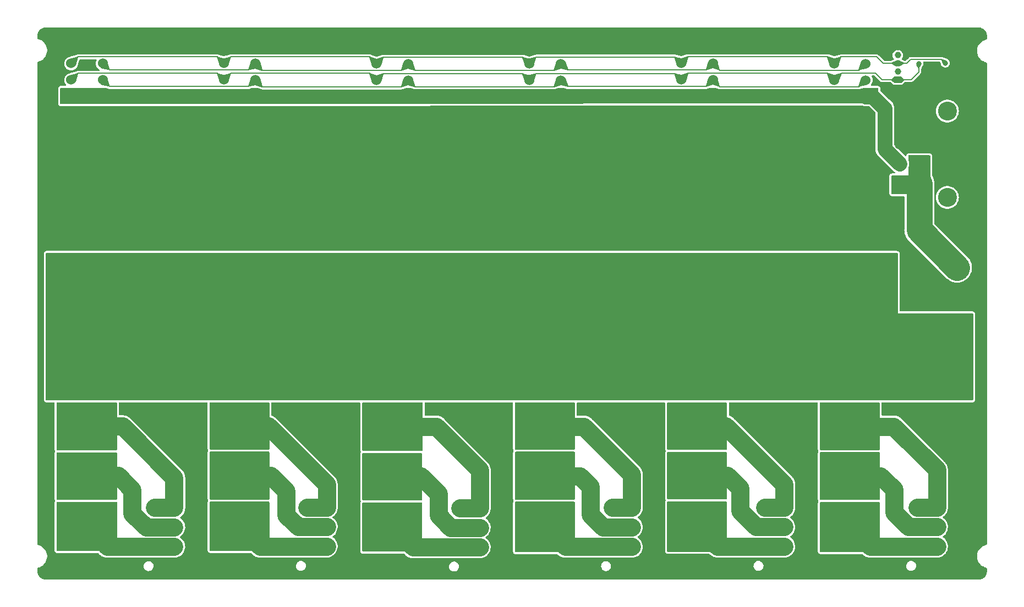
<source format=gbr>
%TF.GenerationSoftware,KiCad,Pcbnew,7.99.0-957-g18dd623122*%
%TF.CreationDate,2023-08-21T12:25:08-07:00*%
%TF.ProjectId,ESC_Carrier,4553435f-4361-4727-9269-65722e6b6963,rev?*%
%TF.SameCoordinates,Original*%
%TF.FileFunction,Copper,L2,Bot*%
%TF.FilePolarity,Positive*%
%FSLAX46Y46*%
G04 Gerber Fmt 4.6, Leading zero omitted, Abs format (unit mm)*
G04 Created by KiCad (PCBNEW 7.99.0-957-g18dd623122) date 2023-08-21 12:25:08*
%MOMM*%
%LPD*%
G01*
G04 APERTURE LIST*
%TA.AperFunction,ComponentPad*%
%ADD10R,3.810000X3.810000*%
%TD*%
%TA.AperFunction,ComponentPad*%
%ADD11C,3.810000*%
%TD*%
%TA.AperFunction,ComponentPad*%
%ADD12C,1.524000*%
%TD*%
%TA.AperFunction,ComponentPad*%
%ADD13R,1.000000X1.000000*%
%TD*%
%TA.AperFunction,ComponentPad*%
%ADD14C,1.000000*%
%TD*%
%TA.AperFunction,ComponentPad*%
%ADD15R,1.520000X1.520000*%
%TD*%
%TA.AperFunction,ComponentPad*%
%ADD16C,1.520000*%
%TD*%
%TA.AperFunction,ComponentPad*%
%ADD17C,2.909999*%
%TD*%
%TA.AperFunction,ViaPad*%
%ADD18C,0.800000*%
%TD*%
%TA.AperFunction,Conductor*%
%ADD19C,0.130000*%
%TD*%
%TA.AperFunction,Conductor*%
%ADD20C,2.300000*%
%TD*%
%TA.AperFunction,Conductor*%
%ADD21C,2.800000*%
%TD*%
%TA.AperFunction,Conductor*%
%ADD22C,4.000000*%
%TD*%
G04 APERTURE END LIST*
D10*
%TO.P,U1,1,1*%
%TO.N,/12V*%
X159700001Y-74157393D03*
D11*
%TO.P,U1,2,2*%
%TO.N,/12Vin*%
X162100001Y-57057393D03*
%TD*%
D12*
%TO.P,J1,1,1*%
%TO.N,/ESC1_PHASEA*%
X25801190Y-99291500D03*
%TO.P,J1,2,2*%
X30652190Y-99291500D03*
%TO.P,J1,3,3*%
X25801190Y-96751500D03*
%TO.P,J1,4,4*%
X30652190Y-96751500D03*
%TO.P,J1,5,5*%
X25801190Y-94211500D03*
%TO.P,J1,6,6*%
X30652190Y-94211500D03*
%TO.P,J1,7,7*%
%TO.N,/ESC1_PHASEB*%
X25801190Y-91671500D03*
%TO.P,J1,8,8*%
X30652190Y-91671500D03*
%TO.P,J1,9,9*%
X25801190Y-89131500D03*
%TO.P,J1,10,10*%
X30652190Y-89131500D03*
%TO.P,J1,11,11*%
X25801190Y-86591500D03*
%TO.P,J1,12,12*%
X30652190Y-86591500D03*
%TO.P,J1,13,13*%
%TO.N,/ESC1_PHASEC*%
X25801190Y-84051500D03*
%TO.P,J1,14,14*%
X30652190Y-84051500D03*
%TO.P,J1,15,15*%
X25801190Y-81511500D03*
%TO.P,J1,16,16*%
X30652190Y-81511500D03*
%TO.P,J1,17,17*%
X25801190Y-78971500D03*
%TO.P,J1,18,18*%
X30652190Y-78971500D03*
%TO.P,J1,19,19*%
%TO.N,/12V*%
X25801190Y-76431500D03*
%TO.P,J1,20,20*%
X30652190Y-76431500D03*
%TO.P,J1,21,21*%
X25801190Y-73891500D03*
%TO.P,J1,22,22*%
X30652190Y-73891500D03*
%TO.P,J1,23,23*%
X25801190Y-71351500D03*
%TO.P,J1,24,24*%
X30652190Y-71351500D03*
%TO.P,J1,25,25*%
X25801190Y-68811500D03*
%TO.P,J1,26,26*%
X30652190Y-68811500D03*
%TO.P,J1,27,27*%
X25801190Y-66271500D03*
%TO.P,J1,28,28*%
X30652190Y-66271500D03*
%TO.P,J1,29,29*%
X25801190Y-63731500D03*
%TO.P,J1,30,30*%
X30652190Y-63731500D03*
%TO.P,J1,31,31*%
X25801190Y-61191500D03*
%TO.P,J1,32,32*%
X30652190Y-61191500D03*
%TO.P,J1,33,33*%
X25801190Y-58651500D03*
%TO.P,J1,34,34*%
X30652190Y-58651500D03*
%TO.P,J1,35,35*%
X25801190Y-56111500D03*
%TO.P,J1,36,36*%
X30652190Y-56111500D03*
%TO.P,J1,37,37*%
%TO.N,GND*%
X25801190Y-53571500D03*
%TO.P,J1,38,38*%
X30652190Y-53571500D03*
%TO.P,J1,39,39*%
X25801190Y-51031500D03*
%TO.P,J1,40,40*%
X30652190Y-51031500D03*
%TO.P,J1,41,41*%
X25801190Y-48491500D03*
%TO.P,J1,42,42*%
X30652190Y-48491500D03*
%TO.P,J1,43,43*%
X25801190Y-45951500D03*
%TO.P,J1,44,44*%
X30652190Y-45951500D03*
%TO.P,J1,45,45*%
X25801190Y-43411500D03*
%TO.P,J1,46,46*%
X30652190Y-43411500D03*
%TO.P,J1,47,47*%
X25801190Y-40871500D03*
%TO.P,J1,48,48*%
X30652190Y-40871500D03*
%TO.P,J1,49,49*%
X25801190Y-38331500D03*
%TO.P,J1,50,50*%
X30652190Y-38331500D03*
%TO.P,J1,51,51*%
X25801190Y-35791500D03*
%TO.P,J1,52,52*%
X30652190Y-35791500D03*
%TO.P,J1,53,53*%
X25801190Y-33251500D03*
%TO.P,J1,54,54*%
X30652190Y-33251500D03*
%TO.P,J1,55,55*%
%TO.N,/3V3*%
X25801190Y-30711500D03*
%TO.P,J1,56,56*%
X30652190Y-30711500D03*
%TO.P,J1,57,57*%
%TO.N,/TX*%
X25801190Y-28171500D03*
%TO.P,J1,58,58*%
%TO.N,/RX*%
X30652190Y-28171500D03*
%TO.P,J1,59,59*%
%TO.N,/TX_1*%
X25801190Y-25631500D03*
%TO.P,J1,60,60*%
%TO.N,/RX_1*%
X30652190Y-25631500D03*
%TD*%
%TO.P,J2,1,1*%
%TO.N,/ESC2_PHASEA*%
X49300000Y-99280000D03*
%TO.P,J2,2,2*%
X54151000Y-99280000D03*
%TO.P,J2,3,3*%
X49300000Y-96740000D03*
%TO.P,J2,4,4*%
X54151000Y-96740000D03*
%TO.P,J2,5,5*%
X49300000Y-94200000D03*
%TO.P,J2,6,6*%
X54151000Y-94200000D03*
%TO.P,J2,7,7*%
%TO.N,/ESC2_PHASEB*%
X49300000Y-91660000D03*
%TO.P,J2,8,8*%
X54151000Y-91660000D03*
%TO.P,J2,9,9*%
X49300000Y-89120000D03*
%TO.P,J2,10,10*%
X54151000Y-89120000D03*
%TO.P,J2,11,11*%
X49300000Y-86580000D03*
%TO.P,J2,12,12*%
X54151000Y-86580000D03*
%TO.P,J2,13,13*%
%TO.N,/ESC2_PHASEC*%
X49300000Y-84040000D03*
%TO.P,J2,14,14*%
X54151000Y-84040000D03*
%TO.P,J2,15,15*%
X49300000Y-81500000D03*
%TO.P,J2,16,16*%
X54151000Y-81500000D03*
%TO.P,J2,17,17*%
X49300000Y-78960000D03*
%TO.P,J2,18,18*%
X54151000Y-78960000D03*
%TO.P,J2,19,19*%
%TO.N,/12V*%
X49300000Y-76420000D03*
%TO.P,J2,20,20*%
X54151000Y-76420000D03*
%TO.P,J2,21,21*%
X49300000Y-73880000D03*
%TO.P,J2,22,22*%
X54151000Y-73880000D03*
%TO.P,J2,23,23*%
X49300000Y-71340000D03*
%TO.P,J2,24,24*%
X54151000Y-71340000D03*
%TO.P,J2,25,25*%
X49300000Y-68800000D03*
%TO.P,J2,26,26*%
X54151000Y-68800000D03*
%TO.P,J2,27,27*%
X49300000Y-66260000D03*
%TO.P,J2,28,28*%
X54151000Y-66260000D03*
%TO.P,J2,29,29*%
X49300000Y-63720000D03*
%TO.P,J2,30,30*%
X54151000Y-63720000D03*
%TO.P,J2,31,31*%
X49300000Y-61180000D03*
%TO.P,J2,32,32*%
X54151000Y-61180000D03*
%TO.P,J2,33,33*%
X49300000Y-58640000D03*
%TO.P,J2,34,34*%
X54151000Y-58640000D03*
%TO.P,J2,35,35*%
X49300000Y-56100000D03*
%TO.P,J2,36,36*%
X54151000Y-56100000D03*
%TO.P,J2,37,37*%
%TO.N,GND*%
X49300000Y-53560000D03*
%TO.P,J2,38,38*%
X54151000Y-53560000D03*
%TO.P,J2,39,39*%
X49300000Y-51020000D03*
%TO.P,J2,40,40*%
X54151000Y-51020000D03*
%TO.P,J2,41,41*%
X49300000Y-48480000D03*
%TO.P,J2,42,42*%
X54151000Y-48480000D03*
%TO.P,J2,43,43*%
X49300000Y-45940000D03*
%TO.P,J2,44,44*%
X54151000Y-45940000D03*
%TO.P,J2,45,45*%
X49300000Y-43400000D03*
%TO.P,J2,46,46*%
X54151000Y-43400000D03*
%TO.P,J2,47,47*%
X49300000Y-40860000D03*
%TO.P,J2,48,48*%
X54151000Y-40860000D03*
%TO.P,J2,49,49*%
X49300000Y-38320000D03*
%TO.P,J2,50,50*%
X54151000Y-38320000D03*
%TO.P,J2,51,51*%
X49300000Y-35780000D03*
%TO.P,J2,52,52*%
X54151000Y-35780000D03*
%TO.P,J2,53,53*%
X49300000Y-33240000D03*
%TO.P,J2,54,54*%
X54151000Y-33240000D03*
%TO.P,J2,55,55*%
%TO.N,/3V3*%
X49300000Y-30700000D03*
%TO.P,J2,56,56*%
X54151000Y-30700000D03*
%TO.P,J2,57,57*%
%TO.N,/TX*%
X49300000Y-28160000D03*
%TO.P,J2,58,58*%
%TO.N,/RX*%
X54151000Y-28160000D03*
%TO.P,J2,59,59*%
%TO.N,/TX_1*%
X49300000Y-25620000D03*
%TO.P,J2,60,60*%
%TO.N,/RX_1*%
X54151000Y-25620000D03*
%TD*%
%TO.P,J3,1,1*%
%TO.N,/ESC3_PHASEA*%
X72800000Y-99340000D03*
%TO.P,J3,2,2*%
X77651000Y-99340000D03*
%TO.P,J3,3,3*%
X72800000Y-96800000D03*
%TO.P,J3,4,4*%
X77651000Y-96800000D03*
%TO.P,J3,5,5*%
X72800000Y-94260000D03*
%TO.P,J3,6,6*%
X77651000Y-94260000D03*
%TO.P,J3,7,7*%
%TO.N,/ESC3_PHASEB*%
X72800000Y-91720000D03*
%TO.P,J3,8,8*%
X77651000Y-91720000D03*
%TO.P,J3,9,9*%
X72800000Y-89180000D03*
%TO.P,J3,10,10*%
X77651000Y-89180000D03*
%TO.P,J3,11,11*%
X72800000Y-86640000D03*
%TO.P,J3,12,12*%
X77651000Y-86640000D03*
%TO.P,J3,13,13*%
%TO.N,/ESC3_PHASEC*%
X72800000Y-84100000D03*
%TO.P,J3,14,14*%
X77651000Y-84100000D03*
%TO.P,J3,15,15*%
X72800000Y-81560000D03*
%TO.P,J3,16,16*%
X77651000Y-81560000D03*
%TO.P,J3,17,17*%
X72800000Y-79020000D03*
%TO.P,J3,18,18*%
X77651000Y-79020000D03*
%TO.P,J3,19,19*%
%TO.N,/12V*%
X72800000Y-76480000D03*
%TO.P,J3,20,20*%
X77651000Y-76480000D03*
%TO.P,J3,21,21*%
X72800000Y-73940000D03*
%TO.P,J3,22,22*%
X77651000Y-73940000D03*
%TO.P,J3,23,23*%
X72800000Y-71400000D03*
%TO.P,J3,24,24*%
X77651000Y-71400000D03*
%TO.P,J3,25,25*%
X72800000Y-68860000D03*
%TO.P,J3,26,26*%
X77651000Y-68860000D03*
%TO.P,J3,27,27*%
X72800000Y-66320000D03*
%TO.P,J3,28,28*%
X77651000Y-66320000D03*
%TO.P,J3,29,29*%
X72800000Y-63780000D03*
%TO.P,J3,30,30*%
X77651000Y-63780000D03*
%TO.P,J3,31,31*%
X72800000Y-61240000D03*
%TO.P,J3,32,32*%
X77651000Y-61240000D03*
%TO.P,J3,33,33*%
X72800000Y-58700000D03*
%TO.P,J3,34,34*%
X77651000Y-58700000D03*
%TO.P,J3,35,35*%
X72800000Y-56160000D03*
%TO.P,J3,36,36*%
X77651000Y-56160000D03*
%TO.P,J3,37,37*%
%TO.N,GND*%
X72800000Y-53620000D03*
%TO.P,J3,38,38*%
X77651000Y-53620000D03*
%TO.P,J3,39,39*%
X72800000Y-51080000D03*
%TO.P,J3,40,40*%
X77651000Y-51080000D03*
%TO.P,J3,41,41*%
X72800000Y-48540000D03*
%TO.P,J3,42,42*%
X77651000Y-48540000D03*
%TO.P,J3,43,43*%
X72800000Y-46000000D03*
%TO.P,J3,44,44*%
X77651000Y-46000000D03*
%TO.P,J3,45,45*%
X72800000Y-43460000D03*
%TO.P,J3,46,46*%
X77651000Y-43460000D03*
%TO.P,J3,47,47*%
X72800000Y-40920000D03*
%TO.P,J3,48,48*%
X77651000Y-40920000D03*
%TO.P,J3,49,49*%
X72800000Y-38380000D03*
%TO.P,J3,50,50*%
X77651000Y-38380000D03*
%TO.P,J3,51,51*%
X72800000Y-35840000D03*
%TO.P,J3,52,52*%
X77651000Y-35840000D03*
%TO.P,J3,53,53*%
X72800000Y-33300000D03*
%TO.P,J3,54,54*%
X77651000Y-33300000D03*
%TO.P,J3,55,55*%
%TO.N,/3V3*%
X72800000Y-30760000D03*
%TO.P,J3,56,56*%
X77651000Y-30760000D03*
%TO.P,J3,57,57*%
%TO.N,/TX*%
X72800000Y-28220000D03*
%TO.P,J3,58,58*%
%TO.N,/RX*%
X77651000Y-28220000D03*
%TO.P,J3,59,59*%
%TO.N,/TX_1*%
X72800000Y-25680000D03*
%TO.P,J3,60,60*%
%TO.N,/RX_1*%
X77651000Y-25680000D03*
%TD*%
%TO.P,J4,1,1*%
%TO.N,/ESC4_PHASEA*%
X96300000Y-99320000D03*
%TO.P,J4,2,2*%
X101151000Y-99320000D03*
%TO.P,J4,3,3*%
X96300000Y-96780000D03*
%TO.P,J4,4,4*%
X101151000Y-96780000D03*
%TO.P,J4,5,5*%
X96300000Y-94240000D03*
%TO.P,J4,6,6*%
X101151000Y-94240000D03*
%TO.P,J4,7,7*%
%TO.N,/ESC4_PHASEB*%
X96300000Y-91700000D03*
%TO.P,J4,8,8*%
X101151000Y-91700000D03*
%TO.P,J4,9,9*%
X96300000Y-89160000D03*
%TO.P,J4,10,10*%
X101151000Y-89160000D03*
%TO.P,J4,11,11*%
X96300000Y-86620000D03*
%TO.P,J4,12,12*%
X101151000Y-86620000D03*
%TO.P,J4,13,13*%
%TO.N,/ESC4_PHASEC*%
X96300000Y-84080000D03*
%TO.P,J4,14,14*%
X101151000Y-84080000D03*
%TO.P,J4,15,15*%
X96300000Y-81540000D03*
%TO.P,J4,16,16*%
X101151000Y-81540000D03*
%TO.P,J4,17,17*%
X96300000Y-79000000D03*
%TO.P,J4,18,18*%
X101151000Y-79000000D03*
%TO.P,J4,19,19*%
%TO.N,/12V*%
X96300000Y-76460000D03*
%TO.P,J4,20,20*%
X101151000Y-76460000D03*
%TO.P,J4,21,21*%
X96300000Y-73920000D03*
%TO.P,J4,22,22*%
X101151000Y-73920000D03*
%TO.P,J4,23,23*%
X96300000Y-71380000D03*
%TO.P,J4,24,24*%
X101151000Y-71380000D03*
%TO.P,J4,25,25*%
X96300000Y-68840000D03*
%TO.P,J4,26,26*%
X101151000Y-68840000D03*
%TO.P,J4,27,27*%
X96300000Y-66300000D03*
%TO.P,J4,28,28*%
X101151000Y-66300000D03*
%TO.P,J4,29,29*%
X96300000Y-63760000D03*
%TO.P,J4,30,30*%
X101151000Y-63760000D03*
%TO.P,J4,31,31*%
X96300000Y-61220000D03*
%TO.P,J4,32,32*%
X101151000Y-61220000D03*
%TO.P,J4,33,33*%
X96300000Y-58680000D03*
%TO.P,J4,34,34*%
X101151000Y-58680000D03*
%TO.P,J4,35,35*%
X96300000Y-56140000D03*
%TO.P,J4,36,36*%
X101151000Y-56140000D03*
%TO.P,J4,37,37*%
%TO.N,GND*%
X96300000Y-53600000D03*
%TO.P,J4,38,38*%
X101151000Y-53600000D03*
%TO.P,J4,39,39*%
X96300000Y-51060000D03*
%TO.P,J4,40,40*%
X101151000Y-51060000D03*
%TO.P,J4,41,41*%
X96300000Y-48520000D03*
%TO.P,J4,42,42*%
X101151000Y-48520000D03*
%TO.P,J4,43,43*%
X96300000Y-45980000D03*
%TO.P,J4,44,44*%
X101151000Y-45980000D03*
%TO.P,J4,45,45*%
X96300000Y-43440000D03*
%TO.P,J4,46,46*%
X101151000Y-43440000D03*
%TO.P,J4,47,47*%
X96300000Y-40900000D03*
%TO.P,J4,48,48*%
X101151000Y-40900000D03*
%TO.P,J4,49,49*%
X96300000Y-38360000D03*
%TO.P,J4,50,50*%
X101151000Y-38360000D03*
%TO.P,J4,51,51*%
X96300000Y-35820000D03*
%TO.P,J4,52,52*%
X101151000Y-35820000D03*
%TO.P,J4,53,53*%
X96300000Y-33280000D03*
%TO.P,J4,54,54*%
X101151000Y-33280000D03*
%TO.P,J4,55,55*%
%TO.N,/3V3*%
X96300000Y-30740000D03*
%TO.P,J4,56,56*%
X101151000Y-30740000D03*
%TO.P,J4,57,57*%
%TO.N,/TX*%
X96300000Y-28200000D03*
%TO.P,J4,58,58*%
%TO.N,/RX*%
X101151000Y-28200000D03*
%TO.P,J4,59,59*%
%TO.N,/TX_1*%
X96300000Y-25660000D03*
%TO.P,J4,60,60*%
%TO.N,/RX_1*%
X101151000Y-25660000D03*
%TD*%
%TO.P,J5,1,1*%
%TO.N,/ESC5_PHASEA*%
X119700000Y-99260000D03*
%TO.P,J5,2,2*%
X124551000Y-99260000D03*
%TO.P,J5,3,3*%
X119700000Y-96720000D03*
%TO.P,J5,4,4*%
X124551000Y-96720000D03*
%TO.P,J5,5,5*%
X119700000Y-94180000D03*
%TO.P,J5,6,6*%
X124551000Y-94180000D03*
%TO.P,J5,7,7*%
%TO.N,/ESC5_PHASEB*%
X119700000Y-91640000D03*
%TO.P,J5,8,8*%
X124551000Y-91640000D03*
%TO.P,J5,9,9*%
X119700000Y-89100000D03*
%TO.P,J5,10,10*%
X124551000Y-89100000D03*
%TO.P,J5,11,11*%
X119700000Y-86560000D03*
%TO.P,J5,12,12*%
X124551000Y-86560000D03*
%TO.P,J5,13,13*%
%TO.N,/ESC5_PHASEC*%
X119700000Y-84020000D03*
%TO.P,J5,14,14*%
X124551000Y-84020000D03*
%TO.P,J5,15,15*%
X119700000Y-81480000D03*
%TO.P,J5,16,16*%
X124551000Y-81480000D03*
%TO.P,J5,17,17*%
X119700000Y-78940000D03*
%TO.P,J5,18,18*%
X124551000Y-78940000D03*
%TO.P,J5,19,19*%
%TO.N,/12V*%
X119700000Y-76400000D03*
%TO.P,J5,20,20*%
X124551000Y-76400000D03*
%TO.P,J5,21,21*%
X119700000Y-73860000D03*
%TO.P,J5,22,22*%
X124551000Y-73860000D03*
%TO.P,J5,23,23*%
X119700000Y-71320000D03*
%TO.P,J5,24,24*%
X124551000Y-71320000D03*
%TO.P,J5,25,25*%
X119700000Y-68780000D03*
%TO.P,J5,26,26*%
X124551000Y-68780000D03*
%TO.P,J5,27,27*%
X119700000Y-66240000D03*
%TO.P,J5,28,28*%
X124551000Y-66240000D03*
%TO.P,J5,29,29*%
X119700000Y-63700000D03*
%TO.P,J5,30,30*%
X124551000Y-63700000D03*
%TO.P,J5,31,31*%
X119700000Y-61160000D03*
%TO.P,J5,32,32*%
X124551000Y-61160000D03*
%TO.P,J5,33,33*%
X119700000Y-58620000D03*
%TO.P,J5,34,34*%
X124551000Y-58620000D03*
%TO.P,J5,35,35*%
X119700000Y-56080000D03*
%TO.P,J5,36,36*%
X124551000Y-56080000D03*
%TO.P,J5,37,37*%
%TO.N,GND*%
X119700000Y-53540000D03*
%TO.P,J5,38,38*%
X124551000Y-53540000D03*
%TO.P,J5,39,39*%
X119700000Y-51000000D03*
%TO.P,J5,40,40*%
X124551000Y-51000000D03*
%TO.P,J5,41,41*%
X119700000Y-48460000D03*
%TO.P,J5,42,42*%
X124551000Y-48460000D03*
%TO.P,J5,43,43*%
X119700000Y-45920000D03*
%TO.P,J5,44,44*%
X124551000Y-45920000D03*
%TO.P,J5,45,45*%
X119700000Y-43380000D03*
%TO.P,J5,46,46*%
X124551000Y-43380000D03*
%TO.P,J5,47,47*%
X119700000Y-40840000D03*
%TO.P,J5,48,48*%
X124551000Y-40840000D03*
%TO.P,J5,49,49*%
X119700000Y-38300000D03*
%TO.P,J5,50,50*%
X124551000Y-38300000D03*
%TO.P,J5,51,51*%
X119700000Y-35760000D03*
%TO.P,J5,52,52*%
X124551000Y-35760000D03*
%TO.P,J5,53,53*%
X119700000Y-33220000D03*
%TO.P,J5,54,54*%
X124551000Y-33220000D03*
%TO.P,J5,55,55*%
%TO.N,/3V3*%
X119700000Y-30680000D03*
%TO.P,J5,56,56*%
X124551000Y-30680000D03*
%TO.P,J5,57,57*%
%TO.N,/TX*%
X119700000Y-28140000D03*
%TO.P,J5,58,58*%
%TO.N,/RX*%
X124551000Y-28140000D03*
%TO.P,J5,59,59*%
%TO.N,/TX_1*%
X119700000Y-25600000D03*
%TO.P,J5,60,60*%
%TO.N,/RX_1*%
X124551000Y-25600000D03*
%TD*%
%TO.P,J6,1,1*%
%TO.N,/ESC6_PHASEA*%
X143200000Y-99300000D03*
%TO.P,J6,2,2*%
X148051000Y-99300000D03*
%TO.P,J6,3,3*%
X143200000Y-96760000D03*
%TO.P,J6,4,4*%
X148051000Y-96760000D03*
%TO.P,J6,5,5*%
X143200000Y-94220000D03*
%TO.P,J6,6,6*%
X148051000Y-94220000D03*
%TO.P,J6,7,7*%
%TO.N,/ESC6_PHASEB*%
X143200000Y-91680000D03*
%TO.P,J6,8,8*%
X148051000Y-91680000D03*
%TO.P,J6,9,9*%
X143200000Y-89140000D03*
%TO.P,J6,10,10*%
X148051000Y-89140000D03*
%TO.P,J6,11,11*%
X143200000Y-86600000D03*
%TO.P,J6,12,12*%
X148051000Y-86600000D03*
%TO.P,J6,13,13*%
%TO.N,/ESC6_PHASEC*%
X143200000Y-84060000D03*
%TO.P,J6,14,14*%
X148051000Y-84060000D03*
%TO.P,J6,15,15*%
X143200000Y-81520000D03*
%TO.P,J6,16,16*%
X148051000Y-81520000D03*
%TO.P,J6,17,17*%
X143200000Y-78980000D03*
%TO.P,J6,18,18*%
X148051000Y-78980000D03*
%TO.P,J6,19,19*%
%TO.N,/12V*%
X143200000Y-76440000D03*
%TO.P,J6,20,20*%
X148051000Y-76440000D03*
%TO.P,J6,21,21*%
X143200000Y-73900000D03*
%TO.P,J6,22,22*%
X148051000Y-73900000D03*
%TO.P,J6,23,23*%
X143200000Y-71360000D03*
%TO.P,J6,24,24*%
X148051000Y-71360000D03*
%TO.P,J6,25,25*%
X143200000Y-68820000D03*
%TO.P,J6,26,26*%
X148051000Y-68820000D03*
%TO.P,J6,27,27*%
X143200000Y-66280000D03*
%TO.P,J6,28,28*%
X148051000Y-66280000D03*
%TO.P,J6,29,29*%
X143200000Y-63740000D03*
%TO.P,J6,30,30*%
X148051000Y-63740000D03*
%TO.P,J6,31,31*%
X143200000Y-61200000D03*
%TO.P,J6,32,32*%
X148051000Y-61200000D03*
%TO.P,J6,33,33*%
X143200000Y-58660000D03*
%TO.P,J6,34,34*%
X148051000Y-58660000D03*
%TO.P,J6,35,35*%
X143200000Y-56120000D03*
%TO.P,J6,36,36*%
X148051000Y-56120000D03*
%TO.P,J6,37,37*%
%TO.N,GND*%
X143200000Y-53580000D03*
%TO.P,J6,38,38*%
X148051000Y-53580000D03*
%TO.P,J6,39,39*%
X143200000Y-51040000D03*
%TO.P,J6,40,40*%
X148051000Y-51040000D03*
%TO.P,J6,41,41*%
X143200000Y-48500000D03*
%TO.P,J6,42,42*%
X148051000Y-48500000D03*
%TO.P,J6,43,43*%
X143200000Y-45960000D03*
%TO.P,J6,44,44*%
X148051000Y-45960000D03*
%TO.P,J6,45,45*%
X143200000Y-43420000D03*
%TO.P,J6,46,46*%
X148051000Y-43420000D03*
%TO.P,J6,47,47*%
X143200000Y-40880000D03*
%TO.P,J6,48,48*%
X148051000Y-40880000D03*
%TO.P,J6,49,49*%
X143200000Y-38340000D03*
%TO.P,J6,50,50*%
X148051000Y-38340000D03*
%TO.P,J6,51,51*%
X143200000Y-35800000D03*
%TO.P,J6,52,52*%
X148051000Y-35800000D03*
%TO.P,J6,53,53*%
X143200000Y-33260000D03*
%TO.P,J6,54,54*%
X148051000Y-33260000D03*
%TO.P,J6,55,55*%
%TO.N,/3V3*%
X143200000Y-30720000D03*
%TO.P,J6,56,56*%
X148051000Y-30720000D03*
%TO.P,J6,57,57*%
%TO.N,/TX*%
X143200000Y-28180000D03*
%TO.P,J6,58,58*%
%TO.N,/RX*%
X148051000Y-28180000D03*
%TO.P,J6,59,59*%
%TO.N,/TX_1*%
X143200000Y-25640000D03*
%TO.P,J6,60,60*%
%TO.N,/RX_1*%
X148051000Y-25640000D03*
%TD*%
D13*
%TO.P,J9,1,1*%
%TO.N,/TX*%
X152999294Y-28108100D03*
D14*
%TO.P,J9,2,2*%
%TO.N,/RX*%
X152999294Y-26858100D03*
%TO.P,J9,3,3*%
%TO.N,/TX_1*%
X152999294Y-25608100D03*
%TO.P,J9,4,4*%
%TO.N,/RX_1*%
X152999294Y-24358100D03*
%TO.P,J9,5,5*%
%TO.N,GND*%
X152999294Y-23108100D03*
%TD*%
D15*
%TO.P,J10,1,Pin_1*%
%TO.N,GND*%
X156300000Y-35097040D03*
D16*
%TO.P,J10,2,Pin_2*%
X156300000Y-38097039D03*
%TO.P,J10,3,Pin_3*%
%TO.N,/12Vin*%
X156300000Y-41097038D03*
%TO.P,J10,4,Pin_4*%
X156300000Y-44097037D03*
%TO.P,J10,5,Pin_5*%
%TO.N,GND*%
X153300001Y-35097040D03*
%TO.P,J10,6,Pin_6*%
X153300001Y-38097039D03*
%TO.P,J10,7,Pin_7*%
%TO.N,/3V3*%
X153300001Y-41097038D03*
%TO.P,J10,8,Pin_8*%
%TO.N,/12Vin*%
X153300001Y-44097037D03*
D17*
%TO.P,J10,P1*%
%TO.N,N/C*%
X160619999Y-32947042D03*
%TO.P,J10,P2*%
X160619999Y-46247035D03*
%TD*%
D15*
%TO.P,J11,1,1*%
%TO.N,/ESC1_PHASEC*%
X41640000Y-94031500D03*
D16*
%TO.P,J11,2,2*%
%TO.N,/ESC1_PHASEB*%
X41640000Y-97031500D03*
%TO.P,J11,3,3*%
%TO.N,/ESC1_PHASEA*%
X41640000Y-100031500D03*
%TO.P,J11,4,4*%
%TO.N,/ESC1_PHASEC*%
X38640000Y-94031500D03*
%TO.P,J11,5,5*%
%TO.N,/ESC1_PHASEB*%
X38640000Y-97031500D03*
%TO.P,J11,6,6*%
%TO.N,/ESC1_PHASEA*%
X38640000Y-100031500D03*
%TD*%
D15*
%TO.P,J12,1,1*%
%TO.N,/ESC2_PHASEC*%
X65100000Y-94000000D03*
D16*
%TO.P,J12,2,2*%
%TO.N,/ESC2_PHASEB*%
X65100000Y-97000000D03*
%TO.P,J12,3,3*%
%TO.N,/ESC2_PHASEA*%
X65100000Y-100000000D03*
%TO.P,J12,4,4*%
%TO.N,/ESC2_PHASEC*%
X62100000Y-94000000D03*
%TO.P,J12,5,5*%
%TO.N,/ESC2_PHASEB*%
X62100000Y-97000000D03*
%TO.P,J12,6,6*%
%TO.N,/ESC2_PHASEA*%
X62100000Y-100000000D03*
%TD*%
D15*
%TO.P,J13,1,1*%
%TO.N,/ESC3_PHASEC*%
X88640000Y-94100000D03*
D16*
%TO.P,J13,2,2*%
%TO.N,/ESC3_PHASEB*%
X88640000Y-97100000D03*
%TO.P,J13,3,3*%
%TO.N,/ESC3_PHASEA*%
X88640000Y-100100000D03*
%TO.P,J13,4,4*%
%TO.N,/ESC3_PHASEC*%
X85640000Y-94100000D03*
%TO.P,J13,5,5*%
%TO.N,/ESC3_PHASEB*%
X85640000Y-97100000D03*
%TO.P,J13,6,6*%
%TO.N,/ESC3_PHASEA*%
X85640000Y-100100000D03*
%TD*%
D15*
%TO.P,J14,1,1*%
%TO.N,/ESC4_PHASEC*%
X112040000Y-94020000D03*
D16*
%TO.P,J14,2,2*%
%TO.N,/ESC4_PHASEB*%
X112040000Y-97020000D03*
%TO.P,J14,3,3*%
%TO.N,/ESC4_PHASEA*%
X112040000Y-100020000D03*
%TO.P,J14,4,4*%
%TO.N,/ESC4_PHASEC*%
X109040000Y-94020000D03*
%TO.P,J14,5,5*%
%TO.N,/ESC4_PHASEB*%
X109040000Y-97020000D03*
%TO.P,J14,6,6*%
%TO.N,/ESC4_PHASEA*%
X109040000Y-100020000D03*
%TD*%
D15*
%TO.P,J16,1,1*%
%TO.N,/ESC6_PHASEC*%
X159000000Y-94000000D03*
D16*
%TO.P,J16,2,2*%
%TO.N,/ESC6_PHASEB*%
X159000000Y-97000000D03*
%TO.P,J16,3,3*%
%TO.N,/ESC6_PHASEA*%
X159000000Y-100000000D03*
%TO.P,J16,4,4*%
%TO.N,/ESC6_PHASEC*%
X156000000Y-94000000D03*
%TO.P,J16,5,5*%
%TO.N,/ESC6_PHASEB*%
X156000000Y-97000000D03*
%TO.P,J16,6,6*%
%TO.N,/ESC6_PHASEA*%
X156000000Y-100000000D03*
%TD*%
D15*
%TO.P,J15,1,1*%
%TO.N,/ESC5_PHASEC*%
X135500000Y-94000000D03*
D16*
%TO.P,J15,2,2*%
%TO.N,/ESC5_PHASEB*%
X135500000Y-97000000D03*
%TO.P,J15,3,3*%
%TO.N,/ESC5_PHASEA*%
X135500000Y-100000000D03*
%TO.P,J15,4,4*%
%TO.N,/ESC5_PHASEC*%
X132500000Y-94000000D03*
%TO.P,J15,5,5*%
%TO.N,/ESC5_PHASEB*%
X132500000Y-97000000D03*
%TO.P,J15,6,6*%
%TO.N,/ESC5_PHASEA*%
X132500000Y-100000000D03*
%TD*%
D18*
%TO.N,GND*%
X90500000Y-52300000D03*
X82400000Y-46000000D03*
X66700000Y-38200000D03*
X113500000Y-36400000D03*
X109100000Y-51400000D03*
X63900000Y-45200000D03*
X87200000Y-35600000D03*
X91300000Y-41200000D03*
X90700000Y-23100000D03*
X85700000Y-22400000D03*
X163700000Y-91200000D03*
X164600000Y-84300000D03*
X41100000Y-50100000D03*
X65100000Y-22500000D03*
X60400000Y-51300000D03*
X136900000Y-84600000D03*
X152500000Y-78900000D03*
X160500000Y-84700000D03*
X132200000Y-51400000D03*
X35500000Y-23300000D03*
X89900000Y-85000000D03*
X107300000Y-21400000D03*
X41900000Y-44500000D03*
X112200000Y-43200000D03*
X130200000Y-81000000D03*
X66000000Y-85200000D03*
X42000000Y-35600000D03*
X44100000Y-80300000D03*
X42000000Y-21400000D03*
X107300000Y-36600000D03*
X129800000Y-23300000D03*
X59700000Y-21400000D03*
X137200000Y-45700000D03*
X129800000Y-51800000D03*
X135000000Y-81100000D03*
X63900000Y-78900000D03*
X37600000Y-79900000D03*
X113300000Y-82200000D03*
X136200000Y-21400000D03*
X35600000Y-51000000D03*
X131900000Y-36300000D03*
X113300000Y-23000000D03*
X59900000Y-36100000D03*
%TO.N,/TX*%
X156200001Y-25657393D03*
%TO.N,/TX_1*%
X160292893Y-25557393D03*
%TD*%
D19*
%TO.N,/TX_1*%
X159728393Y-24992893D02*
X160292893Y-25557393D01*
X154964501Y-24992893D02*
X159728393Y-24992893D01*
%TO.N,/TX*%
X149556461Y-27113853D02*
X150550708Y-28108100D01*
X150550708Y-28108100D02*
X152999294Y-28108100D01*
X144326501Y-27113853D02*
X149556461Y-27113853D01*
X143300001Y-28140353D02*
X144326501Y-27113853D01*
%TO.N,/TX_1*%
X144226500Y-24613500D02*
X143200000Y-25640000D01*
X149756108Y-24613500D02*
X144226500Y-24613500D01*
X150750708Y-25608100D02*
X149756108Y-24613500D01*
D20*
%TO.N,/3V3*%
X149120000Y-30720000D02*
X148051000Y-30720000D01*
X151000000Y-32600000D02*
X149120000Y-30720000D01*
X151000000Y-38797037D02*
X151000000Y-32497040D01*
X153300001Y-41097038D02*
X151000000Y-38797037D01*
D19*
%TO.N,/RX*%
X53124500Y-29186500D02*
X31667190Y-29186500D01*
X76624500Y-29246500D02*
X55237500Y-29246500D01*
X102117500Y-29166500D02*
X101151000Y-28200000D01*
X78657500Y-29226500D02*
X77651000Y-28220000D01*
X123524500Y-29166500D02*
X102117500Y-29166500D01*
X100124500Y-29226500D02*
X78657500Y-29226500D01*
X101151000Y-28200000D02*
X100124500Y-29226500D01*
X124551000Y-28140000D02*
X123524500Y-29166500D01*
X54151000Y-28160000D02*
X53124500Y-29186500D01*
X147024500Y-29206500D02*
X125617500Y-29206500D01*
X31667190Y-29186500D02*
X30652190Y-28171500D01*
X125617500Y-29206500D02*
X124551000Y-28140000D01*
X55237500Y-29246500D02*
X54151000Y-28160000D01*
X77651000Y-28220000D02*
X76624500Y-29246500D01*
X148051000Y-28180000D02*
X147024500Y-29206500D01*
D21*
%TO.N,/ESC1_PHASEA*%
X41640000Y-100031500D02*
X31392190Y-100031500D01*
X31392190Y-100031500D02*
X30652190Y-99291500D01*
D19*
%TO.N,/TX*%
X143200000Y-28180000D02*
X142133500Y-27113500D01*
X49300000Y-28160000D02*
X48285000Y-27145000D01*
X71713500Y-27133500D02*
X50326500Y-27133500D01*
X72800000Y-28220000D02*
X71713500Y-27133500D01*
X96300000Y-28200000D02*
X95293500Y-27193500D01*
X152999294Y-28108100D02*
X155049294Y-28108100D01*
X26827690Y-27145000D02*
X25801190Y-28171500D01*
X48285000Y-27145000D02*
X26827690Y-27145000D01*
X118733500Y-27173500D02*
X97326500Y-27173500D01*
X97326500Y-27173500D02*
X96300000Y-28200000D01*
X142133500Y-27113500D02*
X120726500Y-27113500D01*
X50326500Y-27133500D02*
X49300000Y-28160000D01*
X73826500Y-27193500D02*
X72800000Y-28220000D01*
X120726500Y-27113500D02*
X119700000Y-28140000D01*
X155049294Y-28108100D02*
X156200001Y-26957393D01*
X119700000Y-28140000D02*
X118733500Y-27173500D01*
X156200001Y-26957393D02*
X156200001Y-25657393D01*
X95293500Y-27193500D02*
X73826500Y-27193500D01*
%TO.N,/RX_1*%
X102117500Y-26626500D02*
X101151000Y-25660000D01*
X125617500Y-26666500D02*
X124551000Y-25600000D01*
X76624500Y-26706500D02*
X55237500Y-26706500D01*
X55237500Y-26706500D02*
X54151000Y-25620000D01*
X31667190Y-26646500D02*
X30652190Y-25631500D01*
X101151000Y-25660000D02*
X100124500Y-26686500D01*
X77651000Y-25680000D02*
X76624500Y-26706500D01*
X100124500Y-26686500D02*
X78657500Y-26686500D01*
X123524500Y-26626500D02*
X102117500Y-26626500D01*
X54151000Y-25620000D02*
X53124500Y-26646500D01*
X53124500Y-26646500D02*
X31667190Y-26646500D01*
X78657500Y-26686500D02*
X77651000Y-25680000D01*
X124551000Y-25600000D02*
X123524500Y-26626500D01*
X148051000Y-25640000D02*
X147024500Y-26666500D01*
X147024500Y-26666500D02*
X125617500Y-26666500D01*
%TO.N,/TX_1*%
X96300000Y-25660000D02*
X95293500Y-24653500D01*
X152999294Y-25608100D02*
X154349294Y-25608100D01*
X49300000Y-25620000D02*
X48285000Y-24605000D01*
X120726500Y-24573500D02*
X119700000Y-25600000D01*
X119700000Y-25600000D02*
X118733500Y-24633500D01*
X143200000Y-25640000D02*
X142133500Y-24573500D01*
X26827690Y-24605000D02*
X25801190Y-25631500D01*
X118733500Y-24633500D02*
X97326500Y-24633500D01*
X95293500Y-24653500D02*
X73826500Y-24653500D01*
X150750708Y-25608100D02*
X152999294Y-25608100D01*
X71713500Y-24593500D02*
X50326500Y-24593500D01*
X50326500Y-24593500D02*
X49300000Y-25620000D01*
X72800000Y-25680000D02*
X71713500Y-24593500D01*
X97326500Y-24633500D02*
X96300000Y-25660000D01*
X142133500Y-24573500D02*
X120726500Y-24573500D01*
X48285000Y-24605000D02*
X26827690Y-24605000D01*
X73826500Y-24653500D02*
X72800000Y-25680000D01*
X154349294Y-25608100D02*
X154964501Y-24992893D01*
D21*
%TO.N,/ESC1_PHASEC*%
X33739221Y-81511500D02*
X30652190Y-81511500D01*
X38640000Y-94031500D02*
X41640000Y-94031500D01*
X41640000Y-94031500D02*
X41640000Y-89412279D01*
X41640000Y-89412279D02*
X33739221Y-81511500D01*
%TO.N,/ESC1_PHASEB*%
X35200000Y-94900000D02*
X35200000Y-91300000D01*
X33031500Y-89131500D02*
X30652190Y-89131500D01*
X41640000Y-97031500D02*
X37331500Y-97031500D01*
X35200000Y-91300000D02*
X33031500Y-89131500D01*
X37331500Y-97031500D02*
X35200000Y-94900000D01*
%TO.N,/ESC2_PHASEA*%
X65100000Y-100000000D02*
X54871000Y-100000000D01*
X54871000Y-100000000D02*
X54151000Y-99280000D01*
%TO.N,/ESC2_PHASEC*%
X56160000Y-81500000D02*
X54151000Y-81500000D01*
X65100000Y-90440000D02*
X56160000Y-81500000D01*
X65100000Y-94000000D02*
X65100000Y-90440000D01*
X62100000Y-94000000D02*
X65100000Y-94000000D01*
%TO.N,/ESC2_PHASEB*%
X60700000Y-97000000D02*
X58900000Y-95200000D01*
X65100000Y-97000000D02*
X62100000Y-97000000D01*
X56520000Y-89120000D02*
X54151000Y-89120000D01*
X62100000Y-97000000D02*
X60700000Y-97000000D01*
X58900000Y-95200000D02*
X58900000Y-91500000D01*
X58900000Y-91500000D02*
X56520000Y-89120000D01*
%TO.N,/ESC3_PHASEA*%
X88640000Y-100100000D02*
X78411000Y-100100000D01*
X78411000Y-100100000D02*
X77651000Y-99340000D01*
%TO.N,/ESC3_PHASEC*%
X88640000Y-94100000D02*
X88640000Y-88212279D01*
X85640000Y-94100000D02*
X88640000Y-94100000D01*
X81987721Y-81560000D02*
X77651000Y-81560000D01*
X88640000Y-88212279D02*
X81987721Y-81560000D01*
%TO.N,/ESC3_PHASEB*%
X84200000Y-97100000D02*
X82300000Y-95200000D01*
X88640000Y-97100000D02*
X84200000Y-97100000D01*
X79580000Y-89180000D02*
X77651000Y-89180000D01*
X82300000Y-95200000D02*
X82300000Y-91900000D01*
X82300000Y-91900000D02*
X79580000Y-89180000D01*
%TO.N,/ESC4_PHASEA*%
X101851000Y-100020000D02*
X101151000Y-99320000D01*
X112040000Y-100020000D02*
X101851000Y-100020000D01*
%TO.N,/ESC4_PHASEC*%
X109040000Y-94020000D02*
X112040000Y-94020000D01*
X104667721Y-81540000D02*
X101151000Y-81540000D01*
X112040000Y-94020000D02*
X112040000Y-88912279D01*
X112040000Y-88912279D02*
X104667721Y-81540000D01*
%TO.N,/ESC4_PHASEB*%
X105700000Y-95100000D02*
X105700000Y-90800000D01*
X112040000Y-97020000D02*
X109040000Y-97020000D01*
X107620000Y-97020000D02*
X105700000Y-95100000D01*
X104060000Y-89160000D02*
X101151000Y-89160000D01*
X105700000Y-90800000D02*
X104060000Y-89160000D01*
X109040000Y-97020000D02*
X107620000Y-97020000D01*
%TO.N,/ESC5_PHASEA*%
X125291000Y-100000000D02*
X124551000Y-99260000D01*
X135500000Y-100000000D02*
X125291000Y-100000000D01*
%TO.N,/ESC5_PHASEC*%
X126540000Y-81480000D02*
X124551000Y-81480000D01*
X135500000Y-90440000D02*
X126540000Y-81480000D01*
X135500000Y-94000000D02*
X135500000Y-90440000D01*
X132500000Y-94000000D02*
X135500000Y-94000000D01*
%TO.N,/ESC5_PHASEB*%
X128700000Y-94500000D02*
X128700000Y-91000000D01*
X128700000Y-91000000D02*
X126800000Y-89100000D01*
X135500000Y-97000000D02*
X131200000Y-97000000D01*
X131200000Y-97000000D02*
X128700000Y-94500000D01*
X126800000Y-89100000D02*
X124551000Y-89100000D01*
%TO.N,/ESC6_PHASEA*%
X148051000Y-99300000D02*
X148751000Y-100000000D01*
X148751000Y-100000000D02*
X159000000Y-100000000D01*
%TO.N,/ESC6_PHASEC*%
X156000000Y-94000000D02*
X159000000Y-94000000D01*
X159000000Y-94000000D02*
X159000000Y-88172279D01*
X159000000Y-88172279D02*
X152347721Y-81520000D01*
X152347721Y-81520000D02*
X148051000Y-81520000D01*
%TO.N,/ESC6_PHASEB*%
X152400000Y-91200000D02*
X152400000Y-94800000D01*
X150340000Y-89140000D02*
X152400000Y-91200000D01*
X152400000Y-94800000D02*
X154600000Y-97000000D01*
X154600000Y-97000000D02*
X156000000Y-97000000D01*
X156000000Y-97000000D02*
X159000000Y-97000000D01*
X148051000Y-89140000D02*
X150340000Y-89140000D01*
D22*
%TO.N,/12Vin*%
X156300000Y-44097037D02*
X156300000Y-51257392D01*
X156300000Y-51257392D02*
X162100001Y-57057393D01*
%TD*%
%TA.AperFunction,Conductor*%
%TO.N,/ESC5_PHASEC*%
G36*
X126643039Y-77825185D02*
G01*
X126688794Y-77877989D01*
X126700000Y-77929500D01*
X126700000Y-85010500D01*
X126680315Y-85077539D01*
X126627511Y-85123294D01*
X126576000Y-85134500D01*
X117624000Y-85134500D01*
X117556961Y-85114815D01*
X117511206Y-85062011D01*
X117500000Y-85010500D01*
X117500000Y-77929500D01*
X117519685Y-77862461D01*
X117572489Y-77816706D01*
X117624000Y-77805500D01*
X126576000Y-77805500D01*
X126643039Y-77825185D01*
G37*
%TD.AperFunction*%
%TD*%
%TA.AperFunction,Conductor*%
%TO.N,/ESC3_PHASEB*%
G36*
X79743039Y-85619685D02*
G01*
X79788794Y-85672489D01*
X79800000Y-85724000D01*
X79799999Y-92770500D01*
X79780314Y-92837539D01*
X79727510Y-92883294D01*
X79675999Y-92894500D01*
X70724000Y-92894500D01*
X70656961Y-92874815D01*
X70611206Y-92822011D01*
X70600000Y-92770500D01*
X70600000Y-85724000D01*
X70619685Y-85656961D01*
X70672489Y-85611206D01*
X70724000Y-85600000D01*
X79676000Y-85600000D01*
X79743039Y-85619685D01*
G37*
%TD.AperFunction*%
%TD*%
%TA.AperFunction,Conductor*%
%TO.N,/3V3*%
G36*
X31104148Y-29392288D02*
G01*
X31435433Y-29481570D01*
X31479328Y-29503444D01*
X31490827Y-29512394D01*
X31497552Y-29516033D01*
X31504442Y-29519401D01*
X31504445Y-29519403D01*
X31554474Y-29534296D01*
X31556820Y-29535048D01*
X31606199Y-29552000D01*
X31606201Y-29552000D01*
X31613759Y-29553261D01*
X31621355Y-29554207D01*
X31621356Y-29554208D01*
X31621356Y-29554207D01*
X31621357Y-29554208D01*
X31644252Y-29553261D01*
X31673459Y-29552052D01*
X31676019Y-29552000D01*
X31724623Y-29552000D01*
X31727984Y-29552091D01*
X31729109Y-29552152D01*
X31751126Y-29553347D01*
X31751135Y-29553345D01*
X31759236Y-29552722D01*
X31759270Y-29553166D01*
X31770446Y-29552000D01*
X53073736Y-29552000D01*
X53099181Y-29554639D01*
X53109187Y-29556737D01*
X53126638Y-29554561D01*
X53143369Y-29552477D01*
X53151045Y-29552000D01*
X53154783Y-29552000D01*
X53154786Y-29552000D01*
X53175969Y-29548464D01*
X53178469Y-29548100D01*
X53230233Y-29541649D01*
X53230236Y-29541647D01*
X53237576Y-29539461D01*
X53244817Y-29536976D01*
X53244819Y-29536976D01*
X53290734Y-29512127D01*
X53292932Y-29510996D01*
X53327685Y-29494006D01*
X53348839Y-29485965D01*
X53520256Y-29438192D01*
X53683964Y-29392568D01*
X53717253Y-29388016D01*
X54482074Y-29388016D01*
X54519554Y-29393816D01*
X54772464Y-29474011D01*
X55022661Y-29553346D01*
X55025128Y-29554128D01*
X55051752Y-29568132D01*
X55052095Y-29567500D01*
X55061132Y-29572390D01*
X55061136Y-29572393D01*
X55061139Y-29572394D01*
X55067868Y-29576035D01*
X55074751Y-29579400D01*
X55074754Y-29579402D01*
X55124488Y-29594208D01*
X55124730Y-29594280D01*
X55127153Y-29595056D01*
X55176509Y-29612000D01*
X55176514Y-29612000D01*
X55184077Y-29613262D01*
X55191664Y-29614207D01*
X55191665Y-29614208D01*
X55191665Y-29614207D01*
X55191666Y-29614208D01*
X55214537Y-29613262D01*
X55243769Y-29612052D01*
X55246329Y-29612000D01*
X76573736Y-29612000D01*
X76599181Y-29614639D01*
X76609187Y-29616737D01*
X76626638Y-29614561D01*
X76643369Y-29612477D01*
X76651045Y-29612000D01*
X76654783Y-29612000D01*
X76654786Y-29612000D01*
X76675969Y-29608464D01*
X76678469Y-29608100D01*
X76730233Y-29601649D01*
X76730236Y-29601647D01*
X76737576Y-29599461D01*
X76744817Y-29596976D01*
X76744819Y-29596976D01*
X76790734Y-29572127D01*
X76792932Y-29570996D01*
X76827685Y-29554006D01*
X76848835Y-29545966D01*
X77293970Y-29421909D01*
X77399251Y-29392568D01*
X77432541Y-29388016D01*
X77907235Y-29388016D01*
X77938746Y-29392087D01*
X78405196Y-29514646D01*
X78422034Y-29519070D01*
X78466684Y-29541144D01*
X78480826Y-29552152D01*
X78481139Y-29552395D01*
X78487848Y-29556025D01*
X78494749Y-29559398D01*
X78494754Y-29559402D01*
X78539500Y-29572723D01*
X78544730Y-29574280D01*
X78547153Y-29575056D01*
X78596509Y-29592000D01*
X78596514Y-29592000D01*
X78604077Y-29593262D01*
X78611664Y-29594207D01*
X78611665Y-29594208D01*
X78611665Y-29594207D01*
X78611666Y-29594208D01*
X78635552Y-29593220D01*
X78663769Y-29592052D01*
X78666329Y-29592000D01*
X78724392Y-29592000D01*
X78727653Y-29592085D01*
X78753457Y-29593446D01*
X78753457Y-29593445D01*
X78753458Y-29593446D01*
X78761520Y-29592819D01*
X78761551Y-29593220D01*
X78773248Y-29592000D01*
X100073736Y-29592000D01*
X100099181Y-29594639D01*
X100109187Y-29596737D01*
X100126638Y-29594561D01*
X100143369Y-29592477D01*
X100151045Y-29592000D01*
X100154783Y-29592000D01*
X100154786Y-29592000D01*
X100175969Y-29588464D01*
X100178469Y-29588100D01*
X100230233Y-29581649D01*
X100230236Y-29581647D01*
X100237576Y-29579461D01*
X100244817Y-29576976D01*
X100244819Y-29576976D01*
X100290734Y-29552127D01*
X100292932Y-29550996D01*
X100327685Y-29534006D01*
X100348839Y-29525965D01*
X100773190Y-29407701D01*
X100827490Y-29392568D01*
X100860779Y-29388016D01*
X101581799Y-29388016D01*
X101609754Y-29391207D01*
X101869707Y-29451363D01*
X101917913Y-29474317D01*
X101941136Y-29492393D01*
X101941138Y-29492393D01*
X101947867Y-29496035D01*
X101954751Y-29499400D01*
X101954754Y-29499402D01*
X102003826Y-29514011D01*
X102004730Y-29514280D01*
X102007153Y-29515056D01*
X102056509Y-29532000D01*
X102056514Y-29532000D01*
X102064077Y-29533262D01*
X102071664Y-29534207D01*
X102071665Y-29534208D01*
X102071665Y-29534207D01*
X102071666Y-29534208D01*
X102094537Y-29533262D01*
X102123769Y-29532052D01*
X102126329Y-29532000D01*
X102226614Y-29532000D01*
X102229409Y-29532062D01*
X102270026Y-29533901D01*
X102270035Y-29533898D01*
X102277858Y-29533262D01*
X102277875Y-29533470D01*
X102291972Y-29532000D01*
X123473736Y-29532000D01*
X123499181Y-29534639D01*
X123509187Y-29536737D01*
X123526638Y-29534561D01*
X123543369Y-29532477D01*
X123551045Y-29532000D01*
X123554783Y-29532000D01*
X123554786Y-29532000D01*
X123575969Y-29528464D01*
X123578469Y-29528100D01*
X123630233Y-29521649D01*
X123630236Y-29521647D01*
X123637576Y-29519461D01*
X123644817Y-29516976D01*
X123644819Y-29516976D01*
X123690734Y-29492127D01*
X123692932Y-29490996D01*
X123727685Y-29474006D01*
X123748839Y-29465965D01*
X123988325Y-29399222D01*
X124012201Y-29392568D01*
X124045490Y-29388016D01*
X124960636Y-29388016D01*
X124997479Y-29393616D01*
X125426448Y-29527099D01*
X125436873Y-29531493D01*
X125445629Y-29534941D01*
X125454752Y-29539401D01*
X125454755Y-29539403D01*
X125504784Y-29554296D01*
X125507130Y-29555048D01*
X125556509Y-29572000D01*
X125556511Y-29572000D01*
X125564071Y-29573261D01*
X125571666Y-29574208D01*
X125617073Y-29572329D01*
X125623599Y-29572403D01*
X125628603Y-29572723D01*
X125636391Y-29572161D01*
X125640855Y-29572000D01*
X146973736Y-29572000D01*
X146999181Y-29574639D01*
X147009187Y-29576737D01*
X147026638Y-29574561D01*
X147043369Y-29572477D01*
X147051045Y-29572000D01*
X147054783Y-29572000D01*
X147054786Y-29572000D01*
X147075969Y-29568464D01*
X147078469Y-29568100D01*
X147130233Y-29561649D01*
X147130236Y-29561647D01*
X147137576Y-29559461D01*
X147144817Y-29556976D01*
X147144819Y-29556976D01*
X147190734Y-29532127D01*
X147192932Y-29530996D01*
X147227685Y-29514006D01*
X147248839Y-29505965D01*
X147467676Y-29444977D01*
X147655728Y-29392568D01*
X147689017Y-29388016D01*
X149876798Y-29388016D01*
X149943837Y-29407701D01*
X149989592Y-29460505D01*
X150000798Y-29512016D01*
X150000798Y-31664016D01*
X149981113Y-31731055D01*
X149928309Y-31776810D01*
X149876798Y-31788016D01*
X116200798Y-31788016D01*
X92700797Y-31838016D01*
X69200666Y-31888016D01*
X24224798Y-31888016D01*
X24157759Y-31868331D01*
X24112004Y-31815527D01*
X24100798Y-31764016D01*
X24100798Y-29512016D01*
X24120483Y-29444977D01*
X24173287Y-29399222D01*
X24224798Y-29388016D01*
X31071881Y-29388016D01*
X31104148Y-29392288D01*
G37*
%TD.AperFunction*%
%TD*%
%TA.AperFunction,Conductor*%
%TO.N,/ESC6_PHASEA*%
G36*
X150143039Y-93179685D02*
G01*
X150188794Y-93232489D01*
X150200000Y-93284000D01*
X150200000Y-100736000D01*
X150180315Y-100803039D01*
X150127511Y-100848794D01*
X150076000Y-100860000D01*
X141124000Y-100860000D01*
X141056961Y-100840315D01*
X141011206Y-100787511D01*
X141000000Y-100736000D01*
X141000000Y-93284000D01*
X141019685Y-93216961D01*
X141072489Y-93171206D01*
X141124000Y-93160000D01*
X150076000Y-93160000D01*
X150143039Y-93179685D01*
G37*
%TD.AperFunction*%
%TD*%
%TA.AperFunction,Conductor*%
%TO.N,/ESC4_PHASEC*%
G36*
X103243039Y-77825185D02*
G01*
X103288794Y-77877989D01*
X103300000Y-77929500D01*
X103300000Y-84970500D01*
X103280315Y-85037539D01*
X103227511Y-85083294D01*
X103176000Y-85094500D01*
X94224000Y-85094500D01*
X94156961Y-85074815D01*
X94111206Y-85022011D01*
X94100000Y-84970500D01*
X94100000Y-77929500D01*
X94119685Y-77862461D01*
X94172489Y-77816706D01*
X94224000Y-77805500D01*
X103176000Y-77805500D01*
X103243039Y-77825185D01*
G37*
%TD.AperFunction*%
%TD*%
%TA.AperFunction,Conductor*%
%TO.N,/ESC2_PHASEC*%
G36*
X56243039Y-77825185D02*
G01*
X56288794Y-77877989D01*
X56300000Y-77929500D01*
X56299999Y-84950500D01*
X56280314Y-85017539D01*
X56227510Y-85063294D01*
X56175999Y-85074500D01*
X47224000Y-85074500D01*
X47156961Y-85054815D01*
X47111206Y-85002011D01*
X47100000Y-84950500D01*
X47100000Y-77929500D01*
X47119685Y-77862461D01*
X47172489Y-77816706D01*
X47224000Y-77805500D01*
X56176000Y-77805500D01*
X56243039Y-77825185D01*
G37*
%TD.AperFunction*%
%TD*%
%TA.AperFunction,Conductor*%
%TO.N,/ESC2_PHASEA*%
G36*
X56243072Y-93099685D02*
G01*
X56288827Y-93152489D01*
X56300033Y-93203967D01*
X56301967Y-100555967D01*
X56282300Y-100623012D01*
X56229508Y-100668781D01*
X56177967Y-100680000D01*
X47224033Y-100680000D01*
X47156994Y-100660315D01*
X47111239Y-100607511D01*
X47100033Y-100555967D01*
X47101967Y-93203967D01*
X47121669Y-93136933D01*
X47174485Y-93091192D01*
X47225967Y-93080000D01*
X56176033Y-93080000D01*
X56243072Y-93099685D01*
G37*
%TD.AperFunction*%
%TD*%
%TA.AperFunction,Conductor*%
%TO.N,/ESC3_PHASEA*%
G36*
X79743039Y-93219685D02*
G01*
X79788794Y-93272489D01*
X79800000Y-93324000D01*
X79800000Y-100676000D01*
X79780315Y-100743039D01*
X79727511Y-100788794D01*
X79676000Y-100800000D01*
X70724000Y-100800000D01*
X70656961Y-100780315D01*
X70611206Y-100727511D01*
X70600000Y-100676000D01*
X70600000Y-93324000D01*
X70619685Y-93256961D01*
X70672489Y-93211206D01*
X70724000Y-93200000D01*
X79676000Y-93200000D01*
X79743039Y-93219685D01*
G37*
%TD.AperFunction*%
%TD*%
%TA.AperFunction,Conductor*%
%TO.N,/ESC4_PHASEB*%
G36*
X103243039Y-85419685D02*
G01*
X103288794Y-85472489D01*
X103300000Y-85524000D01*
X103300000Y-92670500D01*
X103280315Y-92737539D01*
X103227511Y-92783294D01*
X103176000Y-92794500D01*
X94224000Y-92794500D01*
X94156961Y-92774815D01*
X94111206Y-92722011D01*
X94100000Y-92670500D01*
X94100000Y-85524000D01*
X94119685Y-85456961D01*
X94172489Y-85411206D01*
X94224000Y-85400000D01*
X103176000Y-85400000D01*
X103243039Y-85419685D01*
G37*
%TD.AperFunction*%
%TD*%
%TA.AperFunction,Conductor*%
%TO.N,/ESC1_PHASEA*%
G36*
X32795229Y-93131185D02*
G01*
X32840984Y-93183989D01*
X32852190Y-93235500D01*
X32852190Y-100587500D01*
X32832505Y-100654539D01*
X32779701Y-100700294D01*
X32728190Y-100711500D01*
X23676190Y-100711500D01*
X23609151Y-100691815D01*
X23563396Y-100639011D01*
X23552190Y-100587500D01*
X23552190Y-93235500D01*
X23571875Y-93168461D01*
X23624679Y-93122706D01*
X23676190Y-93111500D01*
X32728190Y-93111500D01*
X32795229Y-93131185D01*
G37*
%TD.AperFunction*%
%TD*%
%TA.AperFunction,Conductor*%
%TO.N,/ESC4_PHASEA*%
G36*
X103243039Y-93119685D02*
G01*
X103288794Y-93172489D01*
X103300000Y-93224000D01*
X103300000Y-100776000D01*
X103280315Y-100843039D01*
X103227511Y-100888794D01*
X103176000Y-100900000D01*
X94224000Y-100900000D01*
X94156961Y-100880315D01*
X94111206Y-100827511D01*
X94100000Y-100776000D01*
X94100000Y-93224000D01*
X94119685Y-93156961D01*
X94172489Y-93111206D01*
X94224000Y-93100000D01*
X103176000Y-93100000D01*
X103243039Y-93119685D01*
G37*
%TD.AperFunction*%
%TD*%
%TA.AperFunction,Conductor*%
%TO.N,/ESC3_PHASEC*%
G36*
X79843039Y-77825185D02*
G01*
X79888794Y-77877989D01*
X79900000Y-77929500D01*
X79900000Y-85183603D01*
X79880315Y-85250642D01*
X79827511Y-85296397D01*
X79758353Y-85306341D01*
X79719435Y-85300745D01*
X79676000Y-85294500D01*
X70724000Y-85294500D01*
X70656961Y-85274815D01*
X70611206Y-85222011D01*
X70600000Y-85170500D01*
X70600000Y-77929500D01*
X70619685Y-77862461D01*
X70672489Y-77816706D01*
X70724000Y-77805500D01*
X79776000Y-77805500D01*
X79843039Y-77825185D01*
G37*
%TD.AperFunction*%
%TD*%
%TA.AperFunction,Conductor*%
%TO.N,/ESC1_PHASEC*%
G36*
X32795229Y-77825185D02*
G01*
X32840984Y-77877989D01*
X32852190Y-77929500D01*
X32852190Y-85082000D01*
X32832505Y-85149039D01*
X32779701Y-85194794D01*
X32728190Y-85206000D01*
X23676190Y-85206000D01*
X23609151Y-85186315D01*
X23563396Y-85133511D01*
X23552190Y-85082000D01*
X23552190Y-77929500D01*
X23571875Y-77862461D01*
X23624679Y-77816706D01*
X23676190Y-77805500D01*
X32728190Y-77805500D01*
X32795229Y-77825185D01*
G37*
%TD.AperFunction*%
%TD*%
%TA.AperFunction,Conductor*%
%TO.N,/ESC6_PHASEB*%
G36*
X150143039Y-85479685D02*
G01*
X150188794Y-85532489D01*
X150200000Y-85584000D01*
X150200000Y-92730500D01*
X150180315Y-92797539D01*
X150127511Y-92843294D01*
X150076000Y-92854500D01*
X141124000Y-92854500D01*
X141056961Y-92834815D01*
X141011206Y-92782011D01*
X141000000Y-92730500D01*
X141000000Y-85584000D01*
X141019685Y-85516961D01*
X141072489Y-85471206D01*
X141124000Y-85460000D01*
X150076000Y-85460000D01*
X150143039Y-85479685D01*
G37*
%TD.AperFunction*%
%TD*%
%TA.AperFunction,Conductor*%
%TO.N,/ESC1_PHASEB*%
G36*
X32795229Y-85531185D02*
G01*
X32840984Y-85583989D01*
X32852190Y-85635500D01*
X32852190Y-92682000D01*
X32832505Y-92749039D01*
X32779701Y-92794794D01*
X32728190Y-92806000D01*
X23676190Y-92806000D01*
X23609151Y-92786315D01*
X23563396Y-92733511D01*
X23552190Y-92682000D01*
X23552190Y-85635500D01*
X23571875Y-85568461D01*
X23624679Y-85522706D01*
X23676190Y-85511500D01*
X32728190Y-85511500D01*
X32795229Y-85531185D01*
G37*
%TD.AperFunction*%
%TD*%
%TA.AperFunction,Conductor*%
%TO.N,/ESC2_PHASEB*%
G36*
X56245039Y-85399685D02*
G01*
X56290794Y-85452489D01*
X56302000Y-85504000D01*
X56302000Y-92650500D01*
X56282315Y-92717539D01*
X56229511Y-92763294D01*
X56178000Y-92774500D01*
X47226000Y-92774500D01*
X47158961Y-92754815D01*
X47113206Y-92702011D01*
X47102000Y-92650500D01*
X47102000Y-85504000D01*
X47121685Y-85436961D01*
X47174489Y-85391206D01*
X47226000Y-85380000D01*
X56178000Y-85380000D01*
X56245039Y-85399685D01*
G37*
%TD.AperFunction*%
%TD*%
%TA.AperFunction,Conductor*%
%TO.N,/ESC6_PHASEC*%
G36*
X150143039Y-77825185D02*
G01*
X150188794Y-77877989D01*
X150200000Y-77929500D01*
X150200000Y-85030500D01*
X150180315Y-85097539D01*
X150127511Y-85143294D01*
X150076000Y-85154500D01*
X141124000Y-85154500D01*
X141056961Y-85134815D01*
X141011206Y-85082011D01*
X141000000Y-85030500D01*
X141000000Y-77929500D01*
X141019685Y-77862461D01*
X141072489Y-77816706D01*
X141124000Y-77805500D01*
X150076000Y-77805500D01*
X150143039Y-77825185D01*
G37*
%TD.AperFunction*%
%TD*%
%TA.AperFunction,Conductor*%
%TO.N,/12Vin*%
G36*
X157943040Y-39777078D02*
G01*
X157988795Y-39829882D01*
X158000001Y-39881393D01*
X158000001Y-45633393D01*
X157980316Y-45700432D01*
X157927512Y-45746187D01*
X157876001Y-45757393D01*
X152124001Y-45757393D01*
X152056962Y-45737708D01*
X152011207Y-45684904D01*
X152000001Y-45633393D01*
X152000001Y-42981393D01*
X152019686Y-42914354D01*
X152072490Y-42868599D01*
X152124001Y-42857393D01*
X154600001Y-42857393D01*
X154600001Y-41769153D01*
X154612600Y-41714694D01*
X154655905Y-41626114D01*
X154724495Y-41395724D01*
X154754229Y-41157185D01*
X154744295Y-40917007D01*
X154694965Y-40681740D01*
X154664797Y-40604426D01*
X154608484Y-40460105D01*
X154600001Y-40415030D01*
X154600001Y-39881393D01*
X154619686Y-39814354D01*
X154672490Y-39768599D01*
X154724001Y-39757393D01*
X157876001Y-39757393D01*
X157943040Y-39777078D01*
G37*
%TD.AperFunction*%
%TD*%
%TA.AperFunction,Conductor*%
%TO.N,/ESC5_PHASEA*%
G36*
X126643039Y-93059685D02*
G01*
X126688794Y-93112489D01*
X126700000Y-93164000D01*
X126700000Y-100716000D01*
X126680315Y-100783039D01*
X126627511Y-100828794D01*
X126576000Y-100840000D01*
X117624000Y-100840000D01*
X117556961Y-100820315D01*
X117511206Y-100767511D01*
X117500000Y-100716000D01*
X117500000Y-93164000D01*
X117519685Y-93096961D01*
X117572489Y-93051206D01*
X117624000Y-93040000D01*
X126576000Y-93040000D01*
X126643039Y-93059685D01*
G37*
%TD.AperFunction*%
%TD*%
%TA.AperFunction,Conductor*%
%TO.N,/ESC5_PHASEB*%
G36*
X126643039Y-85459685D02*
G01*
X126688794Y-85512489D01*
X126700000Y-85564000D01*
X126700000Y-92610500D01*
X126680315Y-92677539D01*
X126627511Y-92723294D01*
X126576000Y-92734500D01*
X117624000Y-92734500D01*
X117556961Y-92714815D01*
X117511206Y-92662011D01*
X117500000Y-92610500D01*
X117500000Y-85564000D01*
X117519685Y-85496961D01*
X117572489Y-85451206D01*
X117624000Y-85440000D01*
X126576000Y-85440000D01*
X126643039Y-85459685D01*
G37*
%TD.AperFunction*%
%TD*%
%TA.AperFunction,Conductor*%
%TO.N,/12V*%
G36*
X152943039Y-54819685D02*
G01*
X152988794Y-54872489D01*
X153000000Y-54924000D01*
X153000000Y-64100000D01*
X164476000Y-64100000D01*
X164543039Y-64119685D01*
X164588794Y-64172489D01*
X164600000Y-64224000D01*
X164600000Y-77376000D01*
X164580315Y-77443039D01*
X164527511Y-77488794D01*
X164476000Y-77500000D01*
X22024000Y-77500000D01*
X21956961Y-77480315D01*
X21911206Y-77427511D01*
X21900000Y-77376000D01*
X21900000Y-54924000D01*
X21919685Y-54856961D01*
X21972489Y-54811206D01*
X22024000Y-54800000D01*
X152876000Y-54800000D01*
X152943039Y-54819685D01*
G37*
%TD.AperFunction*%
%TD*%
%TA.AperFunction,Conductor*%
%TO.N,GND*%
G36*
X165502426Y-20100691D02*
G01*
X165528818Y-20102768D01*
X165677919Y-20114502D01*
X165697128Y-20117545D01*
X165861183Y-20156931D01*
X165879675Y-20162940D01*
X166005347Y-20214994D01*
X166035547Y-20227504D01*
X166052884Y-20236338D01*
X166196725Y-20324484D01*
X166212466Y-20335920D01*
X166340753Y-20445486D01*
X166354513Y-20459246D01*
X166464079Y-20587533D01*
X166475515Y-20603274D01*
X166563661Y-20747115D01*
X166572495Y-20764452D01*
X166637057Y-20920317D01*
X166643070Y-20938823D01*
X166682453Y-21102866D01*
X166685497Y-21122084D01*
X166699308Y-21297560D01*
X166699499Y-21302427D01*
X166699499Y-21818897D01*
X166679814Y-21885936D01*
X166627010Y-21931691D01*
X166610434Y-21937874D01*
X166369176Y-22008714D01*
X166134918Y-22115696D01*
X166134902Y-22115705D01*
X165918244Y-22254943D01*
X165723601Y-22423602D01*
X165554943Y-22618245D01*
X165415704Y-22834903D01*
X165415702Y-22834908D01*
X165308713Y-23069183D01*
X165236154Y-23316293D01*
X165236151Y-23316303D01*
X165199500Y-23571227D01*
X165199500Y-23828772D01*
X165236151Y-24083696D01*
X165236154Y-24083706D01*
X165277875Y-24225792D01*
X165308713Y-24330817D01*
X165413670Y-24560641D01*
X165415702Y-24565091D01*
X165415704Y-24565096D01*
X165554943Y-24781754D01*
X165723601Y-24976397D01*
X165918244Y-25145056D01*
X166134902Y-25284294D01*
X166134918Y-25284303D01*
X166369176Y-25391285D01*
X166369180Y-25391286D01*
X166369182Y-25391287D01*
X166610434Y-25462125D01*
X166669212Y-25499899D01*
X166698237Y-25563455D01*
X166699499Y-25581102D01*
X166699499Y-26952578D01*
X166699501Y-26952583D01*
X166699501Y-66401220D01*
X166699500Y-98143826D01*
X166699500Y-99618897D01*
X166679815Y-99685936D01*
X166627011Y-99731691D01*
X166610435Y-99737874D01*
X166369177Y-99808714D01*
X166134919Y-99915696D01*
X166134896Y-99915709D01*
X165918250Y-100054939D01*
X165918244Y-100054943D01*
X165723601Y-100223601D01*
X165554943Y-100418244D01*
X165554939Y-100418250D01*
X165415709Y-100634896D01*
X165415696Y-100634919D01*
X165308714Y-100869177D01*
X165236154Y-101116293D01*
X165236151Y-101116303D01*
X165203414Y-101344003D01*
X165199500Y-101371226D01*
X165199500Y-101628774D01*
X165204082Y-101660640D01*
X165236151Y-101883696D01*
X165236154Y-101883706D01*
X165308714Y-102130822D01*
X165415696Y-102365080D01*
X165415709Y-102365103D01*
X165554939Y-102581749D01*
X165554943Y-102581755D01*
X165723601Y-102776398D01*
X165918244Y-102945056D01*
X165918250Y-102945060D01*
X166134896Y-103084290D01*
X166134919Y-103084303D01*
X166369177Y-103191285D01*
X166369181Y-103191286D01*
X166369183Y-103191287D01*
X166610435Y-103262125D01*
X166669213Y-103299899D01*
X166698238Y-103363455D01*
X166699500Y-103381102D01*
X166699500Y-103897559D01*
X166699309Y-103902426D01*
X166685497Y-104077915D01*
X166682453Y-104097133D01*
X166643070Y-104261176D01*
X166637057Y-104279682D01*
X166572495Y-104435547D01*
X166563661Y-104452884D01*
X166475515Y-104596725D01*
X166464079Y-104612466D01*
X166354513Y-104740753D01*
X166340753Y-104754513D01*
X166212466Y-104864079D01*
X166196725Y-104875515D01*
X166052884Y-104963661D01*
X166035547Y-104972495D01*
X165879682Y-105037057D01*
X165861176Y-105043070D01*
X165697133Y-105082453D01*
X165677915Y-105085497D01*
X165502427Y-105099309D01*
X165497560Y-105099500D01*
X21802440Y-105099500D01*
X21797573Y-105099309D01*
X21622084Y-105085497D01*
X21602866Y-105082453D01*
X21438823Y-105043070D01*
X21420317Y-105037057D01*
X21264452Y-104972495D01*
X21247115Y-104963661D01*
X21103274Y-104875515D01*
X21087533Y-104864079D01*
X20959246Y-104754513D01*
X20945486Y-104740753D01*
X20835920Y-104612466D01*
X20824484Y-104596725D01*
X20736338Y-104452884D01*
X20727504Y-104435547D01*
X20714994Y-104405347D01*
X20662940Y-104279675D01*
X20656931Y-104261183D01*
X20617545Y-104097128D01*
X20614502Y-104077915D01*
X20600691Y-103902425D01*
X20600500Y-103897559D01*
X20600500Y-103381102D01*
X20620185Y-103314063D01*
X20672989Y-103268308D01*
X20689562Y-103262125D01*
X20930817Y-103191287D01*
X20930820Y-103191285D01*
X20930822Y-103191285D01*
X21165080Y-103084303D01*
X21165084Y-103084300D01*
X21165092Y-103084297D01*
X21177971Y-103076020D01*
X36935618Y-103076020D01*
X36964460Y-103239596D01*
X36966489Y-103251099D01*
X36988993Y-103303269D01*
X37036904Y-103414339D01*
X37143067Y-103556939D01*
X37279254Y-103671214D01*
X37309773Y-103686541D01*
X37438118Y-103750999D01*
X37438119Y-103750999D01*
X37438123Y-103751001D01*
X37611110Y-103792000D01*
X37611113Y-103792000D01*
X37744285Y-103792000D01*
X37744292Y-103792000D01*
X37876577Y-103776538D01*
X38043635Y-103715734D01*
X38192168Y-103618043D01*
X38314167Y-103488731D01*
X38403057Y-103334769D01*
X38454045Y-103164458D01*
X38461031Y-103044520D01*
X60395618Y-103044520D01*
X60421496Y-103191287D01*
X60426489Y-103219599D01*
X60432252Y-103232958D01*
X60496904Y-103382839D01*
X60603066Y-103525438D01*
X60603067Y-103525439D01*
X60739254Y-103639714D01*
X60801974Y-103671213D01*
X60898118Y-103719499D01*
X60898119Y-103719499D01*
X60898123Y-103719501D01*
X61071110Y-103760500D01*
X61071113Y-103760500D01*
X61204285Y-103760500D01*
X61204292Y-103760500D01*
X61336577Y-103745038D01*
X61503635Y-103684234D01*
X61652168Y-103586543D01*
X61774167Y-103457231D01*
X61863057Y-103303269D01*
X61910584Y-103144520D01*
X83935618Y-103144520D01*
X83966488Y-103319596D01*
X84036904Y-103482839D01*
X84114108Y-103586541D01*
X84143067Y-103625439D01*
X84279254Y-103739714D01*
X84352573Y-103776536D01*
X84438118Y-103819499D01*
X84438119Y-103819499D01*
X84438123Y-103819501D01*
X84611110Y-103860500D01*
X84611113Y-103860500D01*
X84744285Y-103860500D01*
X84744292Y-103860500D01*
X84876577Y-103845038D01*
X85043635Y-103784234D01*
X85192168Y-103686543D01*
X85314167Y-103557231D01*
X85403057Y-103403269D01*
X85454045Y-103232958D01*
X85463855Y-103064520D01*
X107335618Y-103064520D01*
X107353239Y-103164458D01*
X107366489Y-103239599D01*
X107371450Y-103251099D01*
X107436904Y-103402839D01*
X107500849Y-103488731D01*
X107543067Y-103545439D01*
X107679254Y-103659714D01*
X107732671Y-103686541D01*
X107838118Y-103739499D01*
X107838119Y-103739499D01*
X107838123Y-103739501D01*
X108011110Y-103780500D01*
X108011113Y-103780500D01*
X108144285Y-103780500D01*
X108144292Y-103780500D01*
X108276577Y-103765038D01*
X108443635Y-103704234D01*
X108592168Y-103606543D01*
X108714167Y-103477231D01*
X108803057Y-103323269D01*
X108854045Y-103152958D01*
X108860361Y-103044520D01*
X130795618Y-103044520D01*
X130821496Y-103191287D01*
X130826489Y-103219599D01*
X130832252Y-103232958D01*
X130896904Y-103382839D01*
X131003066Y-103525438D01*
X131003067Y-103525439D01*
X131139254Y-103639714D01*
X131201974Y-103671213D01*
X131298118Y-103719499D01*
X131298119Y-103719499D01*
X131298123Y-103719501D01*
X131471110Y-103760500D01*
X131471113Y-103760500D01*
X131604285Y-103760500D01*
X131604292Y-103760500D01*
X131736577Y-103745038D01*
X131903635Y-103684234D01*
X132052168Y-103586543D01*
X132174167Y-103457231D01*
X132263057Y-103303269D01*
X132314045Y-103132958D01*
X132319196Y-103044520D01*
X154295618Y-103044520D01*
X154321496Y-103191287D01*
X154326489Y-103219599D01*
X154332252Y-103232958D01*
X154396904Y-103382839D01*
X154503066Y-103525438D01*
X154503067Y-103525439D01*
X154639254Y-103639714D01*
X154701974Y-103671213D01*
X154798118Y-103719499D01*
X154798119Y-103719499D01*
X154798123Y-103719501D01*
X154971110Y-103760500D01*
X154971113Y-103760500D01*
X155104285Y-103760500D01*
X155104292Y-103760500D01*
X155236577Y-103745038D01*
X155403635Y-103684234D01*
X155552168Y-103586543D01*
X155674167Y-103457231D01*
X155763057Y-103303269D01*
X155814045Y-103132958D01*
X155824382Y-102955480D01*
X155793511Y-102780401D01*
X155723096Y-102617162D01*
X155696736Y-102581755D01*
X155640383Y-102506060D01*
X155616933Y-102474561D01*
X155581652Y-102444957D01*
X155480746Y-102360286D01*
X155480744Y-102360285D01*
X155321881Y-102280500D01*
X155321877Y-102280499D01*
X155148890Y-102239500D01*
X155015708Y-102239500D01*
X154899958Y-102253029D01*
X154883422Y-102254962D01*
X154883419Y-102254963D01*
X154716367Y-102315764D01*
X154648675Y-102360286D01*
X154567832Y-102413457D01*
X154567831Y-102413457D01*
X154567831Y-102413458D01*
X154445833Y-102542767D01*
X154356944Y-102696728D01*
X154356943Y-102696730D01*
X154356943Y-102696731D01*
X154347308Y-102728915D01*
X154305955Y-102867041D01*
X154305954Y-102867046D01*
X154295618Y-103044519D01*
X154295618Y-103044520D01*
X132319196Y-103044520D01*
X132324382Y-102955480D01*
X132293511Y-102780401D01*
X132223096Y-102617162D01*
X132196736Y-102581755D01*
X132140383Y-102506060D01*
X132116933Y-102474561D01*
X132081652Y-102444957D01*
X131980746Y-102360286D01*
X131980744Y-102360285D01*
X131821881Y-102280500D01*
X131821877Y-102280499D01*
X131648890Y-102239500D01*
X131515708Y-102239500D01*
X131399958Y-102253029D01*
X131383422Y-102254962D01*
X131383419Y-102254963D01*
X131216367Y-102315764D01*
X131148675Y-102360286D01*
X131067832Y-102413457D01*
X131067831Y-102413457D01*
X131067831Y-102413458D01*
X130945833Y-102542767D01*
X130856944Y-102696728D01*
X130856943Y-102696730D01*
X130856943Y-102696731D01*
X130847308Y-102728915D01*
X130805955Y-102867041D01*
X130805954Y-102867046D01*
X130795618Y-103044519D01*
X130795618Y-103044520D01*
X108860361Y-103044520D01*
X108864382Y-102975480D01*
X108833511Y-102800401D01*
X108763096Y-102637162D01*
X108755650Y-102627161D01*
X108671001Y-102513458D01*
X108656933Y-102494561D01*
X108584112Y-102433457D01*
X108520746Y-102380286D01*
X108520744Y-102380285D01*
X108361881Y-102300500D01*
X108361877Y-102300499D01*
X108188890Y-102259500D01*
X108055708Y-102259500D01*
X107939958Y-102273029D01*
X107923422Y-102274962D01*
X107923419Y-102274963D01*
X107756367Y-102335764D01*
X107671192Y-102391785D01*
X107607832Y-102433457D01*
X107607831Y-102433457D01*
X107607831Y-102433458D01*
X107485833Y-102562767D01*
X107396944Y-102716728D01*
X107345955Y-102887041D01*
X107345954Y-102887046D01*
X107335618Y-103064519D01*
X107335618Y-103064520D01*
X85463855Y-103064520D01*
X85464382Y-103055480D01*
X85433511Y-102880401D01*
X85363096Y-102717162D01*
X85362775Y-102716731D01*
X85288647Y-102617160D01*
X85256933Y-102574561D01*
X85184112Y-102513457D01*
X85120746Y-102460286D01*
X85120744Y-102460285D01*
X84961881Y-102380500D01*
X84960974Y-102380285D01*
X84788890Y-102339500D01*
X84655708Y-102339500D01*
X84539958Y-102353029D01*
X84523422Y-102354962D01*
X84523419Y-102354963D01*
X84356367Y-102415764D01*
X84288675Y-102460286D01*
X84207832Y-102513457D01*
X84207831Y-102513457D01*
X84207831Y-102513458D01*
X84085833Y-102642767D01*
X83996944Y-102796728D01*
X83945955Y-102967041D01*
X83945954Y-102967046D01*
X83935618Y-103144519D01*
X83935618Y-103144520D01*
X61910584Y-103144520D01*
X61914045Y-103132958D01*
X61924382Y-102955480D01*
X61893511Y-102780401D01*
X61823096Y-102617162D01*
X61796736Y-102581755D01*
X61740383Y-102506060D01*
X61716933Y-102474561D01*
X61681652Y-102444957D01*
X61580746Y-102360286D01*
X61580744Y-102360285D01*
X61421881Y-102280500D01*
X61421877Y-102280499D01*
X61248890Y-102239500D01*
X61115708Y-102239500D01*
X60999958Y-102253029D01*
X60983422Y-102254962D01*
X60983419Y-102254963D01*
X60816367Y-102315764D01*
X60748675Y-102360286D01*
X60667832Y-102413457D01*
X60667831Y-102413457D01*
X60667831Y-102413458D01*
X60545833Y-102542767D01*
X60456944Y-102696728D01*
X60456943Y-102696730D01*
X60456943Y-102696731D01*
X60447308Y-102728915D01*
X60405955Y-102867041D01*
X60405954Y-102867046D01*
X60395618Y-103044519D01*
X60395618Y-103044520D01*
X38461031Y-103044520D01*
X38464382Y-102986980D01*
X38433511Y-102811901D01*
X38363096Y-102648662D01*
X38358707Y-102642767D01*
X38256932Y-102506060D01*
X38120746Y-102391786D01*
X38120744Y-102391785D01*
X37961881Y-102312000D01*
X37961877Y-102311999D01*
X37788890Y-102271000D01*
X37655708Y-102271000D01*
X37539958Y-102284529D01*
X37523422Y-102286462D01*
X37523419Y-102286463D01*
X37356367Y-102347264D01*
X37288675Y-102391786D01*
X37207832Y-102444957D01*
X37207831Y-102444957D01*
X37207831Y-102444958D01*
X37085833Y-102574267D01*
X36996944Y-102728228D01*
X36945955Y-102898541D01*
X36945954Y-102898546D01*
X36935618Y-103076019D01*
X36935618Y-103076020D01*
X21177971Y-103076020D01*
X21381756Y-102945056D01*
X21576398Y-102776398D01*
X21745056Y-102581756D01*
X21884297Y-102365092D01*
X21884300Y-102365084D01*
X21884303Y-102365080D01*
X21991285Y-102130822D01*
X21991285Y-102130820D01*
X21991287Y-102130817D01*
X22063847Y-101883701D01*
X22100500Y-101628774D01*
X22100500Y-101371226D01*
X22073028Y-101180155D01*
X22063848Y-101116303D01*
X22063845Y-101116293D01*
X22057042Y-101093122D01*
X21991287Y-100869183D01*
X21991286Y-100869181D01*
X21991285Y-100869177D01*
X21884303Y-100634919D01*
X21884290Y-100634896D01*
X21745060Y-100418250D01*
X21745056Y-100418244D01*
X21576398Y-100223601D01*
X21381755Y-100054943D01*
X21381749Y-100054939D01*
X21165103Y-99915709D01*
X21165080Y-99915696D01*
X20930822Y-99808714D01*
X20689565Y-99737874D01*
X20630787Y-99700099D01*
X20601762Y-99636543D01*
X20600500Y-99618897D01*
X20600500Y-77376000D01*
X21594500Y-77376000D01*
X21594501Y-77376009D01*
X21601481Y-77440935D01*
X21601483Y-77440947D01*
X21612688Y-77492453D01*
X21623644Y-77530654D01*
X21623646Y-77530658D01*
X21680323Y-77627568D01*
X21680325Y-77627571D01*
X21726081Y-77680376D01*
X21726091Y-77680387D01*
X21770807Y-77722548D01*
X21770809Y-77722549D01*
X21770813Y-77722553D01*
X21870889Y-77773439D01*
X21937928Y-77793124D01*
X22024000Y-77805500D01*
X23122690Y-77805500D01*
X23189729Y-77825185D01*
X23235484Y-77877989D01*
X23246690Y-77929500D01*
X23246690Y-85082000D01*
X23246691Y-85082009D01*
X23253671Y-85146935D01*
X23253673Y-85146947D01*
X23264878Y-85198453D01*
X23275834Y-85236654D01*
X23275836Y-85236658D01*
X23310050Y-85295159D01*
X23326903Y-85362966D01*
X23313544Y-85413962D01*
X23278750Y-85482390D01*
X23259067Y-85549421D01*
X23259065Y-85549428D01*
X23259066Y-85549428D01*
X23246690Y-85635500D01*
X23246690Y-92682000D01*
X23246691Y-92682009D01*
X23253671Y-92746935D01*
X23253673Y-92746947D01*
X23264878Y-92798453D01*
X23275834Y-92836654D01*
X23275836Y-92836658D01*
X23310050Y-92895159D01*
X23326903Y-92962966D01*
X23313544Y-93013962D01*
X23278750Y-93082390D01*
X23259067Y-93149421D01*
X23259065Y-93149428D01*
X23259066Y-93149428D01*
X23246690Y-93235500D01*
X23246690Y-100587500D01*
X23246691Y-100587509D01*
X23253671Y-100652435D01*
X23253673Y-100652447D01*
X23264878Y-100703953D01*
X23275834Y-100742154D01*
X23275836Y-100742158D01*
X23329989Y-100834753D01*
X23332515Y-100839071D01*
X23377215Y-100890658D01*
X23378271Y-100891876D01*
X23378281Y-100891887D01*
X23422997Y-100934048D01*
X23422999Y-100934049D01*
X23423003Y-100934053D01*
X23523079Y-100984939D01*
X23590118Y-101004624D01*
X23676190Y-101017000D01*
X29921458Y-101017000D01*
X29988497Y-101036685D01*
X30009139Y-101053319D01*
X30106071Y-101150251D01*
X30111539Y-101156507D01*
X30118940Y-101166216D01*
X30201284Y-101245464D01*
X30235850Y-101280030D01*
X30246867Y-101289475D01*
X30249494Y-101291861D01*
X30276309Y-101317668D01*
X30307068Y-101347271D01*
X30307076Y-101347278D01*
X30344771Y-101373792D01*
X30349456Y-101377435D01*
X30384442Y-101407432D01*
X30397888Y-101415778D01*
X30452342Y-101449579D01*
X30455272Y-101451516D01*
X30520646Y-101497499D01*
X30557552Y-101515772D01*
X30561946Y-101517948D01*
X30567136Y-101520836D01*
X30606287Y-101545138D01*
X30679812Y-101576421D01*
X30683044Y-101577907D01*
X30754643Y-101613359D01*
X30754652Y-101613361D01*
X30754655Y-101613363D01*
X30798571Y-101627260D01*
X30804144Y-101629322D01*
X30846552Y-101647366D01*
X30846561Y-101647369D01*
X30900940Y-101661196D01*
X30923991Y-101667058D01*
X30927396Y-101668029D01*
X31003585Y-101692141D01*
X31027015Y-101695760D01*
X31049127Y-101699176D01*
X31054942Y-101700361D01*
X31099608Y-101711720D01*
X31179129Y-101719359D01*
X31182652Y-101719799D01*
X31261635Y-101732000D01*
X31307718Y-101732000D01*
X31313650Y-101732284D01*
X31317254Y-101732630D01*
X31359522Y-101736691D01*
X31439298Y-101732101D01*
X31442838Y-101732000D01*
X41705177Y-101732000D01*
X41900344Y-101717016D01*
X42154586Y-101657521D01*
X42199945Y-101639239D01*
X42396758Y-101559918D01*
X42396763Y-101559915D01*
X42396766Y-101559914D01*
X42621208Y-101426482D01*
X42822652Y-101260352D01*
X42981111Y-101082548D01*
X42996368Y-101065428D01*
X42996368Y-101065426D01*
X42996375Y-101065420D01*
X43003817Y-101053928D01*
X43138304Y-100846257D01*
X43138304Y-100846255D01*
X43138306Y-100846253D01*
X43245118Y-100607989D01*
X43314307Y-100356213D01*
X43344252Y-100096825D01*
X43334251Y-99835907D01*
X43284538Y-99579573D01*
X43280407Y-99568071D01*
X43196281Y-99333836D01*
X43196279Y-99333832D01*
X43071541Y-99104443D01*
X42913250Y-98896784D01*
X42725114Y-98715722D01*
X42725108Y-98715718D01*
X42725104Y-98715714D01*
X42611281Y-98635653D01*
X42567772Y-98580984D01*
X42560727Y-98511470D01*
X42592382Y-98449183D01*
X42619260Y-98427639D01*
X42621208Y-98426482D01*
X42822652Y-98260352D01*
X42996375Y-98065420D01*
X43003817Y-98053928D01*
X43138304Y-97846257D01*
X43138304Y-97846255D01*
X43138306Y-97846253D01*
X43245118Y-97607989D01*
X43314307Y-97356213D01*
X43344252Y-97096825D01*
X43334251Y-96835907D01*
X43284538Y-96579573D01*
X43280407Y-96568071D01*
X43196281Y-96333836D01*
X43196279Y-96333832D01*
X43071541Y-96104443D01*
X42913250Y-95896784D01*
X42725114Y-95715722D01*
X42725108Y-95715718D01*
X42725104Y-95715714D01*
X42611281Y-95635653D01*
X42567772Y-95580984D01*
X42560727Y-95511470D01*
X42592382Y-95449183D01*
X42619260Y-95427639D01*
X42621208Y-95426482D01*
X42695888Y-95364892D01*
X42697694Y-95363460D01*
X42774716Y-95304750D01*
X42794947Y-95283727D01*
X42800156Y-95278902D01*
X42822652Y-95260352D01*
X42887091Y-95188044D01*
X42888618Y-95186396D01*
X42955778Y-95116614D01*
X42972554Y-95092761D01*
X42976972Y-95087189D01*
X42996375Y-95065420D01*
X43048995Y-94984162D01*
X43050293Y-94982239D01*
X43096683Y-94916289D01*
X43105993Y-94903053D01*
X43105993Y-94903051D01*
X43105999Y-94903044D01*
X43118933Y-94876921D01*
X43122458Y-94870724D01*
X43138302Y-94846259D01*
X43138301Y-94846259D01*
X43138306Y-94846253D01*
X43177904Y-94757918D01*
X43178907Y-94755794D01*
X43205005Y-94703085D01*
X43221859Y-94669047D01*
X43230657Y-94641244D01*
X43233184Y-94634606D01*
X43245118Y-94607989D01*
X43270769Y-94514641D01*
X43271438Y-94512380D01*
X43274356Y-94503159D01*
X43300641Y-94420105D01*
X43305092Y-94391284D01*
X43306583Y-94384320D01*
X43313324Y-94359791D01*
X43314307Y-94356213D01*
X43325407Y-94260052D01*
X43325721Y-94257730D01*
X43334423Y-94201396D01*
X43340500Y-94162055D01*
X43340500Y-94132896D01*
X43340909Y-94125780D01*
X43341415Y-94121396D01*
X43344252Y-94096825D01*
X43340544Y-94000098D01*
X43340500Y-93997751D01*
X43340500Y-89530628D01*
X43341056Y-89522339D01*
X43342689Y-89510237D01*
X43340500Y-89395989D01*
X43340500Y-89347102D01*
X43339386Y-89332613D01*
X43339217Y-89329074D01*
X43337687Y-89249175D01*
X43329779Y-89203762D01*
X43329044Y-89197894D01*
X43325516Y-89151935D01*
X43307309Y-89074134D01*
X43306599Y-89070651D01*
X43292893Y-88991936D01*
X43278145Y-88948263D01*
X43276523Y-88942572D01*
X43266021Y-88897693D01*
X43236150Y-88823578D01*
X43234925Y-88820271D01*
X43209357Y-88744550D01*
X43198027Y-88722729D01*
X43188121Y-88703649D01*
X43185639Y-88698253D01*
X43168414Y-88655513D01*
X43168412Y-88655510D01*
X43168410Y-88655505D01*
X43127580Y-88586825D01*
X43125848Y-88583712D01*
X43089039Y-88512819D01*
X43089037Y-88512817D01*
X43089036Y-88512814D01*
X43061804Y-88475632D01*
X43058538Y-88470694D01*
X43043535Y-88445457D01*
X43034984Y-88431073D01*
X42984153Y-88369438D01*
X42981965Y-88366624D01*
X42934752Y-88302160D01*
X42902162Y-88269570D01*
X42898168Y-88265174D01*
X42868852Y-88229627D01*
X42868851Y-88229626D01*
X42809207Y-88176472D01*
X42806623Y-88174031D01*
X35025346Y-80392755D01*
X35019871Y-80386492D01*
X35012473Y-80376787D01*
X35012471Y-80376784D01*
X34993271Y-80358306D01*
X34930131Y-80297540D01*
X34912217Y-80279626D01*
X34895578Y-80262986D01*
X34884540Y-80253521D01*
X34881904Y-80251126D01*
X34824337Y-80195724D01*
X34824335Y-80195722D01*
X34798721Y-80177705D01*
X34786637Y-80169205D01*
X34781963Y-80165572D01*
X34746970Y-80135569D01*
X34679075Y-80093424D01*
X34676112Y-80091464D01*
X34610779Y-80045510D01*
X34610770Y-80045505D01*
X34610765Y-80045501D01*
X34587558Y-80034010D01*
X34569473Y-80025055D01*
X34564286Y-80022170D01*
X34544020Y-80009591D01*
X34525124Y-79997862D01*
X34525120Y-79997860D01*
X34525118Y-79997859D01*
X34468082Y-79973592D01*
X34451597Y-79966578D01*
X34448367Y-79965092D01*
X34422266Y-79952169D01*
X34376768Y-79929641D01*
X34376765Y-79929640D01*
X34376761Y-79929638D01*
X34332833Y-79915737D01*
X34327270Y-79913679D01*
X34284859Y-79895634D01*
X34207414Y-79875939D01*
X34203999Y-79874965D01*
X34181787Y-79867935D01*
X34127828Y-79850859D01*
X34127816Y-79850856D01*
X34082283Y-79843823D01*
X34076465Y-79842637D01*
X34031804Y-79831279D01*
X33952273Y-79823638D01*
X33948739Y-79823196D01*
X33869776Y-79811000D01*
X33823693Y-79811000D01*
X33817761Y-79810716D01*
X33805800Y-79809567D01*
X33771889Y-79806309D01*
X33771887Y-79806309D01*
X33771886Y-79806309D01*
X33754839Y-79807289D01*
X33692112Y-79810898D01*
X33688573Y-79811000D01*
X33281690Y-79811000D01*
X33214651Y-79791315D01*
X33168896Y-79738511D01*
X33157690Y-79687000D01*
X33157690Y-77929500D01*
X33177375Y-77862461D01*
X33230179Y-77816706D01*
X33281690Y-77805500D01*
X46670500Y-77805500D01*
X46737539Y-77825185D01*
X46783294Y-77877989D01*
X46794500Y-77929500D01*
X46794500Y-84950500D01*
X46794501Y-84950509D01*
X46801481Y-85015435D01*
X46801483Y-85015447D01*
X46812688Y-85066953D01*
X46823644Y-85105154D01*
X46823646Y-85105158D01*
X46858734Y-85165154D01*
X46858930Y-85165488D01*
X46875783Y-85233295D01*
X46862424Y-85284291D01*
X46828560Y-85350890D01*
X46808877Y-85417921D01*
X46808875Y-85417928D01*
X46808876Y-85417928D01*
X46796500Y-85504000D01*
X46796500Y-92650500D01*
X46796501Y-92650509D01*
X46803481Y-92715435D01*
X46803483Y-92715447D01*
X46814688Y-92766953D01*
X46825644Y-92805154D01*
X46825645Y-92805156D01*
X46825646Y-92805158D01*
X46843164Y-92835111D01*
X46859847Y-92863637D01*
X46876699Y-92931444D01*
X46863326Y-92982466D01*
X46828567Y-93050782D01*
X46808864Y-93117820D01*
X46808862Y-93117827D01*
X46796467Y-93203881D01*
X46796466Y-93203887D01*
X46794532Y-100555888D01*
X46798890Y-100596488D01*
X46801507Y-100620869D01*
X46812713Y-100672413D01*
X46813882Y-100676489D01*
X46823679Y-100710658D01*
X46880356Y-100807568D01*
X46880358Y-100807571D01*
X46926114Y-100860376D01*
X46926124Y-100860387D01*
X46970840Y-100902548D01*
X46970842Y-100902549D01*
X46970846Y-100902553D01*
X47070922Y-100953439D01*
X47137961Y-100973124D01*
X47224033Y-100985500D01*
X53400268Y-100985500D01*
X53467307Y-101005185D01*
X53487948Y-101021818D01*
X53584881Y-101118751D01*
X53590349Y-101125007D01*
X53597750Y-101134716D01*
X53680094Y-101213964D01*
X53714660Y-101248530D01*
X53725677Y-101257975D01*
X53728304Y-101260361D01*
X53755119Y-101286168D01*
X53785878Y-101315771D01*
X53785886Y-101315778D01*
X53823581Y-101342292D01*
X53828264Y-101345933D01*
X53842308Y-101357975D01*
X53863252Y-101375932D01*
X53889762Y-101392387D01*
X53931152Y-101418079D01*
X53934082Y-101420016D01*
X53999456Y-101465999D01*
X54036362Y-101484272D01*
X54040756Y-101486448D01*
X54045946Y-101489336D01*
X54055042Y-101494982D01*
X54085095Y-101513637D01*
X54085099Y-101513639D01*
X54158620Y-101544920D01*
X54161839Y-101546399D01*
X54233453Y-101581859D01*
X54233458Y-101581860D01*
X54233464Y-101581863D01*
X54263847Y-101591477D01*
X54277392Y-101595763D01*
X54282960Y-101597824D01*
X54292446Y-101601860D01*
X54325363Y-101615866D01*
X54402830Y-101635566D01*
X54406181Y-101636522D01*
X54482395Y-101660641D01*
X54527952Y-101667677D01*
X54533745Y-101668859D01*
X54578418Y-101680220D01*
X54657939Y-101687859D01*
X54661462Y-101688299D01*
X54740445Y-101700500D01*
X54786528Y-101700500D01*
X54792460Y-101700784D01*
X54796064Y-101701130D01*
X54838332Y-101705191D01*
X54918108Y-101700601D01*
X54921648Y-101700500D01*
X65165177Y-101700500D01*
X65360344Y-101685516D01*
X65614586Y-101626021D01*
X65687436Y-101596660D01*
X65856758Y-101528418D01*
X65856763Y-101528415D01*
X65856766Y-101528414D01*
X66081208Y-101394982D01*
X66282652Y-101228852D01*
X66450612Y-101040387D01*
X66456368Y-101033928D01*
X66456368Y-101033926D01*
X66456375Y-101033920D01*
X66463736Y-101022553D01*
X66598304Y-100814757D01*
X66598304Y-100814755D01*
X66598306Y-100814753D01*
X66705118Y-100576489D01*
X66774307Y-100324713D01*
X66804252Y-100065325D01*
X66794251Y-99804407D01*
X66744538Y-99548073D01*
X66692196Y-99402336D01*
X66656281Y-99302336D01*
X66585917Y-99172939D01*
X66531541Y-99072943D01*
X66373250Y-98865284D01*
X66185114Y-98684222D01*
X66185108Y-98684218D01*
X66185104Y-98684214D01*
X66071281Y-98604153D01*
X66027772Y-98549484D01*
X66020727Y-98479970D01*
X66052382Y-98417683D01*
X66079260Y-98396139D01*
X66081208Y-98394982D01*
X66282652Y-98228852D01*
X66456375Y-98033920D01*
X66456381Y-98033911D01*
X66598304Y-97814757D01*
X66598304Y-97814755D01*
X66598306Y-97814753D01*
X66705118Y-97576489D01*
X66774307Y-97324713D01*
X66804252Y-97065325D01*
X66794251Y-96804407D01*
X66744538Y-96548073D01*
X66744537Y-96548069D01*
X66656281Y-96302336D01*
X66645577Y-96282652D01*
X66531541Y-96072943D01*
X66373250Y-95865284D01*
X66185114Y-95684222D01*
X66185108Y-95684218D01*
X66185104Y-95684214D01*
X66071281Y-95604153D01*
X66027772Y-95549484D01*
X66020727Y-95479970D01*
X66052382Y-95417683D01*
X66079260Y-95396139D01*
X66081208Y-95394982D01*
X66155888Y-95333392D01*
X66157694Y-95331960D01*
X66234716Y-95273250D01*
X66254947Y-95252227D01*
X66260156Y-95247402D01*
X66282652Y-95228852D01*
X66347091Y-95156544D01*
X66348618Y-95154896D01*
X66415778Y-95085114D01*
X66432554Y-95061261D01*
X66436972Y-95055689D01*
X66456375Y-95033920D01*
X66508995Y-94952662D01*
X66510293Y-94950739D01*
X66551931Y-94891544D01*
X66565993Y-94871553D01*
X66565993Y-94871551D01*
X66565999Y-94871544D01*
X66578933Y-94845421D01*
X66582458Y-94839224D01*
X66598302Y-94814759D01*
X66598301Y-94814759D01*
X66598306Y-94814753D01*
X66637904Y-94726418D01*
X66638907Y-94724294D01*
X66662577Y-94676489D01*
X66681859Y-94637547D01*
X66690657Y-94609744D01*
X66693184Y-94603106D01*
X66705118Y-94576489D01*
X66730769Y-94483141D01*
X66731438Y-94480880D01*
X66740318Y-94452820D01*
X66760641Y-94388605D01*
X66765092Y-94359784D01*
X66766583Y-94352820D01*
X66773890Y-94326230D01*
X66774307Y-94324713D01*
X66785407Y-94228552D01*
X66785721Y-94226230D01*
X66786465Y-94221413D01*
X66800500Y-94130555D01*
X66800500Y-94101396D01*
X66800909Y-94094280D01*
X66801943Y-94085324D01*
X66804252Y-94065325D01*
X66800544Y-93968598D01*
X66800500Y-93966251D01*
X66800500Y-90558352D01*
X66801057Y-90550054D01*
X66802689Y-90537958D01*
X66800500Y-90423710D01*
X66800500Y-90374823D01*
X66799386Y-90360334D01*
X66799217Y-90356795D01*
X66797687Y-90276896D01*
X66789779Y-90231489D01*
X66789044Y-90225612D01*
X66785516Y-90179656D01*
X66767310Y-90101856D01*
X66766599Y-90098369D01*
X66760647Y-90064190D01*
X66752892Y-90019657D01*
X66738144Y-89975986D01*
X66736523Y-89970296D01*
X66726021Y-89925414D01*
X66696153Y-89851307D01*
X66694916Y-89847964D01*
X66684578Y-89817348D01*
X66669357Y-89772270D01*
X66648114Y-89731356D01*
X66645643Y-89725983D01*
X66628414Y-89683234D01*
X66603694Y-89641653D01*
X66587581Y-89614548D01*
X66585849Y-89611435D01*
X66549039Y-89540540D01*
X66549037Y-89540537D01*
X66549036Y-89540535D01*
X66521807Y-89503357D01*
X66518539Y-89498416D01*
X66494982Y-89458792D01*
X66444129Y-89397129D01*
X66441966Y-89394346D01*
X66424571Y-89370596D01*
X66394758Y-89329889D01*
X66394751Y-89329881D01*
X66362166Y-89297296D01*
X66358172Y-89292900D01*
X66328852Y-89257348D01*
X66269204Y-89204190D01*
X66266614Y-89201744D01*
X57446125Y-80381255D01*
X57440650Y-80374992D01*
X57433252Y-80365287D01*
X57433250Y-80365284D01*
X57412472Y-80345287D01*
X57350910Y-80286040D01*
X57325735Y-80260865D01*
X57316357Y-80251486D01*
X57305319Y-80242021D01*
X57302683Y-80239626D01*
X57245116Y-80184224D01*
X57245114Y-80184222D01*
X57218583Y-80165560D01*
X57207416Y-80157705D01*
X57202742Y-80154072D01*
X57167749Y-80124069D01*
X57099854Y-80081924D01*
X57096891Y-80079964D01*
X57031558Y-80034010D01*
X57031549Y-80034005D01*
X57031544Y-80034001D01*
X57030643Y-80033555D01*
X56990252Y-80013555D01*
X56985065Y-80010670D01*
X56964425Y-79997859D01*
X56945903Y-79986362D01*
X56945899Y-79986360D01*
X56945897Y-79986359D01*
X56893903Y-79964237D01*
X56872376Y-79955078D01*
X56869146Y-79953592D01*
X56830350Y-79934383D01*
X56797547Y-79918141D01*
X56797544Y-79918140D01*
X56797540Y-79918138D01*
X56753612Y-79904237D01*
X56748049Y-79902179D01*
X56705638Y-79884134D01*
X56705635Y-79884133D01*
X56705626Y-79884130D01*
X56698932Y-79882428D01*
X56638814Y-79846826D01*
X56607487Y-79784372D01*
X56605499Y-79762255D01*
X56605500Y-77929500D01*
X56625185Y-77862460D01*
X56677989Y-77816706D01*
X56729500Y-77805500D01*
X70170500Y-77805500D01*
X70237539Y-77825185D01*
X70283294Y-77877989D01*
X70294500Y-77929500D01*
X70294500Y-85170500D01*
X70294501Y-85170509D01*
X70301481Y-85235435D01*
X70301483Y-85235447D01*
X70312688Y-85286953D01*
X70323644Y-85325154D01*
X70323646Y-85325158D01*
X70357860Y-85383659D01*
X70374713Y-85451466D01*
X70361354Y-85502462D01*
X70326560Y-85570890D01*
X70306877Y-85637921D01*
X70306875Y-85637928D01*
X70306876Y-85637928D01*
X70294500Y-85724000D01*
X70294500Y-92770500D01*
X70294501Y-92770509D01*
X70301481Y-92835435D01*
X70301483Y-92835447D01*
X70312688Y-92886953D01*
X70323644Y-92925154D01*
X70323646Y-92925158D01*
X70357860Y-92983659D01*
X70374713Y-93051466D01*
X70361354Y-93102462D01*
X70326560Y-93170890D01*
X70306877Y-93237921D01*
X70306875Y-93237928D01*
X70306876Y-93237928D01*
X70294500Y-93324000D01*
X70294500Y-100676000D01*
X70294501Y-100676009D01*
X70301481Y-100740935D01*
X70301483Y-100740947D01*
X70312688Y-100792453D01*
X70323644Y-100830654D01*
X70323646Y-100830658D01*
X70380323Y-100927568D01*
X70380325Y-100927571D01*
X70426081Y-100980376D01*
X70426091Y-100980387D01*
X70470807Y-101022548D01*
X70470809Y-101022549D01*
X70470813Y-101022553D01*
X70570889Y-101073439D01*
X70637928Y-101093124D01*
X70724000Y-101105500D01*
X76960268Y-101105500D01*
X77027307Y-101125185D01*
X77047948Y-101141818D01*
X77124881Y-101218751D01*
X77130349Y-101225007D01*
X77137750Y-101234716D01*
X77220094Y-101313964D01*
X77254660Y-101348530D01*
X77265677Y-101357975D01*
X77268304Y-101360361D01*
X77286045Y-101377435D01*
X77325878Y-101415771D01*
X77325886Y-101415778D01*
X77363581Y-101442292D01*
X77368264Y-101445933D01*
X77385226Y-101460476D01*
X77403252Y-101475932D01*
X77420194Y-101486448D01*
X77471152Y-101518079D01*
X77474082Y-101520016D01*
X77539456Y-101565999D01*
X77571476Y-101581853D01*
X77580756Y-101586448D01*
X77585946Y-101589336D01*
X77625097Y-101613638D01*
X77698622Y-101644921D01*
X77701854Y-101646407D01*
X77773453Y-101681859D01*
X77773457Y-101681860D01*
X77773461Y-101681862D01*
X77817381Y-101695760D01*
X77822953Y-101697822D01*
X77865357Y-101715864D01*
X77865362Y-101715866D01*
X77942829Y-101735566D01*
X77946189Y-101736524D01*
X78022395Y-101760641D01*
X78057329Y-101766036D01*
X78067936Y-101767675D01*
X78073757Y-101768862D01*
X78118417Y-101780220D01*
X78170499Y-101785223D01*
X78197946Y-101787861D01*
X78201481Y-101788302D01*
X78280445Y-101800500D01*
X78326527Y-101800500D01*
X78332459Y-101800784D01*
X78336063Y-101801130D01*
X78378331Y-101805191D01*
X78458107Y-101800601D01*
X78461647Y-101800500D01*
X88705177Y-101800500D01*
X88900344Y-101785516D01*
X89154586Y-101726021D01*
X89199945Y-101707739D01*
X89396758Y-101628418D01*
X89396763Y-101628415D01*
X89396766Y-101628414D01*
X89621208Y-101494982D01*
X89822652Y-101328852D01*
X89986055Y-101145500D01*
X89996368Y-101133928D01*
X89996368Y-101133926D01*
X89996375Y-101133920D01*
X89996381Y-101133911D01*
X90138304Y-100914757D01*
X90138304Y-100914755D01*
X90138306Y-100914753D01*
X90245118Y-100676489D01*
X90314307Y-100424713D01*
X90344252Y-100165325D01*
X90334251Y-99904407D01*
X90284538Y-99648073D01*
X90280397Y-99636543D01*
X90196281Y-99402336D01*
X90159032Y-99333836D01*
X90071541Y-99172943D01*
X89913250Y-98965284D01*
X89725114Y-98784222D01*
X89725108Y-98784218D01*
X89725104Y-98784214D01*
X89611281Y-98704153D01*
X89567772Y-98649484D01*
X89560727Y-98579970D01*
X89592382Y-98517683D01*
X89619260Y-98496139D01*
X89621208Y-98494982D01*
X89822652Y-98328852D01*
X89996375Y-98133920D01*
X90040741Y-98065411D01*
X90138304Y-97914757D01*
X90138304Y-97914755D01*
X90138306Y-97914753D01*
X90245118Y-97676489D01*
X90314307Y-97424713D01*
X90344252Y-97165325D01*
X90334251Y-96904407D01*
X90284538Y-96648073D01*
X90259936Y-96579573D01*
X90196281Y-96402336D01*
X90185577Y-96382652D01*
X90071541Y-96172943D01*
X89913250Y-95965284D01*
X89725114Y-95784222D01*
X89725108Y-95784218D01*
X89725104Y-95784214D01*
X89611281Y-95704153D01*
X89567772Y-95649484D01*
X89560727Y-95579970D01*
X89592382Y-95517683D01*
X89619260Y-95496139D01*
X89621208Y-95494982D01*
X89695888Y-95433392D01*
X89697694Y-95431960D01*
X89774716Y-95373250D01*
X89794947Y-95352227D01*
X89800156Y-95347402D01*
X89822652Y-95328852D01*
X89887091Y-95256544D01*
X89888618Y-95254896D01*
X89955778Y-95185114D01*
X89972554Y-95161261D01*
X89976972Y-95155689D01*
X89996375Y-95133920D01*
X90048995Y-95052662D01*
X90050293Y-95050739D01*
X90097790Y-94983215D01*
X90105993Y-94971553D01*
X90105993Y-94971551D01*
X90105999Y-94971544D01*
X90118933Y-94945421D01*
X90122458Y-94939224D01*
X90138302Y-94914759D01*
X90138301Y-94914759D01*
X90138306Y-94914753D01*
X90177904Y-94826418D01*
X90178907Y-94824294D01*
X90210571Y-94760344D01*
X90221859Y-94737547D01*
X90230657Y-94709744D01*
X90233184Y-94703106D01*
X90245118Y-94676489D01*
X90270769Y-94583141D01*
X90271438Y-94580880D01*
X90292395Y-94514659D01*
X90300641Y-94488605D01*
X90305092Y-94459784D01*
X90306583Y-94452820D01*
X90314307Y-94424712D01*
X90316166Y-94408605D01*
X90325407Y-94328552D01*
X90325721Y-94326230D01*
X90336302Y-94257730D01*
X90340500Y-94230555D01*
X90340500Y-94201396D01*
X90340909Y-94194280D01*
X90344252Y-94165325D01*
X90340544Y-94068598D01*
X90340500Y-94066251D01*
X90340500Y-88330631D01*
X90341057Y-88322333D01*
X90341338Y-88320250D01*
X90342689Y-88310237D01*
X90340500Y-88195989D01*
X90340500Y-88147102D01*
X90339386Y-88132613D01*
X90339217Y-88129074D01*
X90337687Y-88049175D01*
X90329779Y-88003768D01*
X90329044Y-87997891D01*
X90325516Y-87951935D01*
X90307310Y-87874135D01*
X90306599Y-87870648D01*
X90299633Y-87830648D01*
X90292892Y-87791936D01*
X90278144Y-87748265D01*
X90276523Y-87742575D01*
X90266021Y-87697693D01*
X90236153Y-87623586D01*
X90234916Y-87620243D01*
X90224732Y-87590083D01*
X90209357Y-87544549D01*
X90188114Y-87503635D01*
X90185643Y-87498262D01*
X90168414Y-87455513D01*
X90152699Y-87429079D01*
X90127581Y-87386827D01*
X90125849Y-87383714D01*
X90089039Y-87312819D01*
X90089037Y-87312816D01*
X90089036Y-87312814D01*
X90061807Y-87275636D01*
X90058539Y-87270695D01*
X90034982Y-87231071D01*
X89984129Y-87169408D01*
X89981966Y-87166625D01*
X89953718Y-87128056D01*
X89934758Y-87102168D01*
X89934751Y-87102160D01*
X89902166Y-87069575D01*
X89898172Y-87065179D01*
X89868852Y-87029627D01*
X89863861Y-87025179D01*
X89809198Y-86976464D01*
X89806614Y-86974023D01*
X83273846Y-80441255D01*
X83268371Y-80434992D01*
X83260973Y-80425287D01*
X83260971Y-80425284D01*
X83240193Y-80405287D01*
X83178631Y-80346040D01*
X83158626Y-80326035D01*
X83144078Y-80311486D01*
X83133040Y-80302021D01*
X83130404Y-80299626D01*
X83072837Y-80244224D01*
X83072835Y-80244222D01*
X83051086Y-80228924D01*
X83035137Y-80217705D01*
X83030463Y-80214072D01*
X82995470Y-80184069D01*
X82927575Y-80141924D01*
X82924612Y-80139964D01*
X82859279Y-80094010D01*
X82859270Y-80094005D01*
X82859265Y-80094001D01*
X82854141Y-80091464D01*
X82817973Y-80073555D01*
X82812786Y-80070670D01*
X82785945Y-80054010D01*
X82773624Y-80046362D01*
X82773620Y-80046360D01*
X82773618Y-80046359D01*
X82716766Y-80022170D01*
X82700097Y-80015078D01*
X82696867Y-80013592D01*
X82658071Y-79994383D01*
X82625268Y-79978141D01*
X82625265Y-79978140D01*
X82625261Y-79978138D01*
X82581333Y-79964237D01*
X82575770Y-79962179D01*
X82533359Y-79944134D01*
X82455914Y-79924439D01*
X82452499Y-79923465D01*
X82421566Y-79913676D01*
X82376328Y-79899359D01*
X82376316Y-79899356D01*
X82330783Y-79892323D01*
X82324965Y-79891137D01*
X82280304Y-79879779D01*
X82200773Y-79872138D01*
X82197239Y-79871696D01*
X82118276Y-79859500D01*
X82072193Y-79859500D01*
X82066261Y-79859216D01*
X82054300Y-79858067D01*
X82020389Y-79854809D01*
X82020387Y-79854809D01*
X82020386Y-79854809D01*
X82003339Y-79855789D01*
X81940612Y-79859398D01*
X81937073Y-79859500D01*
X80329500Y-79859500D01*
X80262461Y-79839815D01*
X80216706Y-79787011D01*
X80205500Y-79735500D01*
X80205500Y-77929500D01*
X80225185Y-77862461D01*
X80277989Y-77816706D01*
X80329500Y-77805500D01*
X93670500Y-77805500D01*
X93737539Y-77825185D01*
X93783294Y-77877989D01*
X93794500Y-77929499D01*
X93794500Y-77929500D01*
X93794500Y-84970500D01*
X93794501Y-84970509D01*
X93801481Y-85035435D01*
X93801483Y-85035447D01*
X93812688Y-85086953D01*
X93823644Y-85125154D01*
X93823646Y-85125158D01*
X93857860Y-85183659D01*
X93874713Y-85251466D01*
X93861354Y-85302462D01*
X93826560Y-85370890D01*
X93806877Y-85437921D01*
X93806875Y-85437928D01*
X93806876Y-85437928D01*
X93794500Y-85524000D01*
X93794500Y-92670500D01*
X93794501Y-92670509D01*
X93801481Y-92735435D01*
X93801483Y-92735447D01*
X93812688Y-92786953D01*
X93823644Y-92825154D01*
X93823646Y-92825158D01*
X93857860Y-92883659D01*
X93874713Y-92951466D01*
X93861354Y-93002462D01*
X93826560Y-93070890D01*
X93806877Y-93137921D01*
X93806875Y-93137928D01*
X93806876Y-93137928D01*
X93794500Y-93224000D01*
X93794500Y-100776000D01*
X93794501Y-100776009D01*
X93801481Y-100840935D01*
X93801483Y-100840947D01*
X93812688Y-100892453D01*
X93823644Y-100930654D01*
X93823646Y-100930658D01*
X93880323Y-101027568D01*
X93880325Y-101027571D01*
X93926081Y-101080376D01*
X93926091Y-101080387D01*
X93970807Y-101122548D01*
X93970809Y-101122549D01*
X93970813Y-101122553D01*
X94070889Y-101173439D01*
X94137928Y-101193124D01*
X94224000Y-101205500D01*
X100580268Y-101205500D01*
X100647307Y-101225185D01*
X100667949Y-101241819D01*
X100694655Y-101268525D01*
X100705671Y-101277970D01*
X100708307Y-101280365D01*
X100765877Y-101335771D01*
X100765891Y-101335782D01*
X100803583Y-101362293D01*
X100808273Y-101365940D01*
X100819423Y-101375500D01*
X100843251Y-101395930D01*
X100911142Y-101438072D01*
X100914072Y-101440009D01*
X100979456Y-101485999D01*
X101016289Y-101504236D01*
X101020760Y-101506450D01*
X101025945Y-101509335D01*
X101065096Y-101533637D01*
X101138625Y-101564922D01*
X101141839Y-101566401D01*
X101213439Y-101601853D01*
X101213455Y-101601860D01*
X101242251Y-101610972D01*
X101257389Y-101615763D01*
X101262945Y-101617818D01*
X101305362Y-101635866D01*
X101382829Y-101655566D01*
X101386189Y-101656524D01*
X101462395Y-101680641D01*
X101497329Y-101686036D01*
X101507936Y-101687675D01*
X101513757Y-101688862D01*
X101558417Y-101700220D01*
X101637944Y-101707859D01*
X101641450Y-101708298D01*
X101720445Y-101720500D01*
X101766537Y-101720500D01*
X101772469Y-101720784D01*
X101818331Y-101725190D01*
X101898090Y-101720601D01*
X101901630Y-101720500D01*
X112105177Y-101720500D01*
X112300344Y-101705516D01*
X112554586Y-101646021D01*
X112601135Y-101627260D01*
X112796758Y-101548418D01*
X112796763Y-101548415D01*
X112796766Y-101548414D01*
X113021208Y-101414982D01*
X113222652Y-101248852D01*
X113396375Y-101053920D01*
X113409333Y-101033911D01*
X113538304Y-100834757D01*
X113538304Y-100834755D01*
X113538306Y-100834753D01*
X113645118Y-100596489D01*
X113714307Y-100344713D01*
X113744252Y-100085325D01*
X113734251Y-99824407D01*
X113684538Y-99568073D01*
X113677355Y-99548073D01*
X113596281Y-99322336D01*
X113596279Y-99322332D01*
X113471541Y-99092943D01*
X113313250Y-98885284D01*
X113125114Y-98704222D01*
X113125108Y-98704218D01*
X113125104Y-98704214D01*
X113011281Y-98624153D01*
X112967772Y-98569484D01*
X112960727Y-98499970D01*
X112992382Y-98437683D01*
X113019260Y-98416139D01*
X113021208Y-98414982D01*
X113222652Y-98248852D01*
X113396375Y-98053920D01*
X113486499Y-97914753D01*
X113538304Y-97834757D01*
X113538304Y-97834755D01*
X113538306Y-97834753D01*
X113645118Y-97596489D01*
X113714307Y-97344713D01*
X113744252Y-97085325D01*
X113734251Y-96824407D01*
X113684538Y-96568073D01*
X113677355Y-96548073D01*
X113596281Y-96322336D01*
X113589638Y-96310119D01*
X113471541Y-96092943D01*
X113313250Y-95885284D01*
X113125114Y-95704222D01*
X113125108Y-95704218D01*
X113125104Y-95704214D01*
X113011281Y-95624153D01*
X112967772Y-95569484D01*
X112960727Y-95499970D01*
X112992382Y-95437683D01*
X113019260Y-95416139D01*
X113021208Y-95414982D01*
X113095888Y-95353392D01*
X113097694Y-95351960D01*
X113174716Y-95293250D01*
X113194947Y-95272227D01*
X113200156Y-95267402D01*
X113222652Y-95248852D01*
X113287091Y-95176544D01*
X113288618Y-95174896D01*
X113355778Y-95105114D01*
X113372554Y-95081261D01*
X113376972Y-95075689D01*
X113396375Y-95053920D01*
X113448995Y-94972662D01*
X113450293Y-94970739D01*
X113505999Y-94891544D01*
X113518933Y-94865421D01*
X113522458Y-94859224D01*
X113531397Y-94845421D01*
X113538306Y-94834753D01*
X113577904Y-94746418D01*
X113578907Y-94744294D01*
X113610045Y-94681406D01*
X113621859Y-94657547D01*
X113630657Y-94629744D01*
X113633184Y-94623106D01*
X113645118Y-94596489D01*
X113670769Y-94503141D01*
X113671438Y-94500880D01*
X113677046Y-94483159D01*
X113700641Y-94408605D01*
X113705092Y-94379784D01*
X113706583Y-94372820D01*
X113714307Y-94344712D01*
X113716306Y-94327395D01*
X113725407Y-94248552D01*
X113725721Y-94246230D01*
X113728143Y-94230550D01*
X113740500Y-94150555D01*
X113740500Y-94121396D01*
X113740909Y-94114280D01*
X113744252Y-94085325D01*
X113740544Y-93988598D01*
X113740500Y-93986251D01*
X113740500Y-89030631D01*
X113741057Y-89022333D01*
X113742689Y-89010237D01*
X113740500Y-88895989D01*
X113740500Y-88847102D01*
X113739386Y-88832613D01*
X113739217Y-88829074D01*
X113737687Y-88749175D01*
X113729779Y-88703762D01*
X113729044Y-88697894D01*
X113725516Y-88651935D01*
X113707309Y-88574134D01*
X113706599Y-88570651D01*
X113696528Y-88512814D01*
X113692893Y-88491936D01*
X113678145Y-88448263D01*
X113676523Y-88442572D01*
X113666021Y-88397693D01*
X113636150Y-88323578D01*
X113634925Y-88320271D01*
X113609357Y-88244550D01*
X113598027Y-88222729D01*
X113588121Y-88203649D01*
X113585639Y-88198253D01*
X113576863Y-88176477D01*
X113568414Y-88155513D01*
X113568412Y-88155510D01*
X113568410Y-88155505D01*
X113527580Y-88086825D01*
X113525848Y-88083712D01*
X113489039Y-88012819D01*
X113489037Y-88012816D01*
X113489036Y-88012814D01*
X113461807Y-87975636D01*
X113458539Y-87970695D01*
X113434982Y-87931071D01*
X113384129Y-87869408D01*
X113381966Y-87866625D01*
X113358115Y-87834060D01*
X113334758Y-87802168D01*
X113334751Y-87802160D01*
X113302166Y-87769575D01*
X113298172Y-87765179D01*
X113268852Y-87729627D01*
X113249621Y-87712488D01*
X113209198Y-87676464D01*
X113206614Y-87674023D01*
X105953846Y-80421255D01*
X105948371Y-80414992D01*
X105940973Y-80405287D01*
X105940971Y-80405284D01*
X105930277Y-80394992D01*
X105858631Y-80326040D01*
X105833456Y-80300865D01*
X105824078Y-80291486D01*
X105813040Y-80282021D01*
X105810404Y-80279626D01*
X105752837Y-80224224D01*
X105752835Y-80224222D01*
X105731086Y-80208924D01*
X105715137Y-80197705D01*
X105710463Y-80194072D01*
X105675470Y-80164069D01*
X105607575Y-80121924D01*
X105604612Y-80119964D01*
X105539279Y-80074010D01*
X105539270Y-80074005D01*
X105539265Y-80074001D01*
X105538364Y-80073555D01*
X105497973Y-80053555D01*
X105492786Y-80050670D01*
X105465945Y-80034010D01*
X105453624Y-80026362D01*
X105453620Y-80026360D01*
X105453618Y-80026359D01*
X105403935Y-80005220D01*
X105380097Y-79995078D01*
X105376867Y-79993592D01*
X105338071Y-79974383D01*
X105305268Y-79958141D01*
X105305265Y-79958140D01*
X105305261Y-79958138D01*
X105261333Y-79944237D01*
X105255770Y-79942179D01*
X105213359Y-79924134D01*
X105135914Y-79904439D01*
X105132499Y-79903465D01*
X105110287Y-79896435D01*
X105056328Y-79879359D01*
X105056316Y-79879356D01*
X105010783Y-79872323D01*
X105004965Y-79871137D01*
X104960304Y-79859779D01*
X104880773Y-79852138D01*
X104877239Y-79851696D01*
X104798276Y-79839500D01*
X104752193Y-79839500D01*
X104746261Y-79839216D01*
X104734300Y-79838067D01*
X104700389Y-79834809D01*
X104700387Y-79834809D01*
X104700386Y-79834809D01*
X104683339Y-79835789D01*
X104620612Y-79839398D01*
X104617073Y-79839500D01*
X103729500Y-79839500D01*
X103662461Y-79819815D01*
X103616706Y-79767011D01*
X103605500Y-79715500D01*
X103605500Y-77929500D01*
X103625185Y-77862461D01*
X103677989Y-77816706D01*
X103729500Y-77805500D01*
X117070500Y-77805500D01*
X117137539Y-77825185D01*
X117183294Y-77877989D01*
X117194500Y-77929499D01*
X117194500Y-77929500D01*
X117194500Y-85010500D01*
X117194501Y-85010509D01*
X117201481Y-85075435D01*
X117201483Y-85075447D01*
X117212688Y-85126953D01*
X117223644Y-85165154D01*
X117223646Y-85165158D01*
X117257860Y-85223659D01*
X117274713Y-85291466D01*
X117261354Y-85342462D01*
X117226560Y-85410890D01*
X117206877Y-85477921D01*
X117206875Y-85477928D01*
X117206876Y-85477928D01*
X117194502Y-85563990D01*
X117194500Y-85564002D01*
X117194499Y-92610490D01*
X117194501Y-92610509D01*
X117201481Y-92675435D01*
X117201483Y-92675447D01*
X117212688Y-92726953D01*
X117223644Y-92765154D01*
X117223646Y-92765158D01*
X117244704Y-92801165D01*
X117257860Y-92823659D01*
X117274713Y-92891466D01*
X117261354Y-92942462D01*
X117226560Y-93010890D01*
X117206877Y-93077921D01*
X117206875Y-93077928D01*
X117206876Y-93077928D01*
X117194500Y-93164000D01*
X117194500Y-100716000D01*
X117194501Y-100716009D01*
X117201481Y-100780935D01*
X117201483Y-100780947D01*
X117212688Y-100832453D01*
X117223644Y-100870654D01*
X117223646Y-100870658D01*
X117258736Y-100930658D01*
X117280325Y-100967571D01*
X117295374Y-100984939D01*
X117326081Y-101020376D01*
X117326091Y-101020387D01*
X117370807Y-101062548D01*
X117370809Y-101062549D01*
X117370813Y-101062553D01*
X117470889Y-101113439D01*
X117537928Y-101133124D01*
X117624000Y-101145500D01*
X123978979Y-101145500D01*
X124046018Y-101165185D01*
X124064964Y-101180155D01*
X124100094Y-101213964D01*
X124134660Y-101248530D01*
X124145677Y-101257975D01*
X124148304Y-101260361D01*
X124175119Y-101286168D01*
X124205878Y-101315771D01*
X124205886Y-101315778D01*
X124243581Y-101342292D01*
X124248264Y-101345933D01*
X124262308Y-101357975D01*
X124283252Y-101375932D01*
X124309762Y-101392387D01*
X124351152Y-101418079D01*
X124354082Y-101420016D01*
X124419456Y-101465999D01*
X124456362Y-101484272D01*
X124460756Y-101486448D01*
X124465946Y-101489336D01*
X124505097Y-101513638D01*
X124578622Y-101544921D01*
X124581854Y-101546407D01*
X124653453Y-101581859D01*
X124653462Y-101581861D01*
X124653465Y-101581863D01*
X124697381Y-101595760D01*
X124702954Y-101597822D01*
X124745362Y-101615866D01*
X124745371Y-101615869D01*
X124796113Y-101628772D01*
X124822801Y-101635558D01*
X124826206Y-101636529D01*
X124902395Y-101660641D01*
X124928820Y-101664722D01*
X124947937Y-101667676D01*
X124953752Y-101668861D01*
X124998418Y-101680220D01*
X125077939Y-101687859D01*
X125081462Y-101688299D01*
X125160445Y-101700500D01*
X125206528Y-101700500D01*
X125212460Y-101700784D01*
X125216064Y-101701130D01*
X125258332Y-101705191D01*
X125338108Y-101700601D01*
X125341648Y-101700500D01*
X135565177Y-101700500D01*
X135760344Y-101685516D01*
X136014586Y-101626021D01*
X136087436Y-101596660D01*
X136256758Y-101528418D01*
X136256763Y-101528415D01*
X136256766Y-101528414D01*
X136481208Y-101394982D01*
X136682652Y-101228852D01*
X136850612Y-101040387D01*
X136856368Y-101033928D01*
X136856368Y-101033926D01*
X136856375Y-101033920D01*
X136863736Y-101022553D01*
X136998304Y-100814757D01*
X136998304Y-100814755D01*
X136998306Y-100814753D01*
X137105118Y-100576489D01*
X137174307Y-100324713D01*
X137204252Y-100065325D01*
X137194251Y-99804407D01*
X137144538Y-99548073D01*
X137092196Y-99402336D01*
X137056281Y-99302336D01*
X136985917Y-99172939D01*
X136931541Y-99072943D01*
X136773250Y-98865284D01*
X136585114Y-98684222D01*
X136585108Y-98684218D01*
X136585104Y-98684214D01*
X136471281Y-98604153D01*
X136427772Y-98549484D01*
X136420727Y-98479970D01*
X136452382Y-98417683D01*
X136479260Y-98396139D01*
X136481208Y-98394982D01*
X136682652Y-98228852D01*
X136856375Y-98033920D01*
X136856381Y-98033911D01*
X136998304Y-97814757D01*
X136998304Y-97814755D01*
X136998306Y-97814753D01*
X137105118Y-97576489D01*
X137174307Y-97324713D01*
X137204252Y-97065325D01*
X137194251Y-96804407D01*
X137144538Y-96548073D01*
X137144537Y-96548069D01*
X137056281Y-96302336D01*
X137045577Y-96282652D01*
X136931541Y-96072943D01*
X136773250Y-95865284D01*
X136585114Y-95684222D01*
X136585108Y-95684218D01*
X136585104Y-95684214D01*
X136471281Y-95604153D01*
X136427772Y-95549484D01*
X136420727Y-95479970D01*
X136452382Y-95417683D01*
X136479260Y-95396139D01*
X136481208Y-95394982D01*
X136555888Y-95333392D01*
X136557694Y-95331960D01*
X136634716Y-95273250D01*
X136654947Y-95252227D01*
X136660156Y-95247402D01*
X136682652Y-95228852D01*
X136747091Y-95156544D01*
X136748618Y-95154896D01*
X136815778Y-95085114D01*
X136832554Y-95061261D01*
X136836972Y-95055689D01*
X136856375Y-95033920D01*
X136908995Y-94952662D01*
X136910293Y-94950739D01*
X136951931Y-94891544D01*
X136965993Y-94871553D01*
X136965993Y-94871551D01*
X136965999Y-94871544D01*
X136978933Y-94845421D01*
X136982458Y-94839224D01*
X136998302Y-94814759D01*
X136998301Y-94814759D01*
X136998306Y-94814753D01*
X137037904Y-94726418D01*
X137038907Y-94724294D01*
X137062577Y-94676489D01*
X137081859Y-94637547D01*
X137090657Y-94609744D01*
X137093184Y-94603106D01*
X137105118Y-94576489D01*
X137130769Y-94483141D01*
X137131438Y-94480880D01*
X137140318Y-94452820D01*
X137160641Y-94388605D01*
X137165092Y-94359784D01*
X137166583Y-94352820D01*
X137173890Y-94326230D01*
X137174307Y-94324713D01*
X137185407Y-94228552D01*
X137185721Y-94226230D01*
X137186465Y-94221413D01*
X137200500Y-94130555D01*
X137200500Y-94101396D01*
X137200909Y-94094280D01*
X137201943Y-94085324D01*
X137204252Y-94065325D01*
X137200544Y-93968598D01*
X137200500Y-93966251D01*
X137200500Y-90558353D01*
X137201057Y-90550055D01*
X137201057Y-90550054D01*
X137202689Y-90537959D01*
X137200500Y-90423711D01*
X137200500Y-90374823D01*
X137199386Y-90360334D01*
X137199217Y-90356795D01*
X137197687Y-90276896D01*
X137189779Y-90231483D01*
X137189044Y-90225615D01*
X137185516Y-90179656D01*
X137167309Y-90101855D01*
X137166599Y-90098372D01*
X137152893Y-90019657D01*
X137138145Y-89975984D01*
X137136523Y-89970293D01*
X137126021Y-89925414D01*
X137096150Y-89851299D01*
X137094925Y-89847992D01*
X137069357Y-89772271D01*
X137058027Y-89750450D01*
X137048121Y-89731370D01*
X137045639Y-89725974D01*
X137028414Y-89683235D01*
X137028410Y-89683226D01*
X136987580Y-89614546D01*
X136985848Y-89611433D01*
X136960048Y-89561744D01*
X136949036Y-89540535D01*
X136926845Y-89510237D01*
X136921803Y-89503352D01*
X136918527Y-89498398D01*
X136894980Y-89458789D01*
X136844148Y-89397153D01*
X136841960Y-89394339D01*
X136841955Y-89394332D01*
X136794752Y-89329882D01*
X136762166Y-89297296D01*
X136758172Y-89292900D01*
X136728852Y-89257348D01*
X136669204Y-89204190D01*
X136666614Y-89201744D01*
X127826125Y-80361255D01*
X127820650Y-80354992D01*
X127813252Y-80345287D01*
X127813250Y-80345284D01*
X127793249Y-80326035D01*
X127730910Y-80266040D01*
X127705735Y-80240865D01*
X127696357Y-80231486D01*
X127685319Y-80222021D01*
X127682683Y-80219626D01*
X127625116Y-80164224D01*
X127625114Y-80164222D01*
X127590627Y-80139964D01*
X127587416Y-80137705D01*
X127582742Y-80134072D01*
X127547749Y-80104069D01*
X127479854Y-80061924D01*
X127476891Y-80059964D01*
X127411558Y-80014010D01*
X127411549Y-80014005D01*
X127411544Y-80014001D01*
X127410643Y-80013555D01*
X127370252Y-79993555D01*
X127365065Y-79990670D01*
X127344799Y-79978091D01*
X127325903Y-79966362D01*
X127325899Y-79966360D01*
X127325897Y-79966359D01*
X127273661Y-79944134D01*
X127252376Y-79935078D01*
X127249146Y-79933592D01*
X127217934Y-79918138D01*
X127177547Y-79898141D01*
X127177544Y-79898140D01*
X127177540Y-79898138D01*
X127133612Y-79884237D01*
X127128049Y-79882179D01*
X127085638Y-79864134D01*
X127085637Y-79864133D01*
X127081264Y-79862273D01*
X127082148Y-79860194D01*
X127032542Y-79825366D01*
X127006143Y-79760675D01*
X127005500Y-79748066D01*
X127005500Y-77929500D01*
X127025185Y-77862461D01*
X127077989Y-77816706D01*
X127129500Y-77805500D01*
X140570500Y-77805500D01*
X140637539Y-77825185D01*
X140683294Y-77877989D01*
X140694500Y-77929499D01*
X140694500Y-77929500D01*
X140694500Y-85030500D01*
X140694501Y-85030509D01*
X140701481Y-85095435D01*
X140701483Y-85095447D01*
X140712688Y-85146953D01*
X140723644Y-85185154D01*
X140723646Y-85185158D01*
X140753765Y-85236658D01*
X140757860Y-85243659D01*
X140774713Y-85311466D01*
X140761354Y-85362462D01*
X140726560Y-85430890D01*
X140706877Y-85497921D01*
X140706875Y-85497928D01*
X140706876Y-85497928D01*
X140694500Y-85584000D01*
X140694500Y-92730500D01*
X140694501Y-92730509D01*
X140701481Y-92795435D01*
X140701483Y-92795447D01*
X140712688Y-92846953D01*
X140723644Y-92885154D01*
X140723646Y-92885158D01*
X140757860Y-92943659D01*
X140774713Y-93011466D01*
X140761354Y-93062462D01*
X140726560Y-93130890D01*
X140706877Y-93197921D01*
X140706875Y-93197928D01*
X140706876Y-93197928D01*
X140694500Y-93284000D01*
X140694500Y-100736000D01*
X140694501Y-100736009D01*
X140701481Y-100800935D01*
X140701483Y-100800947D01*
X140712688Y-100852453D01*
X140723644Y-100890654D01*
X140723646Y-100890658D01*
X140780323Y-100987568D01*
X140780325Y-100987571D01*
X140826081Y-101040376D01*
X140826091Y-101040387D01*
X140870807Y-101082548D01*
X140870809Y-101082549D01*
X140870813Y-101082553D01*
X140970889Y-101133439D01*
X141037928Y-101153124D01*
X141124000Y-101165500D01*
X147459760Y-101165500D01*
X147526799Y-101185185D01*
X147545746Y-101200156D01*
X147560089Y-101213959D01*
X147580089Y-101233959D01*
X147594651Y-101248521D01*
X147594655Y-101248525D01*
X147605671Y-101257970D01*
X147608307Y-101260365D01*
X147665877Y-101315771D01*
X147665891Y-101315782D01*
X147703583Y-101342293D01*
X147708273Y-101345940D01*
X147725105Y-101360372D01*
X147743251Y-101375930D01*
X147811142Y-101418072D01*
X147814072Y-101420009D01*
X147879456Y-101465999D01*
X147916289Y-101484236D01*
X147920760Y-101486450D01*
X147925945Y-101489335D01*
X147965096Y-101513637D01*
X148038625Y-101544922D01*
X148041839Y-101546401D01*
X148113439Y-101581853D01*
X148113455Y-101581860D01*
X148132112Y-101587764D01*
X148157389Y-101595763D01*
X148162945Y-101597818D01*
X148205362Y-101615866D01*
X148282829Y-101635566D01*
X148286189Y-101636524D01*
X148362395Y-101660641D01*
X148397329Y-101666036D01*
X148407936Y-101667675D01*
X148413757Y-101668862D01*
X148458417Y-101680220D01*
X148537944Y-101687859D01*
X148541450Y-101688298D01*
X148620445Y-101700500D01*
X148666537Y-101700500D01*
X148672469Y-101700784D01*
X148718331Y-101705190D01*
X148798090Y-101700601D01*
X148801630Y-101700500D01*
X159065177Y-101700500D01*
X159260344Y-101685516D01*
X159514586Y-101626021D01*
X159587436Y-101596660D01*
X159756758Y-101528418D01*
X159756763Y-101528415D01*
X159756766Y-101528414D01*
X159981208Y-101394982D01*
X160182652Y-101228852D01*
X160350612Y-101040387D01*
X160356368Y-101033928D01*
X160356368Y-101033926D01*
X160356375Y-101033920D01*
X160363736Y-101022553D01*
X160498304Y-100814757D01*
X160498304Y-100814755D01*
X160498306Y-100814753D01*
X160605118Y-100576489D01*
X160674307Y-100324713D01*
X160704252Y-100065325D01*
X160694251Y-99804407D01*
X160644538Y-99548073D01*
X160592196Y-99402336D01*
X160556281Y-99302336D01*
X160485917Y-99172939D01*
X160431541Y-99072943D01*
X160273250Y-98865284D01*
X160085114Y-98684222D01*
X160085108Y-98684218D01*
X160085104Y-98684214D01*
X159971281Y-98604153D01*
X159927772Y-98549484D01*
X159920727Y-98479970D01*
X159952382Y-98417683D01*
X159979260Y-98396139D01*
X159981208Y-98394982D01*
X160182652Y-98228852D01*
X160356375Y-98033920D01*
X160356381Y-98033911D01*
X160498304Y-97814757D01*
X160498304Y-97814755D01*
X160498306Y-97814753D01*
X160605118Y-97576489D01*
X160674307Y-97324713D01*
X160704252Y-97065325D01*
X160694251Y-96804407D01*
X160644538Y-96548073D01*
X160644537Y-96548069D01*
X160556281Y-96302336D01*
X160545577Y-96282652D01*
X160431541Y-96072943D01*
X160273250Y-95865284D01*
X160085114Y-95684222D01*
X160085108Y-95684218D01*
X160085104Y-95684214D01*
X159971281Y-95604153D01*
X159927772Y-95549484D01*
X159920727Y-95479970D01*
X159952382Y-95417683D01*
X159979260Y-95396139D01*
X159981208Y-95394982D01*
X160055888Y-95333392D01*
X160057694Y-95331960D01*
X160134716Y-95273250D01*
X160154947Y-95252227D01*
X160160156Y-95247402D01*
X160182652Y-95228852D01*
X160247091Y-95156544D01*
X160248618Y-95154896D01*
X160315778Y-95085114D01*
X160332554Y-95061261D01*
X160336972Y-95055689D01*
X160356375Y-95033920D01*
X160408995Y-94952662D01*
X160410293Y-94950739D01*
X160451931Y-94891544D01*
X160465993Y-94871553D01*
X160465993Y-94871551D01*
X160465999Y-94871544D01*
X160478933Y-94845421D01*
X160482458Y-94839224D01*
X160498302Y-94814759D01*
X160498301Y-94814759D01*
X160498306Y-94814753D01*
X160537904Y-94726418D01*
X160538907Y-94724294D01*
X160562577Y-94676489D01*
X160581859Y-94637547D01*
X160590657Y-94609744D01*
X160593184Y-94603106D01*
X160605118Y-94576489D01*
X160630769Y-94483141D01*
X160631438Y-94480880D01*
X160640318Y-94452820D01*
X160660641Y-94388605D01*
X160665092Y-94359784D01*
X160666583Y-94352820D01*
X160673890Y-94326230D01*
X160674307Y-94324713D01*
X160685407Y-94228552D01*
X160685721Y-94226230D01*
X160686465Y-94221413D01*
X160700500Y-94130555D01*
X160700500Y-94101396D01*
X160700909Y-94094280D01*
X160701943Y-94085324D01*
X160704252Y-94065325D01*
X160700544Y-93968598D01*
X160700500Y-93966251D01*
X160700500Y-88290631D01*
X160701057Y-88282333D01*
X160702689Y-88270237D01*
X160700500Y-88155989D01*
X160700500Y-88107102D01*
X160699386Y-88092613D01*
X160699217Y-88089074D01*
X160697687Y-88009175D01*
X160689779Y-87963768D01*
X160689044Y-87957891D01*
X160685516Y-87911935D01*
X160667310Y-87834135D01*
X160666599Y-87830648D01*
X160660227Y-87794060D01*
X160652892Y-87751936D01*
X160638144Y-87708265D01*
X160636523Y-87702575D01*
X160626021Y-87657693D01*
X160596153Y-87583586D01*
X160594916Y-87580243D01*
X160589477Y-87564134D01*
X160569357Y-87504549D01*
X160548114Y-87463635D01*
X160545643Y-87458262D01*
X160528414Y-87415513D01*
X160513996Y-87391261D01*
X160487581Y-87346827D01*
X160485849Y-87343714D01*
X160449039Y-87272819D01*
X160449037Y-87272816D01*
X160449036Y-87272814D01*
X160421807Y-87235636D01*
X160418539Y-87230695D01*
X160394982Y-87191071D01*
X160344129Y-87129408D01*
X160341966Y-87126625D01*
X160324047Y-87102160D01*
X160294758Y-87062168D01*
X160294751Y-87062160D01*
X160262166Y-87029575D01*
X160258172Y-87025179D01*
X160228852Y-86989627D01*
X160169204Y-86936469D01*
X160166614Y-86934023D01*
X153633846Y-80401255D01*
X153628371Y-80394992D01*
X153620973Y-80385287D01*
X153620971Y-80385284D01*
X153600193Y-80365287D01*
X153538631Y-80306040D01*
X153513456Y-80280865D01*
X153504078Y-80271486D01*
X153493040Y-80262021D01*
X153490404Y-80259626D01*
X153432837Y-80204224D01*
X153432835Y-80204222D01*
X153411086Y-80188924D01*
X153395137Y-80177705D01*
X153390463Y-80174072D01*
X153355470Y-80144069D01*
X153287575Y-80101924D01*
X153284612Y-80099964D01*
X153219279Y-80054010D01*
X153219270Y-80054005D01*
X153219265Y-80054001D01*
X153218364Y-80053555D01*
X153177973Y-80033555D01*
X153172786Y-80030670D01*
X153152520Y-80018091D01*
X153133624Y-80006362D01*
X153133620Y-80006360D01*
X153133618Y-80006359D01*
X153067289Y-79978138D01*
X153060097Y-79975078D01*
X153056867Y-79973592D01*
X153018071Y-79954383D01*
X152985268Y-79938141D01*
X152985265Y-79938140D01*
X152985261Y-79938138D01*
X152941333Y-79924237D01*
X152935770Y-79922179D01*
X152893359Y-79904134D01*
X152815914Y-79884439D01*
X152812499Y-79883465D01*
X152777291Y-79872323D01*
X152736328Y-79859359D01*
X152736316Y-79859356D01*
X152690783Y-79852323D01*
X152684965Y-79851137D01*
X152640304Y-79839779D01*
X152560773Y-79832138D01*
X152557239Y-79831696D01*
X152478276Y-79819500D01*
X152432193Y-79819500D01*
X152426261Y-79819216D01*
X152414300Y-79818067D01*
X152380389Y-79814809D01*
X152380387Y-79814809D01*
X152380386Y-79814809D01*
X152363339Y-79815789D01*
X152300612Y-79819398D01*
X152297073Y-79819500D01*
X150629500Y-79819500D01*
X150562461Y-79799815D01*
X150516706Y-79747011D01*
X150505500Y-79695500D01*
X150505500Y-77929500D01*
X150525185Y-77862461D01*
X150577989Y-77816706D01*
X150629500Y-77805500D01*
X164475990Y-77805500D01*
X164476000Y-77805500D01*
X164540941Y-77798518D01*
X164592452Y-77787312D01*
X164630658Y-77776354D01*
X164727571Y-77719675D01*
X164780375Y-77673920D01*
X164780382Y-77673912D01*
X164780387Y-77673908D01*
X164822548Y-77629192D01*
X164822553Y-77629187D01*
X164873439Y-77529111D01*
X164893124Y-77462072D01*
X164905500Y-77376000D01*
X164905500Y-64224000D01*
X164898518Y-64159059D01*
X164887312Y-64107548D01*
X164876354Y-64069342D01*
X164819675Y-63972429D01*
X164773920Y-63919625D01*
X164773918Y-63919623D01*
X164773908Y-63919612D01*
X164729192Y-63877451D01*
X164729189Y-63877449D01*
X164729187Y-63877447D01*
X164629111Y-63826561D01*
X164629110Y-63826560D01*
X164629109Y-63826560D01*
X164562078Y-63806877D01*
X164562072Y-63806876D01*
X164476000Y-63794500D01*
X164475997Y-63794500D01*
X153429500Y-63794500D01*
X153362461Y-63774815D01*
X153316706Y-63722011D01*
X153305500Y-63670500D01*
X153305500Y-54924010D01*
X153305500Y-54924000D01*
X153298518Y-54859059D01*
X153287312Y-54807548D01*
X153276354Y-54769342D01*
X153219675Y-54672429D01*
X153173920Y-54619625D01*
X153173918Y-54619623D01*
X153173908Y-54619612D01*
X153129192Y-54577451D01*
X153129189Y-54577449D01*
X153129187Y-54577447D01*
X153029111Y-54526561D01*
X153029110Y-54526560D01*
X153029109Y-54526560D01*
X152962078Y-54506877D01*
X152962072Y-54506876D01*
X152876000Y-54494500D01*
X22024000Y-54494500D01*
X22023991Y-54494500D01*
X22023990Y-54494501D01*
X21959064Y-54501481D01*
X21959052Y-54501483D01*
X21907546Y-54512688D01*
X21869345Y-54523644D01*
X21869341Y-54523646D01*
X21772431Y-54580323D01*
X21772428Y-54580325D01*
X21719623Y-54626081D01*
X21719612Y-54626091D01*
X21677451Y-54670807D01*
X21677445Y-54670816D01*
X21626560Y-54770890D01*
X21606877Y-54837921D01*
X21606875Y-54837928D01*
X21606876Y-54837928D01*
X21594500Y-54924000D01*
X21594500Y-77376000D01*
X20600500Y-77376000D01*
X20600500Y-29512018D01*
X23795297Y-29512018D01*
X23795298Y-31187730D01*
X23795298Y-31764016D01*
X23795299Y-31764025D01*
X23802279Y-31828951D01*
X23802281Y-31828963D01*
X23813486Y-31880469D01*
X23824442Y-31918670D01*
X23824444Y-31918674D01*
X23881121Y-32015584D01*
X23881123Y-32015587D01*
X23926879Y-32068392D01*
X23926889Y-32068403D01*
X23971605Y-32110564D01*
X23971607Y-32110565D01*
X23971611Y-32110569D01*
X24071687Y-32161455D01*
X24138726Y-32181140D01*
X24224798Y-32193516D01*
X24224801Y-32193516D01*
X69200859Y-32193516D01*
X69200991Y-32193516D01*
X92700984Y-32143516D01*
X116201110Y-32093516D01*
X147550734Y-32093516D01*
X147581172Y-32097309D01*
X147811437Y-32155620D01*
X147991010Y-32170500D01*
X148467821Y-32170500D01*
X148534860Y-32190185D01*
X148555502Y-32206819D01*
X149513181Y-33164497D01*
X149546666Y-33225820D01*
X149549500Y-33252178D01*
X149549500Y-38703127D01*
X149549024Y-38710802D01*
X149545772Y-38736890D01*
X149549447Y-38825740D01*
X149549500Y-38828302D01*
X149549500Y-38857026D01*
X149551872Y-38885660D01*
X149552030Y-38888215D01*
X149555705Y-38977066D01*
X149555707Y-38977078D01*
X149561100Y-39002798D01*
X149562209Y-39010406D01*
X149564379Y-39036600D01*
X149586207Y-39122798D01*
X149586785Y-39125294D01*
X149605037Y-39212339D01*
X149605038Y-39212343D01*
X149614589Y-39236821D01*
X149616935Y-39244143D01*
X149623388Y-39269624D01*
X149623390Y-39269628D01*
X149659124Y-39351093D01*
X149660078Y-39353399D01*
X149692417Y-39436275D01*
X149692418Y-39436277D01*
X149705872Y-39458856D01*
X149709391Y-39465694D01*
X149719946Y-39489757D01*
X149719953Y-39489768D01*
X149768583Y-39564201D01*
X149769940Y-39566375D01*
X149815464Y-39642773D01*
X149832451Y-39662831D01*
X149837047Y-39668994D01*
X149851425Y-39691001D01*
X149851429Y-39691006D01*
X149911685Y-39756462D01*
X149913337Y-39758333D01*
X149918932Y-39764939D01*
X149931918Y-39780272D01*
X149952224Y-39800578D01*
X149953999Y-39802427D01*
X150014232Y-39867858D01*
X150014237Y-39867863D01*
X150034981Y-39884009D01*
X150040746Y-39889100D01*
X152316757Y-42165112D01*
X152316762Y-42165117D01*
X152454255Y-42281568D01*
X152454263Y-42281573D01*
X152521051Y-42321371D01*
X152568565Y-42372597D01*
X152580841Y-42441380D01*
X152553982Y-42505881D01*
X152496515Y-42545621D01*
X152457577Y-42551893D01*
X152124001Y-42551893D01*
X152123992Y-42551893D01*
X152123991Y-42551894D01*
X152059065Y-42558874D01*
X152059053Y-42558876D01*
X152007547Y-42570081D01*
X151969346Y-42581037D01*
X151969342Y-42581039D01*
X151872432Y-42637716D01*
X151872429Y-42637718D01*
X151819624Y-42683474D01*
X151819613Y-42683484D01*
X151777452Y-42728200D01*
X151777446Y-42728209D01*
X151726561Y-42828283D01*
X151706878Y-42895314D01*
X151706876Y-42895321D01*
X151706877Y-42895321D01*
X151694501Y-42981393D01*
X151694501Y-45633393D01*
X151694502Y-45633402D01*
X151701482Y-45698328D01*
X151701484Y-45698340D01*
X151712689Y-45749846D01*
X151723645Y-45788047D01*
X151723647Y-45788051D01*
X151780324Y-45884961D01*
X151780326Y-45884964D01*
X151826082Y-45937769D01*
X151826092Y-45937780D01*
X151870808Y-45979941D01*
X151870810Y-45979942D01*
X151870814Y-45979946D01*
X151970890Y-46030832D01*
X152037929Y-46050517D01*
X152124001Y-46062893D01*
X153875500Y-46062893D01*
X153942539Y-46082578D01*
X153988294Y-46135382D01*
X153999500Y-46186893D01*
X153999500Y-51180056D01*
X153999367Y-51184111D01*
X153994565Y-51257393D01*
X153999366Y-51330669D01*
X153999368Y-51330677D01*
X153999500Y-51332690D01*
X153999500Y-51332702D01*
X154014287Y-51558309D01*
X154014288Y-51558321D01*
X154073118Y-51854075D01*
X154073122Y-51854090D01*
X154170053Y-52139639D01*
X154170062Y-52139660D01*
X154303436Y-52410114D01*
X154470964Y-52660840D01*
X154470970Y-52660847D01*
X154470974Y-52660853D01*
X154620049Y-52830839D01*
X154669811Y-52887581D01*
X154725033Y-52936009D01*
X154727987Y-52938777D01*
X160526548Y-58737339D01*
X160526554Y-58737344D01*
X160696540Y-58886419D01*
X160696546Y-58886423D01*
X160696552Y-58886428D01*
X160947278Y-59053956D01*
X160947279Y-59053956D01*
X160947283Y-59053959D01*
X161104725Y-59131601D01*
X161217732Y-59187330D01*
X161217737Y-59187332D01*
X161217749Y-59187338D01*
X161503310Y-59284273D01*
X161799082Y-59343106D01*
X162100001Y-59362828D01*
X162400920Y-59343106D01*
X162696692Y-59284273D01*
X162982253Y-59187338D01*
X163252719Y-59053959D01*
X163503462Y-58886419D01*
X163730190Y-58687582D01*
X163929027Y-58460854D01*
X164096567Y-58210111D01*
X164229946Y-57939645D01*
X164326881Y-57654084D01*
X164385714Y-57358312D01*
X164405436Y-57057393D01*
X164385714Y-56756474D01*
X164326881Y-56460702D01*
X164229946Y-56175141D01*
X164096567Y-55904675D01*
X164096564Y-55904670D01*
X163929036Y-55653944D01*
X163929031Y-55653938D01*
X163929027Y-55653932D01*
X163779952Y-55483946D01*
X163779947Y-55483940D01*
X158636819Y-50340812D01*
X158603334Y-50279489D01*
X158600500Y-50253131D01*
X158600500Y-46247039D01*
X158859578Y-46247039D01*
X158879238Y-46509402D01*
X158879238Y-46509404D01*
X158937789Y-46765931D01*
X159033914Y-47010853D01*
X159033913Y-47010853D01*
X159117317Y-47155310D01*
X159165471Y-47238715D01*
X159329519Y-47444425D01*
X159522394Y-47623388D01*
X159739789Y-47771604D01*
X159976845Y-47885765D01*
X160228268Y-47963319D01*
X160228269Y-47963319D01*
X160228272Y-47963320D01*
X160488435Y-48002533D01*
X160488440Y-48002533D01*
X160488443Y-48002534D01*
X160488444Y-48002534D01*
X160751554Y-48002534D01*
X160751555Y-48002534D01*
X160751562Y-48002533D01*
X161011725Y-47963320D01*
X161011726Y-47963319D01*
X161011730Y-47963319D01*
X161263153Y-47885765D01*
X161500210Y-47771604D01*
X161717604Y-47623388D01*
X161910479Y-47444425D01*
X162074527Y-47238715D01*
X162206084Y-47010853D01*
X162302209Y-46765928D01*
X162360758Y-46509412D01*
X162380420Y-46247035D01*
X162365693Y-46050517D01*
X162360759Y-45984667D01*
X162360759Y-45984665D01*
X162360758Y-45984661D01*
X162360758Y-45984658D01*
X162302209Y-45728142D01*
X162302208Y-45728141D01*
X162302208Y-45728138D01*
X162255682Y-45609594D01*
X162206084Y-45483217D01*
X162206083Y-45483216D01*
X162206084Y-45483216D01*
X162157930Y-45399812D01*
X162074527Y-45255355D01*
X161910479Y-45049645D01*
X161717604Y-44870682D01*
X161500210Y-44722466D01*
X161263153Y-44608305D01*
X161263153Y-44608304D01*
X161011731Y-44530751D01*
X161011725Y-44530749D01*
X160751562Y-44491536D01*
X160751555Y-44491536D01*
X160488443Y-44491536D01*
X160488435Y-44491536D01*
X160228272Y-44530749D01*
X160228266Y-44530751D01*
X160073157Y-44578596D01*
X159976845Y-44608305D01*
X159976842Y-44608306D01*
X159976843Y-44608306D01*
X159976839Y-44608307D01*
X159739792Y-44722464D01*
X159739788Y-44722466D01*
X159522396Y-44870680D01*
X159329521Y-45049642D01*
X159329519Y-45049645D01*
X159165471Y-45255355D01*
X159033914Y-45483216D01*
X158937789Y-45728138D01*
X158879238Y-45984665D01*
X158879238Y-45984667D01*
X158859578Y-46247030D01*
X158859578Y-46247039D01*
X158600500Y-46247039D01*
X158600500Y-44021738D01*
X158600500Y-44021727D01*
X158585713Y-43796117D01*
X158526880Y-43500346D01*
X158526876Y-43500333D01*
X158429948Y-43214792D01*
X158429944Y-43214782D01*
X158318289Y-42988368D01*
X158305501Y-42933524D01*
X158305501Y-39881402D01*
X158305501Y-39881393D01*
X158298519Y-39816452D01*
X158287313Y-39764941D01*
X158276355Y-39726735D01*
X158219676Y-39629822D01*
X158173921Y-39577018D01*
X158173919Y-39577016D01*
X158173909Y-39577005D01*
X158129193Y-39534844D01*
X158129190Y-39534842D01*
X158129188Y-39534840D01*
X158029112Y-39483954D01*
X158029111Y-39483953D01*
X158029110Y-39483953D01*
X157962079Y-39464270D01*
X157962073Y-39464269D01*
X157876001Y-39451893D01*
X154724001Y-39451893D01*
X154723992Y-39451893D01*
X154723991Y-39451894D01*
X154659065Y-39458874D01*
X154659053Y-39458876D01*
X154607547Y-39470081D01*
X154569346Y-39481037D01*
X154569342Y-39481039D01*
X154472432Y-39537716D01*
X154472429Y-39537718D01*
X154419624Y-39583474D01*
X154419613Y-39583484D01*
X154377452Y-39628200D01*
X154377446Y-39628209D01*
X154326560Y-39728284D01*
X154326559Y-39728289D01*
X154307358Y-39793677D01*
X154269583Y-39852455D01*
X154206026Y-39881478D01*
X154136868Y-39871533D01*
X154100701Y-39846421D01*
X152486819Y-38232538D01*
X152453334Y-38171215D01*
X152450500Y-38144857D01*
X152450500Y-32947046D01*
X158859578Y-32947046D01*
X158879238Y-33209409D01*
X158879238Y-33209411D01*
X158937789Y-33465938D01*
X159033914Y-33710860D01*
X159033913Y-33710860D01*
X159117317Y-33855317D01*
X159165471Y-33938722D01*
X159329519Y-34144432D01*
X159522394Y-34323395D01*
X159739789Y-34471611D01*
X159976845Y-34585772D01*
X160228268Y-34663326D01*
X160228269Y-34663326D01*
X160228272Y-34663327D01*
X160488435Y-34702540D01*
X160488440Y-34702540D01*
X160488443Y-34702541D01*
X160488444Y-34702541D01*
X160751554Y-34702541D01*
X160751555Y-34702541D01*
X160751562Y-34702540D01*
X161011725Y-34663327D01*
X161011726Y-34663326D01*
X161011730Y-34663326D01*
X161263153Y-34585772D01*
X161500210Y-34471611D01*
X161717604Y-34323395D01*
X161910479Y-34144432D01*
X162074527Y-33938722D01*
X162206084Y-33710860D01*
X162302209Y-33465935D01*
X162360758Y-33209419D01*
X162361403Y-33200816D01*
X162380420Y-32947046D01*
X162380420Y-32947037D01*
X162360759Y-32684674D01*
X162360759Y-32684672D01*
X162360758Y-32684668D01*
X162360758Y-32684665D01*
X162302209Y-32428149D01*
X162302208Y-32428148D01*
X162302208Y-32428145D01*
X162210123Y-32193516D01*
X162206084Y-32183224D01*
X162206083Y-32183223D01*
X162206084Y-32183223D01*
X162154291Y-32093516D01*
X162074527Y-31955362D01*
X161910479Y-31749652D01*
X161717604Y-31570689D01*
X161500210Y-31422473D01*
X161263153Y-31308312D01*
X161166726Y-31278568D01*
X161011731Y-31230758D01*
X161011725Y-31230756D01*
X160751562Y-31191543D01*
X160751555Y-31191543D01*
X160488443Y-31191543D01*
X160488435Y-31191543D01*
X160228272Y-31230756D01*
X160228266Y-31230758D01*
X160073272Y-31278568D01*
X159976845Y-31308312D01*
X159976842Y-31308313D01*
X159976843Y-31308313D01*
X159976839Y-31308314D01*
X159739792Y-31422471D01*
X159739788Y-31422473D01*
X159522396Y-31570687D01*
X159329521Y-31749649D01*
X159329519Y-31749652D01*
X159165471Y-31955362D01*
X159033914Y-32183223D01*
X158937789Y-32428145D01*
X158879238Y-32684672D01*
X158879238Y-32684674D01*
X158859578Y-32947037D01*
X158859578Y-32947046D01*
X152450500Y-32947046D01*
X152450500Y-32693909D01*
X152450977Y-32686233D01*
X152454228Y-32660146D01*
X152454228Y-32660145D01*
X152450553Y-32571295D01*
X152450500Y-32568733D01*
X152450500Y-32437054D01*
X152450499Y-32437039D01*
X152435620Y-32257480D01*
X152435620Y-32257477D01*
X152376610Y-32024449D01*
X152280049Y-31804312D01*
X152148571Y-31603071D01*
X151985764Y-31426215D01*
X151985759Y-31426211D01*
X151985757Y-31426209D01*
X151796075Y-31278573D01*
X151796069Y-31278569D01*
X151667709Y-31209104D01*
X151639046Y-31187730D01*
X150342617Y-29891300D01*
X150309132Y-29829977D01*
X150306298Y-29803619D01*
X150306298Y-29512025D01*
X150306298Y-29512016D01*
X150299316Y-29447075D01*
X150288110Y-29395564D01*
X150277152Y-29357358D01*
X150220473Y-29260445D01*
X150174718Y-29207641D01*
X150174716Y-29207639D01*
X150174706Y-29207628D01*
X150129990Y-29165467D01*
X150129987Y-29165465D01*
X150129985Y-29165463D01*
X150029909Y-29114577D01*
X150029908Y-29114576D01*
X150029907Y-29114576D01*
X149962876Y-29094893D01*
X149962870Y-29094892D01*
X149876798Y-29082516D01*
X149876795Y-29082516D01*
X148946997Y-29082516D01*
X148879958Y-29062831D01*
X148834203Y-29010027D01*
X148824259Y-28940869D01*
X148851144Y-28879851D01*
X148915855Y-28801000D01*
X148938711Y-28773150D01*
X149037372Y-28588569D01*
X149098127Y-28388286D01*
X149118641Y-28180000D01*
X149098127Y-27971714D01*
X149037372Y-27771431D01*
X148978775Y-27661805D01*
X148964534Y-27593404D01*
X148989534Y-27528160D01*
X149045838Y-27486789D01*
X149088134Y-27479353D01*
X149353704Y-27479353D01*
X149420743Y-27499038D01*
X149441385Y-27515672D01*
X150256362Y-28330649D01*
X150272487Y-28350505D01*
X150278080Y-28359065D01*
X150278083Y-28359069D01*
X150305270Y-28380230D01*
X150311031Y-28385318D01*
X150313676Y-28387963D01*
X150331150Y-28400439D01*
X150333179Y-28401952D01*
X150372527Y-28432579D01*
X150374347Y-28433995D01*
X150381070Y-28437633D01*
X150387960Y-28441002D01*
X150387962Y-28441002D01*
X150387963Y-28441003D01*
X150437988Y-28455895D01*
X150440376Y-28456660D01*
X150489717Y-28473600D01*
X150489719Y-28473600D01*
X150497303Y-28474865D01*
X150504873Y-28475809D01*
X150504873Y-28475808D01*
X150504874Y-28475809D01*
X150557001Y-28473652D01*
X150559561Y-28473600D01*
X151832865Y-28473600D01*
X151899904Y-28493285D01*
X151914252Y-28504048D01*
X152290548Y-28831425D01*
X152290550Y-28831426D01*
X152294823Y-28833972D01*
X152319045Y-28852822D01*
X152326529Y-28860306D01*
X152326530Y-28860306D01*
X152326532Y-28860308D01*
X152354746Y-28872764D01*
X152371379Y-28880108D01*
X152378074Y-28883565D01*
X152383869Y-28887018D01*
X152383873Y-28887019D01*
X152383874Y-28887020D01*
X152391498Y-28889877D01*
X152401750Y-28893653D01*
X152405358Y-28895112D01*
X152429303Y-28905685D01*
X152454429Y-28908600D01*
X152491465Y-28908599D01*
X152500648Y-28909349D01*
X152516996Y-28908986D01*
X152516997Y-28909061D01*
X152521442Y-28908599D01*
X153475641Y-28908599D01*
X153478504Y-28908665D01*
X153484897Y-28908959D01*
X153484902Y-28908961D01*
X153484906Y-28908960D01*
X153485918Y-28909007D01*
X153491806Y-28908599D01*
X153544150Y-28908599D01*
X153544158Y-28908599D01*
X153544173Y-28908597D01*
X153544176Y-28908597D01*
X153569281Y-28905686D01*
X153569282Y-28905685D01*
X153569285Y-28905685D01*
X153597291Y-28893318D01*
X153602628Y-28891268D01*
X153604587Y-28890612D01*
X153611238Y-28888297D01*
X153615934Y-28885537D01*
X153622289Y-28882280D01*
X153672059Y-28860306D01*
X153679621Y-28852744D01*
X153704495Y-28833506D01*
X153708039Y-28831425D01*
X154084333Y-28504048D01*
X154147830Y-28474898D01*
X154165722Y-28473600D01*
X154998530Y-28473600D01*
X155023975Y-28476239D01*
X155033981Y-28478337D01*
X155051432Y-28476161D01*
X155068163Y-28474077D01*
X155075839Y-28473600D01*
X155079577Y-28473600D01*
X155079580Y-28473600D01*
X155100763Y-28470064D01*
X155103263Y-28469700D01*
X155155027Y-28463249D01*
X155155030Y-28463247D01*
X155162370Y-28461061D01*
X155169609Y-28458576D01*
X155169613Y-28458576D01*
X155215491Y-28433747D01*
X155217745Y-28432586D01*
X155264614Y-28409675D01*
X155264619Y-28409669D01*
X155270857Y-28405216D01*
X155276887Y-28400521D01*
X155276893Y-28400519D01*
X155312251Y-28362108D01*
X155313976Y-28360312D01*
X156422554Y-27251733D01*
X156442408Y-27235610D01*
X156450970Y-27230018D01*
X156472134Y-27202825D01*
X156477211Y-27197077D01*
X156479864Y-27194425D01*
X156492360Y-27176920D01*
X156493835Y-27174942D01*
X156525894Y-27133757D01*
X156525894Y-27133754D01*
X156529523Y-27127048D01*
X156532898Y-27120145D01*
X156532903Y-27120139D01*
X156547789Y-27070133D01*
X156548559Y-27067732D01*
X156553960Y-27052000D01*
X156565501Y-27018384D01*
X156565501Y-27018378D01*
X156566761Y-27010827D01*
X156567709Y-27003225D01*
X156565554Y-26951126D01*
X156565501Y-26948564D01*
X156565501Y-26564054D01*
X156577311Y-26511239D01*
X156578565Y-26508576D01*
X156841495Y-25950062D01*
X156842962Y-25946850D01*
X156843890Y-25944755D01*
X156843897Y-25944736D01*
X156843903Y-25944725D01*
X156848369Y-25933993D01*
X156849164Y-25932084D01*
X156851280Y-25920905D01*
X156857169Y-25900019D01*
X156885141Y-25826265D01*
X156905646Y-25657393D01*
X156886211Y-25497340D01*
X156897672Y-25428416D01*
X156944576Y-25376630D01*
X157009308Y-25358393D01*
X159406048Y-25358393D01*
X159473087Y-25378078D01*
X159518842Y-25430882D01*
X159524776Y-25446620D01*
X159603808Y-25708922D01*
X159605921Y-25718997D01*
X159605959Y-25718988D01*
X159607752Y-25726262D01*
X159613219Y-25740679D01*
X159614611Y-25744775D01*
X159628197Y-25789862D01*
X159628205Y-25789889D01*
X159630564Y-25797065D01*
X159630573Y-25797093D01*
X159632198Y-25801654D01*
X159632206Y-25801675D01*
X159632216Y-25801702D01*
X159640416Y-25822318D01*
X159640417Y-25822319D01*
X159640420Y-25822325D01*
X159640538Y-25822498D01*
X159641855Y-25825021D01*
X159643638Y-25828371D01*
X159643610Y-25828385D01*
X159654108Y-25848497D01*
X159668073Y-25885318D01*
X159668075Y-25885324D01*
X159721864Y-25963249D01*
X159764710Y-26025322D01*
X159869940Y-26118547D01*
X159892043Y-26138129D01*
X160008696Y-26199353D01*
X160042668Y-26217183D01*
X160207837Y-26257893D01*
X160377949Y-26257893D01*
X160543118Y-26217183D01*
X160653303Y-26159353D01*
X160693742Y-26138129D01*
X160693743Y-26138127D01*
X160693745Y-26138127D01*
X160821076Y-26025322D01*
X160917711Y-25885323D01*
X160978033Y-25726265D01*
X160998538Y-25557393D01*
X160978033Y-25388521D01*
X160973523Y-25376630D01*
X160945287Y-25302175D01*
X160917711Y-25229463D01*
X160913585Y-25223486D01*
X160870210Y-25160647D01*
X160821076Y-25089464D01*
X160706329Y-24987807D01*
X160693742Y-24976656D01*
X160543124Y-24897605D01*
X160543110Y-24897600D01*
X160541835Y-24897286D01*
X160535603Y-24895397D01*
X159915706Y-24671356D01*
X159908961Y-24668333D01*
X159908748Y-24668254D01*
X159903051Y-24665813D01*
X159899871Y-24664259D01*
X159898850Y-24663801D01*
X159898054Y-24663370D01*
X159891141Y-24659991D01*
X159853807Y-24648876D01*
X159850430Y-24647764D01*
X159846234Y-24646248D01*
X159846230Y-24646247D01*
X159846229Y-24646246D01*
X159846227Y-24646246D01*
X159839766Y-24644526D01*
X159835588Y-24643254D01*
X159800733Y-24631289D01*
X159789382Y-24627392D01*
X159781841Y-24626133D01*
X159774226Y-24625184D01*
X159725111Y-24627216D01*
X159722123Y-24627340D01*
X159719564Y-24627393D01*
X155015265Y-24627393D01*
X154989820Y-24624754D01*
X154979814Y-24622656D01*
X154979811Y-24622656D01*
X154945632Y-24626916D01*
X154937956Y-24627393D01*
X154934214Y-24627393D01*
X154913068Y-24630920D01*
X154910537Y-24631289D01*
X154858770Y-24637743D01*
X154851421Y-24639930D01*
X154844184Y-24642415D01*
X154798312Y-24667239D01*
X154796037Y-24668410D01*
X154749177Y-24691319D01*
X154742956Y-24695761D01*
X154736901Y-24700474D01*
X154701568Y-24738854D01*
X154699794Y-24740703D01*
X154450314Y-24990185D01*
X154234218Y-25206281D01*
X154172895Y-25239766D01*
X154146537Y-25242600D01*
X154109209Y-25242600D01*
X154054570Y-25229913D01*
X153897785Y-25152953D01*
X153675514Y-25043848D01*
X153624008Y-24996638D01*
X153606202Y-24929075D01*
X153626370Y-24866864D01*
X153625405Y-24866258D01*
X153648869Y-24828915D01*
X153725083Y-24707622D01*
X153784662Y-24537355D01*
X153786745Y-24518870D01*
X153804859Y-24358103D01*
X153804859Y-24358096D01*
X153784663Y-24178850D01*
X153784662Y-24178845D01*
X153725082Y-24008576D01*
X153629109Y-23855837D01*
X153501556Y-23728284D01*
X153348817Y-23632311D01*
X153178548Y-23572731D01*
X153178543Y-23572730D01*
X152999298Y-23552535D01*
X152999290Y-23552535D01*
X152820044Y-23572730D01*
X152820039Y-23572731D01*
X152649770Y-23632311D01*
X152497031Y-23728284D01*
X152369478Y-23855837D01*
X152273505Y-24008576D01*
X152213925Y-24178845D01*
X152213924Y-24178850D01*
X152193729Y-24358096D01*
X152193729Y-24358103D01*
X152213924Y-24537349D01*
X152213925Y-24537354D01*
X152273505Y-24707623D01*
X152373183Y-24866258D01*
X152370537Y-24867920D01*
X152391773Y-24919767D01*
X152379095Y-24988477D01*
X152331283Y-25039425D01*
X152323072Y-25043847D01*
X152226015Y-25091489D01*
X151944013Y-25229913D01*
X151889375Y-25242600D01*
X150953465Y-25242600D01*
X150886426Y-25222915D01*
X150865784Y-25206281D01*
X150050453Y-24390950D01*
X150034326Y-24371091D01*
X150028735Y-24362534D01*
X150028730Y-24362528D01*
X150001547Y-24341370D01*
X149995783Y-24336280D01*
X149993140Y-24333637D01*
X149975691Y-24321179D01*
X149973635Y-24319646D01*
X149932472Y-24287607D01*
X149925752Y-24283970D01*
X149918852Y-24280597D01*
X149868882Y-24265720D01*
X149866443Y-24264939D01*
X149817098Y-24247999D01*
X149809556Y-24246740D01*
X149801941Y-24245791D01*
X149752826Y-24247823D01*
X149749838Y-24247947D01*
X149747279Y-24248000D01*
X144277265Y-24248000D01*
X144251820Y-24245361D01*
X144241814Y-24243263D01*
X144241811Y-24243263D01*
X144207632Y-24247523D01*
X144199956Y-24248000D01*
X144196213Y-24248000D01*
X144175067Y-24251527D01*
X144172536Y-24251896D01*
X144120769Y-24258350D01*
X144113420Y-24260537D01*
X144106182Y-24263023D01*
X144060317Y-24287842D01*
X144058041Y-24289014D01*
X144023327Y-24305985D01*
X144002155Y-24314033D01*
X143256032Y-24521975D01*
X143186169Y-24521011D01*
X143185899Y-24520927D01*
X142324533Y-24252892D01*
X142317552Y-24249951D01*
X142317464Y-24250195D01*
X142314367Y-24249069D01*
X142308322Y-24246501D01*
X142305768Y-24245252D01*
X142304301Y-24244541D01*
X142304108Y-24244441D01*
X142296245Y-24240597D01*
X142246274Y-24225720D01*
X142243835Y-24224939D01*
X142194490Y-24207999D01*
X142186951Y-24206741D01*
X142179332Y-24205791D01*
X142133938Y-24207669D01*
X142127433Y-24207596D01*
X142122404Y-24207275D01*
X142114607Y-24207839D01*
X142110139Y-24208000D01*
X120777265Y-24208000D01*
X120751820Y-24205361D01*
X120741814Y-24203263D01*
X120741811Y-24203263D01*
X120707632Y-24207523D01*
X120699956Y-24208000D01*
X120696213Y-24208000D01*
X120675067Y-24211527D01*
X120672536Y-24211896D01*
X120620769Y-24218350D01*
X120613420Y-24220537D01*
X120606182Y-24223023D01*
X120560316Y-24247842D01*
X120558039Y-24249015D01*
X120523324Y-24265985D01*
X120502155Y-24274032D01*
X119696419Y-24498588D01*
X119635174Y-24499948D01*
X118981294Y-24348637D01*
X118933085Y-24325681D01*
X118918120Y-24314033D01*
X118909864Y-24307607D01*
X118909861Y-24307606D01*
X118903144Y-24303970D01*
X118896244Y-24300597D01*
X118846274Y-24285720D01*
X118843835Y-24284939D01*
X118794490Y-24267999D01*
X118786948Y-24266740D01*
X118779333Y-24265791D01*
X118730218Y-24267823D01*
X118727230Y-24267947D01*
X118724671Y-24268000D01*
X118624410Y-24268000D01*
X118621634Y-24267937D01*
X118588517Y-24266439D01*
X118580977Y-24266098D01*
X118580975Y-24266098D01*
X118580974Y-24266098D01*
X118580972Y-24266098D01*
X118573144Y-24266737D01*
X118573127Y-24266528D01*
X118559023Y-24268000D01*
X97377265Y-24268000D01*
X97351820Y-24265361D01*
X97341814Y-24263263D01*
X97341811Y-24263263D01*
X97307632Y-24267523D01*
X97299956Y-24268000D01*
X97296213Y-24268000D01*
X97275067Y-24271527D01*
X97272536Y-24271896D01*
X97220769Y-24278350D01*
X97213420Y-24280537D01*
X97206182Y-24283023D01*
X97160317Y-24307842D01*
X97158041Y-24309014D01*
X97123327Y-24325985D01*
X97102155Y-24334033D01*
X96321391Y-24551629D01*
X96256590Y-24552110D01*
X95528963Y-24360928D01*
X95484310Y-24338851D01*
X95477611Y-24333637D01*
X95469864Y-24327607D01*
X95469861Y-24327606D01*
X95463144Y-24323970D01*
X95456244Y-24320597D01*
X95406274Y-24305720D01*
X95403835Y-24304939D01*
X95354490Y-24287999D01*
X95346948Y-24286740D01*
X95339333Y-24285791D01*
X95290218Y-24287823D01*
X95287230Y-24287947D01*
X95284671Y-24288000D01*
X95226684Y-24288000D01*
X95223427Y-24287914D01*
X95197541Y-24286552D01*
X95189482Y-24287180D01*
X95189450Y-24286778D01*
X95177745Y-24288000D01*
X73877265Y-24288000D01*
X73851820Y-24285361D01*
X73841814Y-24283263D01*
X73841811Y-24283263D01*
X73807632Y-24287523D01*
X73799956Y-24288000D01*
X73796213Y-24288000D01*
X73775067Y-24291527D01*
X73772536Y-24291896D01*
X73720769Y-24298350D01*
X73713420Y-24300537D01*
X73706182Y-24303023D01*
X73660317Y-24327842D01*
X73658041Y-24329014D01*
X73623327Y-24345985D01*
X73602155Y-24354033D01*
X72859981Y-24560874D01*
X72790118Y-24559910D01*
X72789211Y-24559626D01*
X71925868Y-24285869D01*
X71899244Y-24271864D01*
X71898902Y-24272498D01*
X71883147Y-24263972D01*
X71876244Y-24260597D01*
X71826274Y-24245720D01*
X71823835Y-24244939D01*
X71774490Y-24227999D01*
X71766948Y-24226740D01*
X71759333Y-24225791D01*
X71710218Y-24227823D01*
X71707230Y-24227947D01*
X71704671Y-24228000D01*
X50377265Y-24228000D01*
X50351820Y-24225361D01*
X50341814Y-24223263D01*
X50341811Y-24223263D01*
X50307632Y-24227523D01*
X50299956Y-24228000D01*
X50296213Y-24228000D01*
X50275067Y-24231527D01*
X50272536Y-24231896D01*
X50220769Y-24238350D01*
X50213420Y-24240537D01*
X50206182Y-24243023D01*
X50160317Y-24267842D01*
X50158041Y-24269014D01*
X50123327Y-24285985D01*
X50102155Y-24294033D01*
X49326492Y-24510207D01*
X49260935Y-24510487D01*
X48516754Y-24309928D01*
X48472858Y-24288053D01*
X48461364Y-24279107D01*
X48454647Y-24275472D01*
X48447744Y-24272097D01*
X48397774Y-24257220D01*
X48395335Y-24256439D01*
X48345990Y-24239499D01*
X48338448Y-24238240D01*
X48330833Y-24237291D01*
X48281718Y-24239323D01*
X48278730Y-24239447D01*
X48276171Y-24239500D01*
X48227598Y-24239500D01*
X48224241Y-24239409D01*
X48212588Y-24238777D01*
X48201067Y-24238152D01*
X48201065Y-24238152D01*
X48201064Y-24238152D01*
X48201062Y-24238152D01*
X48192955Y-24238777D01*
X48192920Y-24238333D01*
X48181737Y-24239500D01*
X26878455Y-24239500D01*
X26853010Y-24236861D01*
X26843004Y-24234763D01*
X26843001Y-24234763D01*
X26808822Y-24239023D01*
X26801146Y-24239500D01*
X26797403Y-24239500D01*
X26776257Y-24243027D01*
X26773726Y-24243396D01*
X26721959Y-24249850D01*
X26714610Y-24252037D01*
X26707372Y-24254523D01*
X26661506Y-24279342D01*
X26659229Y-24280515D01*
X26624514Y-24297485D01*
X26603345Y-24305532D01*
X25618649Y-24579964D01*
X25597520Y-24583918D01*
X25592903Y-24584372D01*
X25481321Y-24618220D01*
X25479970Y-24618613D01*
X25435879Y-24630901D01*
X25427151Y-24633618D01*
X25421516Y-24635558D01*
X25414639Y-24638249D01*
X25410051Y-24639840D01*
X25392622Y-24645127D01*
X25392621Y-24645127D01*
X25208038Y-24743789D01*
X25046253Y-24876563D01*
X24913481Y-25038346D01*
X24814819Y-25222928D01*
X24814818Y-25222930D01*
X24814818Y-25222931D01*
X24808640Y-25243298D01*
X24754062Y-25423215D01*
X24733549Y-25631499D01*
X24754062Y-25839784D01*
X24778675Y-25920921D01*
X24814134Y-26037815D01*
X24814819Y-26040071D01*
X24829449Y-26067442D01*
X24909487Y-26217182D01*
X24913481Y-26224653D01*
X25046253Y-26386436D01*
X25208036Y-26519208D01*
X25208040Y-26519211D01*
X25392621Y-26617872D01*
X25592904Y-26678627D01*
X25801190Y-26699141D01*
X26009476Y-26678627D01*
X26209759Y-26617872D01*
X26394340Y-26519211D01*
X26556126Y-26386436D01*
X26688901Y-26224650D01*
X26787562Y-26040069D01*
X26793362Y-26020946D01*
X26798634Y-26008213D01*
X26798180Y-26008023D01*
X26800396Y-26002743D01*
X26800401Y-26002735D01*
X27080713Y-25113050D01*
X27098298Y-25057237D01*
X27137219Y-24999212D01*
X27201332Y-24971439D01*
X27216567Y-24970500D01*
X29593863Y-24970500D01*
X29660902Y-24990185D01*
X29706657Y-25042989D01*
X29716601Y-25112147D01*
X29703221Y-25152953D01*
X29665819Y-25222926D01*
X29605062Y-25423215D01*
X29584549Y-25631499D01*
X29605062Y-25839784D01*
X29629675Y-25920921D01*
X29665134Y-26037815D01*
X29665819Y-26040071D01*
X29680449Y-26067442D01*
X29760487Y-26217182D01*
X29764481Y-26224653D01*
X29897253Y-26386436D01*
X30059036Y-26519208D01*
X30059040Y-26519211D01*
X30109426Y-26546142D01*
X30159269Y-26595105D01*
X30174729Y-26663242D01*
X30150897Y-26728922D01*
X30095339Y-26771291D01*
X30050971Y-26779500D01*
X26878455Y-26779500D01*
X26853010Y-26776861D01*
X26843004Y-26774763D01*
X26843001Y-26774763D01*
X26808822Y-26779023D01*
X26801146Y-26779500D01*
X26797403Y-26779500D01*
X26776257Y-26783027D01*
X26773726Y-26783396D01*
X26721959Y-26789850D01*
X26714610Y-26792037D01*
X26707372Y-26794523D01*
X26661506Y-26819342D01*
X26659229Y-26820515D01*
X26624514Y-26837485D01*
X26603345Y-26845532D01*
X25618649Y-27119964D01*
X25597520Y-27123918D01*
X25592903Y-27124372D01*
X25481321Y-27158220D01*
X25479970Y-27158613D01*
X25435879Y-27170901D01*
X25427151Y-27173618D01*
X25421516Y-27175558D01*
X25414639Y-27178249D01*
X25410051Y-27179840D01*
X25392622Y-27185127D01*
X25392621Y-27185127D01*
X25208038Y-27283789D01*
X25046253Y-27416563D01*
X24913481Y-27578346D01*
X24814819Y-27762928D01*
X24814818Y-27762930D01*
X24814818Y-27762931D01*
X24812240Y-27771431D01*
X24754062Y-27963215D01*
X24733549Y-28171499D01*
X24754062Y-28379784D01*
X24777964Y-28458576D01*
X24814134Y-28577815D01*
X24814819Y-28580071D01*
X24829449Y-28607442D01*
X24906617Y-28751813D01*
X24913481Y-28764653D01*
X25008022Y-28879851D01*
X25035335Y-28944161D01*
X25023544Y-29013028D01*
X24976392Y-29064589D01*
X24912169Y-29082516D01*
X24224798Y-29082516D01*
X24224789Y-29082516D01*
X24224788Y-29082517D01*
X24159862Y-29089497D01*
X24159850Y-29089499D01*
X24108344Y-29100704D01*
X24070143Y-29111660D01*
X24070139Y-29111662D01*
X23973229Y-29168339D01*
X23973226Y-29168341D01*
X23920421Y-29214097D01*
X23920410Y-29214107D01*
X23878249Y-29258823D01*
X23878243Y-29258832D01*
X23827358Y-29358906D01*
X23807675Y-29425937D01*
X23795297Y-29512018D01*
X20600500Y-29512018D01*
X20600500Y-25481102D01*
X20620185Y-25414063D01*
X20672989Y-25368308D01*
X20689562Y-25362125D01*
X20930817Y-25291287D01*
X20930820Y-25291285D01*
X20930822Y-25291285D01*
X21165080Y-25184303D01*
X21165084Y-25184300D01*
X21165092Y-25184297D01*
X21381756Y-25045056D01*
X21576398Y-24876398D01*
X21745056Y-24681756D01*
X21884297Y-24465092D01*
X21884300Y-24465084D01*
X21884303Y-24465080D01*
X21991285Y-24230822D01*
X21991285Y-24230820D01*
X21991287Y-24230817D01*
X22063847Y-23983701D01*
X22100500Y-23728774D01*
X22100500Y-23471226D01*
X22063847Y-23216299D01*
X21991287Y-22969183D01*
X21991286Y-22969181D01*
X21991285Y-22969177D01*
X21884303Y-22734919D01*
X21884290Y-22734896D01*
X21745060Y-22518250D01*
X21745056Y-22518244D01*
X21576398Y-22323601D01*
X21381755Y-22154943D01*
X21381749Y-22154939D01*
X21165103Y-22015709D01*
X21165080Y-22015696D01*
X20930822Y-21908714D01*
X20689564Y-21837874D01*
X20630786Y-21800099D01*
X20601761Y-21736544D01*
X20600499Y-21718897D01*
X20600499Y-21302414D01*
X20600688Y-21297598D01*
X20614502Y-21122078D01*
X20617544Y-21102873D01*
X20656932Y-20938812D01*
X20662938Y-20920327D01*
X20727505Y-20764449D01*
X20736338Y-20747115D01*
X20824484Y-20603274D01*
X20835920Y-20587533D01*
X20945492Y-20459239D01*
X20959239Y-20445492D01*
X21087535Y-20335917D01*
X21103274Y-20324484D01*
X21247118Y-20236336D01*
X21264449Y-20227505D01*
X21420327Y-20162938D01*
X21438812Y-20156932D01*
X21602873Y-20117544D01*
X21622078Y-20114502D01*
X21775124Y-20102457D01*
X21797574Y-20100691D01*
X21802440Y-20100500D01*
X21847595Y-20100500D01*
X28343827Y-20100500D01*
X54543827Y-20100500D01*
X82443827Y-20100500D01*
X104943827Y-20100500D01*
X122043827Y-20100500D01*
X144443827Y-20100500D01*
X163743827Y-20100500D01*
X165343827Y-20100500D01*
X165452405Y-20100500D01*
X165497560Y-20100500D01*
X165502426Y-20100691D01*
G37*
%TD.AperFunction*%
%TD*%
%TA.AperFunction,Conductor*%
%TO.N,/TX_1*%
G36*
X159742388Y-24933557D02*
G01*
X160360839Y-25157074D01*
X160434472Y-25183687D01*
X160441088Y-25189721D01*
X160441498Y-25198667D01*
X160441315Y-25199142D01*
X160295746Y-25552889D01*
X160289428Y-25559236D01*
X160289393Y-25559251D01*
X159935283Y-25705532D01*
X159926328Y-25705523D01*
X159920002Y-25699185D01*
X159919613Y-25698093D01*
X159727213Y-25059542D01*
X159726716Y-25056167D01*
X159726716Y-24944561D01*
X159730143Y-24936288D01*
X159738416Y-24932861D01*
X159742388Y-24933557D01*
G37*
%TD.AperFunction*%
%TD*%
%TA.AperFunction,Conductor*%
%TO.N,/TX*%
G36*
X152507010Y-27615801D02*
G01*
X152786557Y-27894790D01*
X152991996Y-28099819D01*
X152995431Y-28108088D01*
X152992012Y-28116365D01*
X152991996Y-28116381D01*
X152507012Y-28600397D01*
X152498735Y-28603816D01*
X152491068Y-28600943D01*
X152301938Y-28436401D01*
X152003313Y-28176596D01*
X151999321Y-28168582D01*
X151999294Y-28167799D01*
X151999294Y-28048425D01*
X152002720Y-28040155D01*
X152003288Y-28039624D01*
X152491069Y-27615255D01*
X152499558Y-27612411D01*
X152507010Y-27615801D01*
G37*
%TD.AperFunction*%
%TD*%
%TA.AperFunction,Conductor*%
%TO.N,/TX*%
G36*
X144258123Y-27095500D02*
G01*
X144260703Y-27097449D01*
X144342593Y-27179339D01*
X144346020Y-27187612D01*
X144345381Y-27191426D01*
X143908043Y-28459866D01*
X143902107Y-28466570D01*
X143893168Y-28467113D01*
X143892518Y-28466867D01*
X143203788Y-28182562D01*
X143197448Y-28176237D01*
X143197437Y-28176211D01*
X142913400Y-27488128D01*
X142913411Y-27479176D01*
X142919751Y-27472851D01*
X142921004Y-27472416D01*
X144249230Y-27094469D01*
X144258123Y-27095500D01*
G37*
%TD.AperFunction*%
%TD*%
%TA.AperFunction,Conductor*%
%TO.N,/TX_1*%
G36*
X144292858Y-24553716D02*
G01*
X144298380Y-24560765D01*
X144298810Y-24563906D01*
X144298810Y-24676701D01*
X144298269Y-24680217D01*
X143907831Y-25919430D01*
X143902077Y-25926291D01*
X143893156Y-25927073D01*
X143892200Y-25926726D01*
X143891148Y-25926291D01*
X143787610Y-25883464D01*
X143203489Y-25641856D01*
X143197154Y-25635527D01*
X143197146Y-25635508D01*
X142913428Y-24948196D01*
X142913439Y-24939241D01*
X142919779Y-24932917D01*
X142921092Y-24932465D01*
X144283969Y-24552636D01*
X144292858Y-24553716D01*
G37*
%TD.AperFunction*%
%TD*%
%TA.AperFunction,Conductor*%
%TO.N,/RX*%
G36*
X101852539Y-27913119D02*
G01*
X101858868Y-27919454D01*
X101859093Y-27920044D01*
X102274000Y-29099615D01*
X102274663Y-29103497D01*
X102274663Y-29216783D01*
X102271236Y-29225056D01*
X102262963Y-29228483D01*
X102260325Y-29228182D01*
X100872836Y-28907106D01*
X100865549Y-28901902D01*
X100864075Y-28893069D01*
X100864659Y-28891243D01*
X101148146Y-28204491D01*
X101154471Y-28198151D01*
X101154481Y-28198146D01*
X101843587Y-27913114D01*
X101852539Y-27913119D01*
G37*
%TD.AperFunction*%
%TD*%
%TA.AperFunction,Conductor*%
%TO.N,/RX*%
G36*
X78352281Y-27933226D02*
G01*
X78358610Y-27939561D01*
X78358919Y-27940398D01*
X78757515Y-29159728D01*
X78758094Y-29163363D01*
X78758094Y-29276328D01*
X78754667Y-29284601D01*
X78746394Y-29288028D01*
X78743421Y-29287644D01*
X77372346Y-28927398D01*
X77365215Y-28921981D01*
X77364003Y-28913109D01*
X77364501Y-28911625D01*
X77648146Y-28224490D01*
X77654471Y-28218151D01*
X77654481Y-28218146D01*
X78343328Y-27933221D01*
X78352281Y-27933226D01*
G37*
%TD.AperFunction*%
%TD*%
%TA.AperFunction,Conductor*%
%TO.N,/RX*%
G36*
X100458784Y-27913267D02*
G01*
X101008685Y-28140721D01*
X101147510Y-28198143D01*
X101153845Y-28204472D01*
X101153853Y-28204491D01*
X101437571Y-28891803D01*
X101437560Y-28900758D01*
X101431220Y-28907082D01*
X101429897Y-28907537D01*
X100067031Y-29287363D01*
X100058142Y-29286283D01*
X100052620Y-29279234D01*
X100052190Y-29276093D01*
X100052190Y-29163298D01*
X100052731Y-29159782D01*
X100443168Y-27920568D01*
X100448922Y-27913708D01*
X100457843Y-27912926D01*
X100458784Y-27913267D01*
G37*
%TD.AperFunction*%
%TD*%
%TA.AperFunction,Conductor*%
%TO.N,/RX*%
G36*
X123858784Y-27853267D02*
G01*
X124408685Y-28080721D01*
X124547510Y-28138143D01*
X124553845Y-28144472D01*
X124553853Y-28144491D01*
X124837571Y-28831803D01*
X124837560Y-28840758D01*
X124831220Y-28847082D01*
X124829897Y-28847537D01*
X123467031Y-29227363D01*
X123458142Y-29226283D01*
X123452620Y-29219234D01*
X123452190Y-29216093D01*
X123452190Y-29103298D01*
X123452731Y-29099782D01*
X123843168Y-27860568D01*
X123848922Y-27853708D01*
X123857843Y-27852926D01*
X123858784Y-27853267D01*
G37*
%TD.AperFunction*%
%TD*%
%TA.AperFunction,Conductor*%
%TO.N,/RX*%
G36*
X53458784Y-27873267D02*
G01*
X54008685Y-28100721D01*
X54147510Y-28158143D01*
X54153845Y-28164472D01*
X54153853Y-28164491D01*
X54437571Y-28851803D01*
X54437560Y-28860758D01*
X54431220Y-28867082D01*
X54429897Y-28867537D01*
X53067031Y-29247363D01*
X53058142Y-29246283D01*
X53052620Y-29239234D01*
X53052190Y-29236093D01*
X53052190Y-29236092D01*
X53052190Y-29123291D01*
X53052728Y-29119789D01*
X53443168Y-27880568D01*
X53448922Y-27873708D01*
X53457843Y-27872926D01*
X53458784Y-27873267D01*
G37*
%TD.AperFunction*%
%TD*%
%TA.AperFunction,Conductor*%
%TO.N,/RX*%
G36*
X31353418Y-27884748D02*
G01*
X31359747Y-27891083D01*
X31360072Y-27891971D01*
X31449436Y-28169651D01*
X31677707Y-28878958D01*
X31755200Y-29119750D01*
X31755763Y-29123334D01*
X31755763Y-29236229D01*
X31752336Y-29244502D01*
X31744063Y-29247929D01*
X31741018Y-29247526D01*
X30373431Y-28878958D01*
X30366335Y-28873496D01*
X30365179Y-28864616D01*
X30365656Y-28863209D01*
X30649336Y-28175990D01*
X30655661Y-28169651D01*
X30655671Y-28169646D01*
X31344465Y-27884743D01*
X31353418Y-27884748D01*
G37*
%TD.AperFunction*%
%TD*%
%TA.AperFunction,Conductor*%
%TO.N,/RX*%
G36*
X125251908Y-27853381D02*
G01*
X125258237Y-27859716D01*
X125258654Y-27860903D01*
X125632770Y-29139889D01*
X125633241Y-29143174D01*
X125633240Y-29255605D01*
X125629813Y-29263878D01*
X125621540Y-29267305D01*
X125618064Y-29266777D01*
X124271618Y-28847799D01*
X124264736Y-28842068D01*
X124263922Y-28833151D01*
X124264274Y-28832174D01*
X124548146Y-28144490D01*
X124554471Y-28138151D01*
X124554481Y-28138146D01*
X125242953Y-27853376D01*
X125251908Y-27853381D01*
G37*
%TD.AperFunction*%
%TD*%
%TA.AperFunction,Conductor*%
%TO.N,/RX*%
G36*
X54852181Y-27873263D02*
G01*
X54858506Y-27879603D01*
X54858844Y-27880531D01*
X55272442Y-29184888D01*
X55271676Y-29193810D01*
X55269562Y-29196697D01*
X55187697Y-29278562D01*
X55179424Y-29281989D01*
X55175888Y-29281442D01*
X53871531Y-28867844D01*
X53864680Y-28862077D01*
X53863914Y-28853155D01*
X53864243Y-28852251D01*
X54148437Y-28163787D01*
X54154761Y-28157448D01*
X54843229Y-27873252D01*
X54852181Y-27873263D01*
G37*
%TD.AperFunction*%
%TD*%
%TA.AperFunction,Conductor*%
%TO.N,/RX*%
G36*
X76958784Y-27933267D02*
G01*
X77508685Y-28160721D01*
X77647510Y-28218143D01*
X77653845Y-28224472D01*
X77653853Y-28224491D01*
X77937571Y-28911803D01*
X77937560Y-28920758D01*
X77931220Y-28927082D01*
X77929897Y-28927537D01*
X76567031Y-29307363D01*
X76558142Y-29306283D01*
X76552620Y-29299234D01*
X76552190Y-29296093D01*
X76552190Y-29183298D01*
X76552731Y-29179782D01*
X76943168Y-27940568D01*
X76948922Y-27933708D01*
X76957843Y-27932926D01*
X76958784Y-27933267D01*
G37*
%TD.AperFunction*%
%TD*%
%TA.AperFunction,Conductor*%
%TO.N,/RX*%
G36*
X147358784Y-27893267D02*
G01*
X147908685Y-28120721D01*
X148047510Y-28178143D01*
X148053845Y-28184472D01*
X148053853Y-28184491D01*
X148337571Y-28871803D01*
X148337560Y-28880758D01*
X148331220Y-28887082D01*
X148329897Y-28887537D01*
X146967031Y-29267363D01*
X146958142Y-29266283D01*
X146952620Y-29259234D01*
X146952190Y-29256093D01*
X146952190Y-29143298D01*
X146952731Y-29139782D01*
X147343168Y-27900568D01*
X147348922Y-27893708D01*
X147357843Y-27892926D01*
X147358784Y-27893267D01*
G37*
%TD.AperFunction*%
%TD*%
%TA.AperFunction,Conductor*%
%TO.N,/TX*%
G36*
X142132932Y-27053221D02*
G01*
X143479381Y-27472200D01*
X143486263Y-27477931D01*
X143487077Y-27486848D01*
X143486720Y-27487836D01*
X143202853Y-28175508D01*
X143196528Y-28181848D01*
X143196510Y-28181856D01*
X142508046Y-28466623D01*
X142499091Y-28466618D01*
X142492762Y-28460283D01*
X142492345Y-28459096D01*
X142118230Y-27180110D01*
X142117759Y-27176825D01*
X142117759Y-27064394D01*
X142121186Y-27056121D01*
X142129459Y-27052694D01*
X142132932Y-27053221D01*
G37*
%TD.AperFunction*%
%TD*%
%TA.AperFunction,Conductor*%
%TO.N,/TX*%
G36*
X48211166Y-27083972D02*
G01*
X49578759Y-27452542D01*
X49585854Y-27458003D01*
X49587010Y-27466883D01*
X49586528Y-27468302D01*
X49302853Y-28155508D01*
X49296528Y-28161848D01*
X49296510Y-28161856D01*
X48607726Y-28446756D01*
X48598771Y-28446751D01*
X48592442Y-28440416D01*
X48592117Y-28439528D01*
X48502753Y-28161848D01*
X48196990Y-27211749D01*
X48196427Y-27208165D01*
X48196427Y-27095270D01*
X48199854Y-27086997D01*
X48208127Y-27083570D01*
X48211166Y-27083972D01*
G37*
%TD.AperFunction*%
%TD*%
%TA.AperFunction,Conductor*%
%TO.N,/TX*%
G36*
X71775107Y-27098556D02*
G01*
X73079468Y-27512155D01*
X73086319Y-27517922D01*
X73087085Y-27526844D01*
X73086747Y-27527772D01*
X72802562Y-28216211D01*
X72796237Y-28222551D01*
X72796211Y-28222562D01*
X72107772Y-28506747D01*
X72098818Y-28506736D01*
X72092493Y-28500396D01*
X72092155Y-28499468D01*
X72003763Y-28220707D01*
X71678557Y-27195109D01*
X71679323Y-27186189D01*
X71681434Y-27183305D01*
X71763303Y-27101436D01*
X71771575Y-27098010D01*
X71775107Y-27098556D01*
G37*
%TD.AperFunction*%
%TD*%
%TA.AperFunction,Conductor*%
%TO.N,/TX*%
G36*
X95207576Y-27132354D02*
G01*
X95694419Y-27260271D01*
X96578653Y-27492601D01*
X96585784Y-27498018D01*
X96586996Y-27506890D01*
X96586495Y-27508381D01*
X96302853Y-28195508D01*
X96296528Y-28201848D01*
X96296510Y-28201856D01*
X95607673Y-28486778D01*
X95598718Y-28486773D01*
X95592389Y-28480438D01*
X95592080Y-28479601D01*
X95274591Y-27508381D01*
X95193483Y-27260265D01*
X95192906Y-27256642D01*
X95192906Y-27143671D01*
X95196333Y-27135398D01*
X95204606Y-27131971D01*
X95207576Y-27132354D01*
G37*
%TD.AperFunction*%
%TD*%
%TA.AperFunction,Conductor*%
%TO.N,/TX*%
G36*
X153507519Y-27615256D02*
G01*
X153995272Y-28039601D01*
X153999265Y-28047617D01*
X153999293Y-28048428D01*
X153999293Y-28167771D01*
X153995866Y-28176044D01*
X153995272Y-28176598D01*
X153507519Y-28600943D01*
X153499029Y-28603788D01*
X153491576Y-28600397D01*
X153063424Y-28173100D01*
X153006591Y-28116380D01*
X153003156Y-28108111D01*
X153006573Y-28099836D01*
X153491577Y-27615800D01*
X153499852Y-27612383D01*
X153507519Y-27615256D01*
G37*
%TD.AperFunction*%
%TD*%
%TA.AperFunction,Conductor*%
%TO.N,/TX*%
G36*
X26894048Y-27085216D02*
G01*
X26899570Y-27092265D01*
X26900000Y-27095406D01*
X26899999Y-27208201D01*
X26899458Y-27211717D01*
X26509021Y-28450930D01*
X26503267Y-28457791D01*
X26494346Y-28458573D01*
X26493390Y-28458226D01*
X26492338Y-28457791D01*
X26388800Y-28414964D01*
X25804679Y-28173356D01*
X25798344Y-28167027D01*
X25798336Y-28167008D01*
X25514618Y-27479696D01*
X25514629Y-27470741D01*
X25520969Y-27464417D01*
X25522282Y-27463965D01*
X26885159Y-27084136D01*
X26894048Y-27085216D01*
G37*
%TD.AperFunction*%
%TD*%
%TA.AperFunction,Conductor*%
%TO.N,/TX*%
G36*
X97392858Y-27113716D02*
G01*
X97398380Y-27120765D01*
X97398810Y-27123906D01*
X97398810Y-27236701D01*
X97398269Y-27240217D01*
X97007831Y-28479430D01*
X97002077Y-28486291D01*
X96993156Y-28487073D01*
X96992200Y-28486726D01*
X96991148Y-28486291D01*
X96887610Y-28443464D01*
X96303489Y-28201856D01*
X96297154Y-28195527D01*
X96297146Y-28195508D01*
X96013428Y-27508196D01*
X96013439Y-27499241D01*
X96019779Y-27492917D01*
X96021092Y-27492465D01*
X97383969Y-27112636D01*
X97392858Y-27113716D01*
G37*
%TD.AperFunction*%
%TD*%
%TA.AperFunction,Conductor*%
%TO.N,/TX*%
G36*
X50392858Y-27073716D02*
G01*
X50398380Y-27080765D01*
X50398810Y-27083906D01*
X50398810Y-27196701D01*
X50398269Y-27200217D01*
X50007831Y-28439430D01*
X50002077Y-28446291D01*
X49993156Y-28447073D01*
X49992200Y-28446726D01*
X49991148Y-28446291D01*
X49887610Y-28403464D01*
X49303489Y-28161856D01*
X49297154Y-28155527D01*
X49297146Y-28155508D01*
X49013428Y-27468196D01*
X49013439Y-27459241D01*
X49019779Y-27452917D01*
X49021092Y-27452465D01*
X50383969Y-27072636D01*
X50392858Y-27073716D01*
G37*
%TD.AperFunction*%
%TD*%
%TA.AperFunction,Conductor*%
%TO.N,/TX*%
G36*
X73892858Y-27133716D02*
G01*
X73898380Y-27140765D01*
X73898810Y-27143906D01*
X73898810Y-27256701D01*
X73898269Y-27260217D01*
X73507831Y-28499430D01*
X73502077Y-28506291D01*
X73493156Y-28507073D01*
X73492200Y-28506726D01*
X73491148Y-28506291D01*
X73387610Y-28463464D01*
X72803489Y-28221856D01*
X72797154Y-28215527D01*
X72797146Y-28215508D01*
X72513428Y-27528196D01*
X72513439Y-27519241D01*
X72519779Y-27512917D01*
X72521092Y-27512465D01*
X73883969Y-27132636D01*
X73892858Y-27133716D01*
G37*
%TD.AperFunction*%
%TD*%
%TA.AperFunction,Conductor*%
%TO.N,/TX*%
G36*
X120792858Y-27053716D02*
G01*
X120798380Y-27060765D01*
X120798810Y-27063906D01*
X120798810Y-27176701D01*
X120798269Y-27180217D01*
X120407831Y-28419430D01*
X120402077Y-28426291D01*
X120393156Y-28427073D01*
X120392200Y-28426726D01*
X120391148Y-28426291D01*
X120287610Y-28383464D01*
X119703489Y-28141856D01*
X119697154Y-28135527D01*
X119697146Y-28135508D01*
X119413428Y-27448196D01*
X119413439Y-27439241D01*
X119419779Y-27432917D01*
X119421092Y-27432465D01*
X120783969Y-27052636D01*
X120792858Y-27053716D01*
G37*
%TD.AperFunction*%
%TD*%
%TA.AperFunction,Conductor*%
%TO.N,/TX*%
G36*
X118590667Y-27111816D02*
G01*
X119978163Y-27432893D01*
X119985450Y-27438097D01*
X119986924Y-27446930D01*
X119986340Y-27448756D01*
X119702853Y-28135508D01*
X119696528Y-28141848D01*
X119696510Y-28141856D01*
X119007415Y-28426885D01*
X118998460Y-28426880D01*
X118992131Y-28420545D01*
X118991906Y-28419955D01*
X118577000Y-27240384D01*
X118576337Y-27236502D01*
X118576337Y-27123216D01*
X118579764Y-27114943D01*
X118588037Y-27111516D01*
X118590667Y-27111816D01*
G37*
%TD.AperFunction*%
%TD*%
%TA.AperFunction,Conductor*%
%TO.N,/TX*%
G36*
X156558256Y-25805756D02*
G01*
X156564574Y-25812103D01*
X156564553Y-25821057D01*
X156564340Y-25821538D01*
X156268163Y-26450676D01*
X156261538Y-26456702D01*
X156257577Y-26457393D01*
X156142425Y-26457393D01*
X156134152Y-26453966D01*
X156131839Y-26450676D01*
X155835661Y-25821538D01*
X155835238Y-25812594D01*
X155841264Y-25805969D01*
X155841726Y-25805764D01*
X156195501Y-25658268D01*
X156204450Y-25658248D01*
X156558256Y-25805756D01*
G37*
%TD.AperFunction*%
%TD*%
%TA.AperFunction,Conductor*%
%TO.N,/RX_1*%
G36*
X101852539Y-25373119D02*
G01*
X101858868Y-25379454D01*
X101859093Y-25380044D01*
X102274000Y-26559615D01*
X102274663Y-26563497D01*
X102274663Y-26676783D01*
X102271236Y-26685056D01*
X102262963Y-26688483D01*
X102260325Y-26688182D01*
X100872836Y-26367106D01*
X100865549Y-26361902D01*
X100864075Y-26353069D01*
X100864659Y-26351243D01*
X101148146Y-25664491D01*
X101154471Y-25658151D01*
X101154481Y-25658146D01*
X101843587Y-25373114D01*
X101852539Y-25373119D01*
G37*
%TD.AperFunction*%
%TD*%
%TA.AperFunction,Conductor*%
%TO.N,/RX_1*%
G36*
X125251908Y-25313381D02*
G01*
X125258237Y-25319716D01*
X125258654Y-25320903D01*
X125632770Y-26599889D01*
X125633241Y-26603174D01*
X125633240Y-26715605D01*
X125629813Y-26723878D01*
X125621540Y-26727305D01*
X125618064Y-26726777D01*
X124271618Y-26307799D01*
X124264736Y-26302068D01*
X124263922Y-26293151D01*
X124264274Y-26292174D01*
X124548146Y-25604490D01*
X124554471Y-25598151D01*
X124554481Y-25598146D01*
X125242953Y-25313376D01*
X125251908Y-25313381D01*
G37*
%TD.AperFunction*%
%TD*%
%TA.AperFunction,Conductor*%
%TO.N,/RX_1*%
G36*
X54852181Y-25333263D02*
G01*
X54858506Y-25339603D01*
X54858844Y-25340531D01*
X55272442Y-26644888D01*
X55271676Y-26653810D01*
X55269562Y-26656697D01*
X55187697Y-26738562D01*
X55179424Y-26741989D01*
X55175888Y-26741442D01*
X53871531Y-26327844D01*
X53864680Y-26322077D01*
X53863914Y-26313155D01*
X53864243Y-26312251D01*
X54148437Y-25623787D01*
X54154761Y-25617448D01*
X54843229Y-25333252D01*
X54852181Y-25333263D01*
G37*
%TD.AperFunction*%
%TD*%
%TA.AperFunction,Conductor*%
%TO.N,/RX_1*%
G36*
X31353418Y-25344748D02*
G01*
X31359747Y-25351083D01*
X31360072Y-25351971D01*
X31449436Y-25629651D01*
X31677707Y-26338958D01*
X31755200Y-26579750D01*
X31755763Y-26583334D01*
X31755763Y-26696229D01*
X31752336Y-26704502D01*
X31744063Y-26707929D01*
X31741018Y-26707526D01*
X30373431Y-26338958D01*
X30366335Y-26333496D01*
X30365179Y-26324616D01*
X30365656Y-26323209D01*
X30649336Y-25635990D01*
X30655661Y-25629651D01*
X30655671Y-25629646D01*
X31344465Y-25344743D01*
X31353418Y-25344748D01*
G37*
%TD.AperFunction*%
%TD*%
%TA.AperFunction,Conductor*%
%TO.N,/RX_1*%
G36*
X100458784Y-25373267D02*
G01*
X101008685Y-25600721D01*
X101147510Y-25658143D01*
X101153845Y-25664472D01*
X101153853Y-25664491D01*
X101437571Y-26351803D01*
X101437560Y-26360758D01*
X101431220Y-26367082D01*
X101429897Y-26367537D01*
X100067031Y-26747363D01*
X100058142Y-26746283D01*
X100052620Y-26739234D01*
X100052190Y-26736093D01*
X100052190Y-26623298D01*
X100052731Y-26619782D01*
X100443168Y-25380568D01*
X100448922Y-25373708D01*
X100457843Y-25372926D01*
X100458784Y-25373267D01*
G37*
%TD.AperFunction*%
%TD*%
%TA.AperFunction,Conductor*%
%TO.N,/RX_1*%
G36*
X76958784Y-25393267D02*
G01*
X77508685Y-25620721D01*
X77647510Y-25678143D01*
X77653845Y-25684472D01*
X77653853Y-25684491D01*
X77937571Y-26371803D01*
X77937560Y-26380758D01*
X77931220Y-26387082D01*
X77929897Y-26387537D01*
X76567031Y-26767363D01*
X76558142Y-26766283D01*
X76552620Y-26759234D01*
X76552190Y-26756093D01*
X76552190Y-26643298D01*
X76552731Y-26639782D01*
X76943168Y-25400568D01*
X76948922Y-25393708D01*
X76957843Y-25392926D01*
X76958784Y-25393267D01*
G37*
%TD.AperFunction*%
%TD*%
%TA.AperFunction,Conductor*%
%TO.N,/RX_1*%
G36*
X53458784Y-25333267D02*
G01*
X54008685Y-25560721D01*
X54147510Y-25618143D01*
X54153845Y-25624472D01*
X54153853Y-25624491D01*
X54437571Y-26311803D01*
X54437560Y-26320758D01*
X54431220Y-26327082D01*
X54429897Y-26327537D01*
X53067031Y-26707363D01*
X53058142Y-26706283D01*
X53052620Y-26699234D01*
X53052190Y-26696093D01*
X53052190Y-26696092D01*
X53052190Y-26583291D01*
X53052728Y-26579789D01*
X53443168Y-25340568D01*
X53448922Y-25333708D01*
X53457843Y-25332926D01*
X53458784Y-25333267D01*
G37*
%TD.AperFunction*%
%TD*%
%TA.AperFunction,Conductor*%
%TO.N,/RX_1*%
G36*
X78352281Y-25393226D02*
G01*
X78358610Y-25399561D01*
X78358919Y-25400398D01*
X78757515Y-26619728D01*
X78758094Y-26623363D01*
X78758094Y-26736328D01*
X78754667Y-26744601D01*
X78746394Y-26748028D01*
X78743421Y-26747644D01*
X77372346Y-26387398D01*
X77365215Y-26381981D01*
X77364003Y-26373109D01*
X77364501Y-26371625D01*
X77648146Y-25684490D01*
X77654471Y-25678151D01*
X77654481Y-25678146D01*
X78343328Y-25393221D01*
X78352281Y-25393226D01*
G37*
%TD.AperFunction*%
%TD*%
%TA.AperFunction,Conductor*%
%TO.N,/RX_1*%
G36*
X123858784Y-25313267D02*
G01*
X124408685Y-25540721D01*
X124547510Y-25598143D01*
X124553845Y-25604472D01*
X124553853Y-25604491D01*
X124837571Y-26291803D01*
X124837560Y-26300758D01*
X124831220Y-26307082D01*
X124829897Y-26307537D01*
X123467031Y-26687363D01*
X123458142Y-26686283D01*
X123452620Y-26679234D01*
X123452190Y-26676093D01*
X123452190Y-26563298D01*
X123452731Y-26559782D01*
X123843168Y-25320568D01*
X123848922Y-25313708D01*
X123857843Y-25312926D01*
X123858784Y-25313267D01*
G37*
%TD.AperFunction*%
%TD*%
%TA.AperFunction,Conductor*%
%TO.N,/RX_1*%
G36*
X147358784Y-25353267D02*
G01*
X147908685Y-25580721D01*
X148047510Y-25638143D01*
X148053845Y-25644472D01*
X148053853Y-25644491D01*
X148337571Y-26331803D01*
X148337560Y-26340758D01*
X148331220Y-26347082D01*
X148329897Y-26347537D01*
X146967031Y-26727363D01*
X146958142Y-26726283D01*
X146952620Y-26719234D01*
X146952190Y-26716093D01*
X146952190Y-26603298D01*
X146952731Y-26599782D01*
X147343168Y-25360568D01*
X147348922Y-25353708D01*
X147357843Y-25352926D01*
X147358784Y-25353267D01*
G37*
%TD.AperFunction*%
%TD*%
%TA.AperFunction,Conductor*%
%TO.N,/TX_1*%
G36*
X95207576Y-24592354D02*
G01*
X95694419Y-24720271D01*
X96578653Y-24952601D01*
X96585784Y-24958018D01*
X96586996Y-24966890D01*
X96586495Y-24968381D01*
X96302853Y-25655508D01*
X96296528Y-25661848D01*
X96296510Y-25661856D01*
X95607673Y-25946778D01*
X95598718Y-25946773D01*
X95592389Y-25940438D01*
X95592080Y-25939601D01*
X95274591Y-24968381D01*
X95193483Y-24720265D01*
X95192906Y-24716642D01*
X95192906Y-24603671D01*
X95196333Y-24595398D01*
X95204606Y-24591971D01*
X95207576Y-24592354D01*
G37*
%TD.AperFunction*%
%TD*%
%TA.AperFunction,Conductor*%
%TO.N,/TX_1*%
G36*
X153201149Y-25151345D02*
G01*
X153201795Y-25151637D01*
X153992749Y-25539887D01*
X153998666Y-25546609D01*
X153999294Y-25550390D01*
X153999294Y-25665809D01*
X153995867Y-25674082D01*
X153992749Y-25676312D01*
X153201807Y-26064556D01*
X153192871Y-26065125D01*
X153186149Y-26059208D01*
X153185861Y-26058572D01*
X153000165Y-25612595D01*
X153000149Y-25603644D01*
X153185853Y-25157646D01*
X153192195Y-25151328D01*
X153201149Y-25151345D01*
G37*
%TD.AperFunction*%
%TD*%
%TA.AperFunction,Conductor*%
%TO.N,/TX_1*%
G36*
X48211166Y-24543972D02*
G01*
X49578759Y-24912542D01*
X49585854Y-24918003D01*
X49587010Y-24926883D01*
X49586528Y-24928302D01*
X49302853Y-25615508D01*
X49296528Y-25621848D01*
X49296510Y-25621856D01*
X48607726Y-25906756D01*
X48598771Y-25906751D01*
X48592442Y-25900416D01*
X48592117Y-25899528D01*
X48502753Y-25621848D01*
X48196990Y-24671749D01*
X48196427Y-24668165D01*
X48196427Y-24555270D01*
X48199854Y-24546997D01*
X48208127Y-24543570D01*
X48211166Y-24543972D01*
G37*
%TD.AperFunction*%
%TD*%
%TA.AperFunction,Conductor*%
%TO.N,/TX_1*%
G36*
X120792858Y-24513716D02*
G01*
X120798380Y-24520765D01*
X120798810Y-24523906D01*
X120798810Y-24636701D01*
X120798269Y-24640217D01*
X120407831Y-25879430D01*
X120402077Y-25886291D01*
X120393156Y-25887073D01*
X120392200Y-25886726D01*
X120391148Y-25886291D01*
X120287610Y-25843464D01*
X119703489Y-25601856D01*
X119697154Y-25595527D01*
X119697146Y-25595508D01*
X119413428Y-24908196D01*
X119413439Y-24899241D01*
X119419779Y-24892917D01*
X119421092Y-24892465D01*
X120783969Y-24512636D01*
X120792858Y-24513716D01*
G37*
%TD.AperFunction*%
%TD*%
%TA.AperFunction,Conductor*%
%TO.N,/TX_1*%
G36*
X118590667Y-24571816D02*
G01*
X119978163Y-24892893D01*
X119985450Y-24898097D01*
X119986924Y-24906930D01*
X119986340Y-24908756D01*
X119702853Y-25595508D01*
X119696528Y-25601848D01*
X119696510Y-25601856D01*
X119007415Y-25886885D01*
X118998460Y-25886880D01*
X118992131Y-25880545D01*
X118991906Y-25879955D01*
X118577000Y-24700384D01*
X118576337Y-24696502D01*
X118576337Y-24583216D01*
X118579764Y-24574943D01*
X118588037Y-24571516D01*
X118590667Y-24571816D01*
G37*
%TD.AperFunction*%
%TD*%
%TA.AperFunction,Conductor*%
%TO.N,/TX_1*%
G36*
X142132932Y-24513221D02*
G01*
X143479381Y-24932200D01*
X143486263Y-24937931D01*
X143487077Y-24946848D01*
X143486720Y-24947836D01*
X143202853Y-25635508D01*
X143196528Y-25641848D01*
X143196510Y-25641856D01*
X142508046Y-25926623D01*
X142499091Y-25926618D01*
X142492762Y-25920283D01*
X142492345Y-25919096D01*
X142118230Y-24640110D01*
X142117759Y-24636825D01*
X142117759Y-24524394D01*
X142121186Y-24516121D01*
X142129459Y-24512694D01*
X142132932Y-24513221D01*
G37*
%TD.AperFunction*%
%TD*%
%TA.AperFunction,Conductor*%
%TO.N,/TX_1*%
G36*
X26894048Y-24545216D02*
G01*
X26899570Y-24552265D01*
X26900000Y-24555406D01*
X26899999Y-24668201D01*
X26899458Y-24671717D01*
X26509021Y-25910930D01*
X26503267Y-25917791D01*
X26494346Y-25918573D01*
X26493390Y-25918226D01*
X26492338Y-25917791D01*
X26388800Y-25874964D01*
X25804679Y-25633356D01*
X25798344Y-25627027D01*
X25798336Y-25627008D01*
X25514618Y-24939696D01*
X25514629Y-24930741D01*
X25520969Y-24924417D01*
X25522282Y-24923965D01*
X26885159Y-24544136D01*
X26894048Y-24545216D01*
G37*
%TD.AperFunction*%
%TD*%
%TA.AperFunction,Conductor*%
%TO.N,/TX_1*%
G36*
X152812438Y-25156991D02*
G01*
X152812736Y-25157649D01*
X152998421Y-25603603D01*
X152998438Y-25612557D01*
X152998421Y-25612597D01*
X152812736Y-26058550D01*
X152806392Y-26064871D01*
X152797438Y-26064854D01*
X152796780Y-26064556D01*
X152005839Y-25676312D01*
X151999922Y-25669590D01*
X151999294Y-25665809D01*
X151999294Y-25550390D01*
X152002721Y-25542117D01*
X152005837Y-25539887D01*
X152796782Y-25151642D01*
X152805716Y-25151074D01*
X152812438Y-25156991D01*
G37*
%TD.AperFunction*%
%TD*%
%TA.AperFunction,Conductor*%
%TO.N,/TX_1*%
G36*
X50392858Y-24533716D02*
G01*
X50398380Y-24540765D01*
X50398810Y-24543906D01*
X50398810Y-24656701D01*
X50398269Y-24660217D01*
X50007831Y-25899430D01*
X50002077Y-25906291D01*
X49993156Y-25907073D01*
X49992200Y-25906726D01*
X49991148Y-25906291D01*
X49887610Y-25863464D01*
X49303489Y-25621856D01*
X49297154Y-25615527D01*
X49297146Y-25615508D01*
X49013428Y-24928196D01*
X49013439Y-24919241D01*
X49019779Y-24912917D01*
X49021092Y-24912465D01*
X50383969Y-24532636D01*
X50392858Y-24533716D01*
G37*
%TD.AperFunction*%
%TD*%
%TA.AperFunction,Conductor*%
%TO.N,/TX_1*%
G36*
X71775107Y-24558556D02*
G01*
X73079468Y-24972155D01*
X73086319Y-24977922D01*
X73087085Y-24986844D01*
X73086747Y-24987772D01*
X72802562Y-25676211D01*
X72796237Y-25682551D01*
X72796211Y-25682562D01*
X72107772Y-25966747D01*
X72098818Y-25966736D01*
X72092493Y-25960396D01*
X72092155Y-25959468D01*
X72003763Y-25680707D01*
X71678557Y-24655109D01*
X71679323Y-24646189D01*
X71681434Y-24643305D01*
X71763303Y-24561436D01*
X71771575Y-24558010D01*
X71775107Y-24558556D01*
G37*
%TD.AperFunction*%
%TD*%
%TA.AperFunction,Conductor*%
%TO.N,/TX_1*%
G36*
X97392858Y-24573716D02*
G01*
X97398380Y-24580765D01*
X97398810Y-24583906D01*
X97398810Y-24696701D01*
X97398269Y-24700217D01*
X97007831Y-25939430D01*
X97002077Y-25946291D01*
X96993156Y-25947073D01*
X96992200Y-25946726D01*
X96991148Y-25946291D01*
X96887610Y-25903464D01*
X96303489Y-25661856D01*
X96297154Y-25655527D01*
X96297146Y-25655508D01*
X96013428Y-24968196D01*
X96013439Y-24959241D01*
X96019779Y-24952917D01*
X96021092Y-24952465D01*
X97383969Y-24572636D01*
X97392858Y-24573716D01*
G37*
%TD.AperFunction*%
%TD*%
%TA.AperFunction,Conductor*%
%TO.N,/TX_1*%
G36*
X73892858Y-24593716D02*
G01*
X73898380Y-24600765D01*
X73898810Y-24603906D01*
X73898810Y-24716701D01*
X73898269Y-24720217D01*
X73507831Y-25959430D01*
X73502077Y-25966291D01*
X73493156Y-25967073D01*
X73492200Y-25966726D01*
X73491148Y-25966291D01*
X73387610Y-25923464D01*
X72803489Y-25681856D01*
X72797154Y-25675527D01*
X72797146Y-25675508D01*
X72513428Y-24988196D01*
X72513439Y-24979241D01*
X72519779Y-24972917D01*
X72521092Y-24972465D01*
X73883969Y-24592636D01*
X73892858Y-24593716D01*
G37*
%TD.AperFunction*%
%TD*%
M02*

</source>
